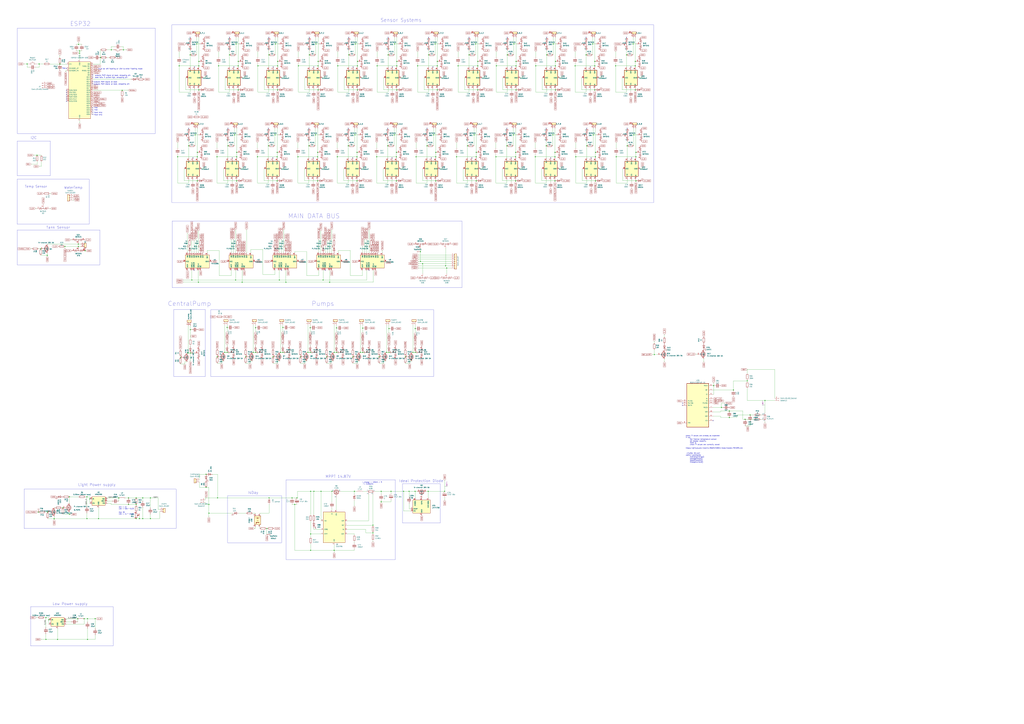
<source format=kicad_sch>
(kicad_sch (version 20230121) (generator eeschema)
  (paper "A0")
  (title_block (title "Plant Controller") (date "2020-12-21") (rev "0.4a") (company "C3MA"))
  (lib_symbols
    (symbol "74xx:74HC595"
      (property "Reference" "U" (at -7.62 13.97 0))
      (property "Value" "74HC595" (at -7.62 -16.51 0))
      (symbol "74HC595_1_0"
        (pin tri_state line (at 10.16 7.62 180) (length 2.54) (name "QB") (number "1"))
        (pin input line (at -10.16 2.54 0) (length 2.54) (name "~{SRCLR}") (number "10"))
        (pin input line (at -10.16 5.08 0) (length 2.54) (name "SRCLK") (number "11"))
        (pin input line (at -10.16 -2.54 0) (length 2.54) (name "RCLK") (number "12"))
        (pin input line (at -10.16 -5.08 0) (length 2.54) (name "~{OE}") (number "13"))
        (pin input line (at -10.16 10.16 0) (length 2.54) (name "SER") (number "14"))
        (pin tri_state line (at 10.16 10.16 180) (length 2.54) (name "QA") (number "15"))
        (pin power_in line (at 0 15.24 270) (length 2.54) (name "VCC") (number "16"))
        (pin tri_state line (at 10.16 5.08 180) (length 2.54) (name "QC") (number "2"))
        (pin tri_state line (at 10.16 2.54 180) (length 2.54) (name "QD") (number "3"))
        (pin tri_state line (at 10.16 0 180) (length 2.54) (name "QE") (number "4"))
        (pin tri_state line (at 10.16 -2.54 180) (length 2.54) (name "QF") (number "5"))
        (pin tri_state line (at 10.16 -5.08 180) (length 2.54) (name "QG") (number "6"))
        (pin tri_state line (at 10.16 -7.62 180) (length 2.54) (name "QH") (number "7"))
        (pin power_in line (at 0 -17.78 90) (length 2.54) (name "GND") (number "8"))
        (pin output line (at 10.16 -12.7 180) (length 2.54) (name "QH'") (number "9"))
      )
    )
    (symbol "BQ34Z100PWR-G1:BQ34Z100PWR-G1" (pin_names (offset 1.016))
      (property "Reference" "U" (at -12.7 26.4 0))
      (property "Value" "BQ34Z100PWR-G1" (at -12.7 -29.4 0))
      (symbol "BQ34Z100PWR-G1_0_0"
        (pin bidirectional line (at -17.78 5.08 0) (length 5.08) (name "P2") (number "1"))
        (pin bidirectional line (at -17.78 -7.62 0) (length 5.08) (name "SRN") (number "10"))
        (pin bidirectional line (at 17.78 0 180) (length 5.08) (name "P6/TS") (number "11"))
        (pin bidirectional line (at 17.78 2.54 180) (length 5.08) (name "P5/HDQ") (number "12"))
        (pin bidirectional line (at 17.78 5.08 180) (length 5.08) (name "P4/SCL") (number "13"))
        (pin bidirectional line (at -17.78 2.54 0) (length 5.08) (name "P3/SDA") (number "14"))
        (pin bidirectional line (at -17.78 -17.78 0) (length 5.08) (name "VEN") (number "2"))
        (pin bidirectional line (at -17.78 7.62 0) (length 5.08) (name "P1") (number "3"))
        (pin bidirectional line (at -17.78 17.78 0) (length 5.08) (name "BAT") (number "4"))
        (pin bidirectional line (at -17.78 12.7 0) (length 5.08) (name "CE") (number "5"))
        (pin input line (at -17.78 22.86 0) (length 5.08) (name "REGIN") (number "6"))
        (pin bidirectional line (at -17.78 -2.54 0) (length 5.08) (name "REG25") (number "7"))
        (pin power_in line (at 17.78 -20.32 180) (length 5.08) (name "VSS") (number "8"))
        (pin bidirectional line (at -17.78 -12.7 0) (length 5.08) (name "SRP") (number "9"))
      )
    )
    (symbol "CN3795:CN3795" (pin_names (offset 1.016))
      (property "Reference" "U" (at 5.08 18.542 0))
      (property "Value" "CN3795" (at 5.08 -20.32 0))
      (symbol "CN3795_0_0"
        (pin bidirectional line (at -2.54 20.32 270) (length 2.54) (name "VG") (number "1"))
        (pin bidirectional line (at 2.54 20.32 270) (length 2.54) (name "DRV") (number "10"))
        (pin bidirectional line (at 0 -20.32 90) (length 2.54) (name "GND") (number "2"))
        (pin bidirectional line (at -15.24 -2.54 0) (length 2.54) (name "~{CHRG}") (number "3"))
        (pin bidirectional line (at -15.24 -7.62 0) (length 2.54) (name "MPPT") (number "4"))
        (pin bidirectional line (at 15.24 -7.62 180) (length 2.54) (name "COM") (number "5"))
        (pin bidirectional line (at 15.24 -2.54 180) (length 2.54) (name "FB") (number "6"))
        (pin bidirectional line (at 15.24 2.54 180) (length 2.54) (name "BAT") (number "7"))
        (pin bidirectional line (at 15.24 7.62 180) (length 2.54) (name "CSP") (number "8"))
        (pin bidirectional line (at -15.24 7.62 0) (length 2.54) (name "VCC") (number "9"))
      )
    )
    (symbol "Connector:Conn_01x02_Pin" (pin_names (offset 1.016) hide)
      (property "Reference" "J" (at 0 2.54 0))
      (property "Value" "Conn_01x02_Pin" (at 0 -5.08 0))
      (symbol "Conn_01x02_Pin_1_1"
        (pin passive line (at 5.08 0 180) (length 3.81) (name "Pin_1") (number "1"))
        (pin passive line (at 5.08 -2.54 180) (length 3.81) (name "Pin_2") (number "2"))
      )
    )
    (symbol "Connector:Conn_01x02_Socket" (pin_names (offset 1.016) hide)
      (property "Reference" "J" (at 0 2.54 0))
      (property "Value" "Conn_01x02_Socket" (at 0 -5.08 0))
      (symbol "Conn_01x02_Socket_1_1"
        (pin passive line (at -5.08 0 0) (length 3.81) (name "Pin_1") (number "1"))
        (pin passive line (at -5.08 -2.54 0) (length 3.81) (name "Pin_2") (number "2"))
      )
    )
    (symbol "Connector:Conn_01x03_Male" (pin_names (offset 1.016) hide)
      (property "Reference" "J" (at 0 5.08 0))
      (property "Value" "Conn_01x03_Male" (at 0 -5.08 0))
      (symbol "Conn_01x03_Male_1_1"
        (pin passive line (at 5.08 2.54 180) (length 3.81) (name "Pin_1") (number "1"))
        (pin passive line (at 5.08 0 180) (length 3.81) (name "Pin_2") (number "2"))
        (pin passive line (at 5.08 -2.54 180) (length 3.81) (name "Pin_3") (number "3"))
      )
    )
    (symbol "Connector:TestPoint" (pin_numbers hide) (pin_names (offset 0.762) hide)
      (property "Reference" "TP" (at 0 6.858 0))
      (property "Value" "TestPoint" (at 0 5.08 0))
      (symbol "TestPoint_1_1"
        (pin passive line (at 0 0 90) (length 2.54) (name "1") (number "1"))
      )
    )
    (symbol "Connector_Generic:Conn_01x02" (pin_names (offset 1.016) hide)
      (property "Reference" "J" (at 0 2.54 0))
      (property "Value" "Conn_01x02" (at 0 -5.08 0))
      (symbol "Conn_01x02_1_1"
        (pin passive line (at -5.08 0 0) (length 3.81) (name "Pin_1") (number "1"))
        (pin passive line (at -5.08 -2.54 0) (length 3.81) (name "Pin_2") (number "2"))
      )
    )
    (symbol "Connector_Generic:Conn_01x03" (pin_names (offset 1.016) hide)
      (property "Reference" "J" (at 0 5.08 0))
      (property "Value" "Conn_01x03" (at 0 -5.08 0))
      (symbol "Conn_01x03_1_1"
        (pin passive line (at -5.08 2.54 0) (length 3.81) (name "Pin_1") (number "1"))
        (pin passive line (at -5.08 0 0) (length 3.81) (name "Pin_2") (number "2"))
        (pin passive line (at -5.08 -2.54 0) (length 3.81) (name "Pin_3") (number "3"))
      )
    )
    (symbol "Connector_Generic:Conn_01x07" (pin_names (offset 1.016) hide)
      (property "Reference" "J" (at 0 10.16 0))
      (property "Value" "Conn_01x07" (at 0 -10.16 0))
      (symbol "Conn_01x07_1_1"
        (pin passive line (at -5.08 7.62 0) (length 3.81) (name "Pin_1") (number "1"))
        (pin passive line (at -5.08 5.08 0) (length 3.81) (name "Pin_2") (number "2"))
        (pin passive line (at -5.08 2.54 0) (length 3.81) (name "Pin_3") (number "3"))
        (pin passive line (at -5.08 0 0) (length 3.81) (name "Pin_4") (number "4"))
        (pin passive line (at -5.08 -2.54 0) (length 3.81) (name "Pin_5") (number "5"))
        (pin passive line (at -5.08 -5.08 0) (length 3.81) (name "Pin_6") (number "6"))
        (pin passive line (at -5.08 -7.62 0) (length 3.81) (name "Pin_7") (number "7"))
      )
    )
    (symbol "Connector_Generic_MountingPin:Conn_01x02_MountingPin" (pin_names (offset 1.016) hide)
      (property "Reference" "J" (at 0 2.54 0))
      (property "Value" "Conn_01x02_MountingPin" (at 1.27 -5.08 0))
      (symbol "Conn_01x02_MountingPin_1_1"
        (text "Mounting" (at 0 -4.191 0) (effects (font (size 0.381 0.381))))
        (pin passive line (at -5.08 0 0) (length 3.81) (name "Pin_1") (number "1"))
        (pin passive line (at -5.08 -2.54 0) (length 3.81) (name "Pin_2") (number "2"))
        (pin passive line (at 0 -7.62 90) (length 3.048) (name "MountPin") (number "MP"))
      )
    )
    (symbol "D_1" (pin_numbers hide) (pin_names (offset 1.016) hide)
      (property "Reference" "D" (at 0 2.54 0))
      (property "Value" "D" (at 0 -2.54 0))
      (symbol "D_1_1_1"
        (pin passive line (at -3.81 0 0) (length 2.54) (name "K") (number "1"))
        (pin passive line (at 3.81 0 180) (length 2.54) (name "A") (number "2"))
      )
    )
    (symbol "Device:C" (pin_numbers hide) (pin_names (offset 0.254))
      (property "Reference" "C" (at 0.635 2.54 0))
      (property "Value" "C" (at 0.635 -2.54 0))
      (symbol "C_1_1"
        (pin passive line (at 0 3.81 270) (length 2.794) (name "~") (number "1"))
        (pin passive line (at 0 -3.81 90) (length 2.794) (name "~") (number "2"))
      )
    )
    (symbol "Device:C_Polarized" (pin_numbers hide) (pin_names (offset 0.254))
      (property "Reference" "C" (at 0.635 2.54 0))
      (property "Value" "C_Polarized" (at 0.635 -2.54 0))
      (symbol "C_Polarized_1_1"
        (pin passive line (at 0 3.81 270) (length 2.794) (name "~") (number "1"))
        (pin passive line (at 0 -3.81 90) (length 2.794) (name "~") (number "2"))
      )
    )
    (symbol "Device:D_Schottky" (pin_numbers hide) (pin_names (offset 1.016) hide)
      (property "Reference" "D" (at 0 2.54 0))
      (property "Value" "D_Schottky" (at 0 -2.54 0))
      (symbol "D_Schottky_1_1"
        (pin passive line (at -3.81 0 0) (length 2.54) (name "K") (number "1"))
        (pin passive line (at 3.81 0 180) (length 2.54) (name "A") (number "2"))
      )
    )
    (symbol "Device:D_Zener" (pin_numbers hide) (pin_names (offset 1.016) hide)
      (property "Reference" "D" (at 0 2.54 0))
      (property "Value" "D_Zener" (at 0 -2.54 0))
      (symbol "D_Zener_1_1"
        (pin passive line (at -3.81 0 0) (length 2.54) (name "K") (number "1"))
        (pin passive line (at 3.81 0 180) (length 2.54) (name "A") (number "2"))
      )
    )
    (symbol "Device:L" (pin_numbers hide) (pin_names (offset 1.016) hide)
      (property "Reference" "L" (at -1.27 0 90))
      (property "Value" "L" (at 1.905 0 90))
      (symbol "L_1_1"
        (pin passive line (at 0 3.81 270) (length 1.27) (name "1") (number "1"))
        (pin passive line (at 0 -3.81 90) (length 1.27) (name "2") (number "2"))
      )
    )
    (symbol "Device:LED" (pin_numbers hide) (pin_names (offset 1.016) hide)
      (property "Reference" "D" (at 0 2.54 0))
      (property "Value" "LED" (at 0 -2.54 0))
      (symbol "LED_1_1"
        (pin passive line (at -3.81 0 0) (length 2.54) (name "K") (number "1"))
        (pin passive line (at 3.81 0 180) (length 2.54) (name "A") (number "2"))
      )
    )
    (symbol "Device:R" (pin_numbers hide) (pin_names (offset 0))
      (property "Reference" "R" (at 2.032 0 90))
      (property "Value" "R" (at 0 0 90))
      (symbol "R_1_1"
        (pin passive line (at 0 3.81 270) (length 1.27) (name "~") (number "1"))
        (pin passive line (at 0 -3.81 90) (length 1.27) (name "~") (number "2"))
      )
    )
    (symbol "Device:R_Potentiometer" (pin_names (offset 1.016) hide)
      (property "Reference" "RV" (at -4.445 0 90))
      (property "Value" "R_Potentiometer" (at -2.54 0 90))
      (symbol "R_Potentiometer_1_1"
        (pin passive line (at 0 3.81 270) (length 1.27) (name "1") (number "1"))
        (pin passive line (at 3.81 0 180) (length 1.27) (name "2") (number "2"))
        (pin passive line (at 0 -3.81 90) (length 1.27) (name "3") (number "3"))
      )
    )
    (symbol "Device:R_Shunt" (pin_numbers hide) (pin_names (offset 0))
      (property "Reference" "R" (at -4.445 0 90))
      (property "Value" "R_Shunt" (at -2.54 0 90))
      (symbol "R_Shunt_1_1"
        (pin passive line (at 0 5.08 270) (length 2.54) (name "1") (number "1"))
        (pin passive line (at 3.81 2.54 180) (length 2.54) (name "2") (number "2"))
        (pin passive line (at 3.81 -2.54 180) (length 2.54) (name "3") (number "3"))
        (pin passive line (at 0 -5.08 90) (length 2.54) (name "4") (number "4"))
      )
    )
    (symbol "Diode:BAS40-04" (pin_names (offset 1.016))
      (property "Reference" "D" (at 0.635 -1.27 0))
      (property "Value" "BAS40-04" (at -6.35 5.715 0))
      (symbol "BAS40-04_1_1"
        (pin passive line (at -7.62 2.54 0) (length 3.81) (name "~") (number "1"))
        (pin passive line (at 7.62 2.54 180) (length 3.81) (name "~") (number "2"))
        (pin passive line (at 0 -2.54 90) (length 5.08) (name "~") (number "3"))
      )
    )
    (symbol "Diode:BAT54S" (pin_names (offset 0))
      (property "Reference" "D" (at 2.54 -5.08 0))
      (property "Value" "BAT54S" (at -6.35 3.175 0))
      (symbol "BAT54S_1_1"
        (pin passive line (at -7.62 0 0) (length 3.81) (name "A") (number "1"))
        (pin passive line (at 7.62 0 180) (length 3.81) (name "K") (number "2"))
        (pin passive line (at 0 -5.08 90) (length 5.08) (name "COM") (number "3"))
      )
    )
    (symbol "ESP32-DEVKITC-32D:SL2300" (pin_names (offset 1.016))
      (property "Reference" "Q" (at 0 0 0))
      (property "Value" "SL2300" (at 7.62 0 0))
      (symbol "SL2300_1_1"
        (pin input line (at -6.35 0 0) (length 2.54) (name "G") (number "1"))
        (pin passive line (at 1.27 -5.08 90) (length 2.54) (name "S") (number "2"))
        (pin passive line (at 1.27 5.08 270) (length 2.54) (name "D") (number "3"))
      )
    )
    (symbol "Isolator:PC817" (pin_names (offset 1.016))
      (property "Reference" "U" (at -5.08 5.08 0))
      (property "Value" "PC817" (at 0 5.08 0))
      (symbol "PC817_1_1"
        (pin passive line (at -7.62 2.54 0) (length 2.54) (name "~") (number "1"))
        (pin passive line (at -7.62 -2.54 0) (length 2.54) (name "~") (number "2"))
        (pin passive line (at 7.62 -2.54 180) (length 2.54) (name "~") (number "3"))
        (pin passive line (at 7.62 2.54 180) (length 2.54) (name "~") (number "4"))
      )
    )
    (symbol "Power_Management:LM74700"
      (property "Reference" "U" (at -9.525 -8.89 0))
      (property "Value" "LM74700" (at 7.62 -8.89 0))
      (symbol "LM74700_1_1"
        (pin passive line (at -12.7 -2.54 0) (length 2.54) (name "VCAP") (number "1"))
        (pin power_in line (at 0 -10.16 90) (length 2.54) (name "GND") (number "2"))
        (pin input line (at -12.7 -5.08 0) (length 2.54) (name "EN") (number "3"))
        (pin input line (at 7.62 10.16 270) (length 2.54) (name "CATHODE") (number "4"))
        (pin output line (at 0 10.16 270) (length 2.54) (name "GATE") (number "5"))
        (pin power_in line (at -7.62 10.16 270) (length 2.54) (name "ANODE") (number "6"))
      )
    )
    (symbol "RF_Module:ESP32-WROOM-32D"
      (property "Reference" "U" (at -12.7 34.29 0))
      (property "Value" "ESP32-WROOM-32D" (at 1.27 34.29 0))
      (symbol "ESP32-WROOM-32D_1_1"
        (pin power_in line (at 0 -35.56 90) (length 2.54) (name "GND") (number "1"))
        (pin bidirectional line (at 15.24 -12.7 180) (length 2.54) (name "IO25") (number "10"))
        (pin bidirectional line (at 15.24 -15.24 180) (length 2.54) (name "IO26") (number "11"))
        (pin bidirectional line (at 15.24 -17.78 180) (length 2.54) (name "IO27") (number "12"))
        (pin bidirectional line (at 15.24 10.16 180) (length 2.54) (name "IO14") (number "13"))
        (pin bidirectional line (at 15.24 15.24 180) (length 2.54) (name "IO12") (number "14"))
        (pin passive line (at 0 -35.56 90) (length 2.54) hide (name "GND") (number "15"))
        (pin bidirectional line (at 15.24 12.7 180) (length 2.54) (name "IO13") (number "16"))
        (pin bidirectional line (at -15.24 -5.08 0) (length 2.54) (name "SHD/SD2") (number "17"))
        (pin bidirectional line (at -15.24 -7.62 0) (length 2.54) (name "SWP/SD3") (number "18"))
        (pin bidirectional line (at -15.24 -12.7 0) (length 2.54) (name "SCS/CMD") (number "19"))
        (pin power_in line (at 0 35.56 270) (length 2.54) (name "VDD") (number "2"))
        (pin bidirectional line (at -15.24 -10.16 0) (length 2.54) (name "SCK/CLK") (number "20"))
        (pin bidirectional line (at -15.24 0 0) (length 2.54) (name "SDO/SD0") (number "21"))
        (pin bidirectional line (at -15.24 -2.54 0) (length 2.54) (name "SDI/SD1") (number "22"))
        (pin bidirectional line (at 15.24 7.62 180) (length 2.54) (name "IO15") (number "23"))
        (pin bidirectional line (at 15.24 25.4 180) (length 2.54) (name "IO2") (number "24"))
        (pin bidirectional line (at 15.24 30.48 180) (length 2.54) (name "IO0") (number "25"))
        (pin bidirectional line (at 15.24 20.32 180) (length 2.54) (name "IO4") (number "26"))
        (pin bidirectional line (at 15.24 5.08 180) (length 2.54) (name "IO16") (number "27"))
        (pin bidirectional line (at 15.24 2.54 180) (length 2.54) (name "IO17") (number "28"))
        (pin bidirectional line (at 15.24 17.78 180) (length 2.54) (name "IO5") (number "29"))
        (pin input line (at -15.24 30.48 0) (length 2.54) (name "EN") (number "3"))
        (pin bidirectional line (at 15.24 0 180) (length 2.54) (name "IO18") (number "30"))
        (pin bidirectional line (at 15.24 -2.54 180) (length 2.54) (name "IO19") (number "31"))
        (pin no_connect line (at -12.7 -27.94 0) (length 2.54) hide (name "NC") (number "32"))
        (pin bidirectional line (at 15.24 -5.08 180) (length 2.54) (name "IO21") (number "33"))
        (pin bidirectional line (at 15.24 22.86 180) (length 2.54) (name "RXD0/IO3") (number "34"))
        (pin bidirectional line (at 15.24 27.94 180) (length 2.54) (name "TXD0/IO1") (number "35"))
        (pin bidirectional line (at 15.24 -7.62 180) (length 2.54) (name "IO22") (number "36"))
        (pin bidirectional line (at 15.24 -10.16 180) (length 2.54) (name "IO23") (number "37"))
        (pin passive line (at 0 -35.56 90) (length 2.54) hide (name "GND") (number "38"))
        (pin passive line (at 0 -35.56 90) (length 2.54) hide (name "GND") (number "39"))
        (pin input line (at -15.24 25.4 0) (length 2.54) (name "SENSOR_VP") (number "4"))
        (pin input line (at -15.24 22.86 0) (length 2.54) (name "SENSOR_VN") (number "5"))
        (pin input line (at 15.24 -25.4 180) (length 2.54) (name "IO34") (number "6"))
        (pin input line (at 15.24 -27.94 180) (length 2.54) (name "IO35") (number "7"))
        (pin bidirectional line (at 15.24 -20.32 180) (length 2.54) (name "IO32") (number "8"))
        (pin bidirectional line (at 15.24 -22.86 180) (length 2.54) (name "IO33") (number "9"))
      )
    )
    (symbol "Regulator_Switching:AP63205WU"
      (property "Reference" "U" (at -7.62 6.35 0))
      (property "Value" "AP63205WU" (at 2.54 6.35 0))
      (symbol "AP63205WU_1_1"
        (pin input line (at 10.16 -2.54 180) (length 2.54) (name "FB") (number "1"))
        (pin input line (at -10.16 -2.54 0) (length 2.54) (name "EN") (number "2"))
        (pin power_in line (at -10.16 2.54 0) (length 2.54) (name "IN") (number "3"))
        (pin power_in line (at 0 -7.62 90) (length 2.54) (name "GND") (number "4"))
        (pin output line (at 10.16 2.54 180) (length 2.54) (name "SW") (number "5"))
        (pin passive line (at 10.16 0 180) (length 2.54) (name "BST") (number "6"))
      )
    )
    (symbol "Simulation_SPICE:PMOS" (pin_numbers hide) (pin_names (offset 0))
      (property "Reference" "Q" (at 5.08 1.27 0))
      (property "Value" "PMOS" (at 5.08 -1.27 0))
      (symbol "PMOS_1_1"
        (pin passive line (at 2.54 5.08 270) (length 2.54) (name "D") (number "1"))
        (pin input line (at -5.08 0 0) (length 2.54) (name "G") (number "2"))
        (pin passive line (at 2.54 -5.08 90) (length 2.54) (name "S") (number "3"))
      )
    )
    (symbol "Switch:SW_Push" (pin_numbers hide) (pin_names (offset 1.016) hide)
      (property "Reference" "SW" (at 1.27 2.54 0))
      (property "Value" "SW_Push" (at 0 -1.524 0))
      (symbol "SW_Push_0_1"
        (pin passive line (at -5.08 0 0) (length 2.54) (name "1") (number "1"))
        (pin passive line (at 5.08 0 180) (length 2.54) (name "2") (number "2"))
      )
    )
    (symbol "Timer:TLC555xP"
      (property "Reference" "U" (at -10.16 8.89 0))
      (property "Value" "TLC555xP" (at 2.54 8.89 0))
      (symbol "TLC555xP_0_0"
        (pin power_in line (at 0 -10.16 90) (length 2.54) (name "GND") (number "1"))
        (pin power_in line (at 0 10.16 270) (length 2.54) (name "VCC") (number "8"))
      )
      (symbol "TLC555xP_1_1"
        (pin input line (at -12.7 5.08 0) (length 3.81) (name "TR") (number "2"))
        (pin output line (at 12.7 5.08 180) (length 3.81) (name "Q") (number "3"))
        (pin input inverted (at -12.7 -5.08 0) (length 3.81) (name "R") (number "4"))
        (pin input line (at -12.7 0 0) (length 3.81) (name "CV") (number "5"))
        (pin input line (at 12.7 -5.08 180) (length 3.81) (name "THR") (number "6"))
        (pin input line (at 12.7 0 180) (length 3.81) (name "DIS") (number "7"))
      )
    )
    (symbol "Transistor_FET:BSS84" (pin_names hide)
      (property "Reference" "Q" (at 5.08 1.905 0))
      (property "Value" "BSS84" (at 5.08 0 0))
      (symbol "BSS84_1_1"
        (pin input line (at -5.08 0 0) (length 2.54) (name "G") (number "1"))
        (pin passive line (at 2.54 -5.08 90) (length 2.54) (name "S") (number "2"))
        (pin passive line (at 2.54 5.08 270) (length 2.54) (name "D") (number "3"))
      )
    )
  )
  (junction (at 242.57 586.105))
  (junction (at 460.756 104.394))
  (junction (at 415.036 76.454))
  (junction (at 110.49 718.82))
  (junction (at 738.378 182.118))
  (junction (at 387.985 639.445))
  (junction (at 100.965 577.215))
  (junction (at 228.346 51.054))
  (junction (at 276.606 76.454))
  (junction (at 274.066 51.054))
  (junction (at 261.112 409.448))
  (junction (at 321.818 177.038))
  (junction (at 322.326 76.454))
  (junction (at 390.652 409.448))
  (junction (at 239.268 566.293))
  (junction (at 143.256 57.912))
  (junction (at 239.268 551.053))
  (junction (at 552.196 51.054))
  (junction (at 437.896 76.454))
  (junction (at 321.818 210.058))
  (junction (at 100.965 602.615))
  (junction (at 230.378 327.914))
  (junction (at 598.678 210.058))
  (junction (at 667.766 76.454))
  (junction (at 442.595 582.93))
  (junction (at 490.728 306.324))
  (junction (at 454.025 570.865))
  (junction (at 621.538 182.118))
  (junction (at 226.568 156.718))
  (junction (at 507.746 76.454))
  (junction (at 552.958 182.118))
  (junction (at 488.188 292.354))
  (junction (at 415.036 104.394))
  (junction (at 642.366 51.054))
  (junction (at 368.808 210.058))
  (junction (at 346.456 76.454))
  (junction (at 218.44 410.21))
  (junction (at 360.172 380.746))
  (junction (at 505.206 51.054))
  (junction (at 482.092 409.448))
  (junction (at 599.186 71.374))
  (junction (at 328.422 380.492))
  (junction (at 474.98 570.865))
  (junction (at 690.626 71.374))
  (junction (at 242.57 596.265))
  (junction (at 264.668 169.418))
  (junction (at 165.735 578.485))
  (junction (at 348.742 414.528))
  (junction (at 104.267 579.628))
  (junction (at 421.132 409.448))
  (junction (at 457.708 156.718))
  (junction (at 274.828 177.038))
  (junction (at 598.678 177.038))
  (junction (at 483.108 182.118))
  (junction (at 62.865 602.615))
  (junction (at 450.596 63.754))
  (junction (at 73.025 589.915))
  (junction (at 141.859 104.902))
  (junction (at 263.652 409.448))
  (junction (at 42.926 180.34))
  (junction (at 344.805 578.485))
  (junction (at 497.586 63.754))
  (junction (at 92.456 59.182))
  (junction (at 851.662 453.136))
  (junction (at 449.072 409.448))
  (junction (at 554.736 104.394))
  (junction (at 229.108 210.058))
  (junction (at 158.115 602.615))
  (junction (at 888.238 465.328))
  (junction (at 634.238 169.418))
  (junction (at 516.255 570.865))
  (junction (at 294.132 409.448))
  (junction (at 530.098 182.118))
  (junction (at 299.466 76.454))
  (junction (at 229.108 177.038))
  (junction (at 404.368 169.418))
  (junction (at 285.242 414.528))
  (junction (at 622.046 76.454))
  (junction (at 319.786 51.054))
  (junction (at 149.225 578.485))
  (junction (at 668.528 182.118))
  (junction (at 360.172 409.448))
  (junction (at 437.388 182.118))
  (junction (at 421.132 381.254))
  (junction (at 468.63 570.865))
  (junction (at 411.48 570.865))
  (junction (at 312.42 578.485))
  (junction (at 404.876 63.754))
  (junction (at 331.978 327.914))
  (junction (at 870.966 482.092))
  (junction (at 47.244 289.052))
  (junction (at 161.925 602.615))
  (junction (at 433.07 610.235))
  (junction (at 272.288 156.718))
  (junction (at 738.378 210.058))
  (junction (at 252.222 414.528))
  (junction (at 369.316 104.394))
  (junction (at 507.746 71.374))
  (junction (at 737.616 71.374))
  (junction (at 497.205 570.865))
  (junction (at 460.248 177.038))
  (junction (at 53.34 742.95))
  (junction (at 360.68 639.445))
  (junction (at 596.138 156.718))
  (junction (at 575.818 182.118))
  (junction (at 727.456 63.754))
  (junction (at 458.216 51.054))
  (junction (at 273.558 325.374))
  (junction (at 442.595 570.865))
  (junction (at 507.746 104.394))
  (junction (at 481.965 570.865))
  (junction (at 390.652 381))
  (junction (at 691.388 182.118))
  (junction (at 137.795 578.485))
  (junction (at 375.158 325.374))
  (junction (at 388.112 409.448))
  (junction (at 252.603 578.485))
  (junction (at 90.932 283.718))
  (junction (at 542.798 169.418))
  (junction (at 552.958 177.038))
  (junction (at 266.446 63.754))
  (junction (at 312.166 63.754))
  (junction (at 385.445 570.865))
  (junction (at 366.776 51.054))
  (junction (at 598.678 182.118))
  (junction (at 116.586 66.802))
  (junction (at 206.248 182.118))
  (junction (at 644.398 177.038))
  (junction (at 495.808 169.418))
  (junction (at 738.378 177.038))
  (junction (at 66.802 742.95))
  (junction (at 222.758 325.374))
  (junction (at 409.702 414.528))
  (junction (at 517.398 308.864))
  (junction (at 369.316 71.374))
  (junction (at 80.645 577.215))
  (junction (at 644.398 210.058))
  (junction (at 97.79 718.82))
  (junction (at 392.176 76.454))
  (junction (at 298.958 182.118))
  (junction (at 550.418 156.718))
  (junction (at 680.466 63.754))
  (junction (at 230.886 76.454))
  (junction (at 364.49 570.865))
  (junction (at 460.248 210.058))
  (junction (at 735.838 156.718))
  (junction (at 75.438 286.258))
  (junction (at 316.992 414.528))
  (junction (at 531.876 76.454))
  (junction (at 411.988 156.718))
  (junction (at 230.886 104.394))
  (junction (at 56.642 720.09))
  (junction (at 737.616 104.394))
  (junction (at 220.726 63.754))
  (junction (at 415.036 71.374))
  (junction (at 158.115 586.105))
  (junction (at 114.427 602.615))
  (junction (at 345.948 182.118))
  (junction (at 688.086 51.054))
  (junction (at 544.576 63.754))
  (junction (at 690.626 104.394))
  (junction (at 599.186 104.394))
  (junction (at 588.518 169.418))
  (junction (at 451.612 381.762))
  (junction (at 737.616 76.454))
  (junction (at 479.552 409.448))
  (junction (at 276.606 104.394))
  (junction (at 129.286 57.912))
  (junction (at 274.828 210.058))
  (junction (at 358.648 169.418))
  (junction (at 276.606 71.374))
  (junction (at 505.968 210.058))
  (junction (at 296.672 409.448))
  (junction (at 174.625 602.615))
  (junction (at 44.704 594.995))
  (junction (at 319.278 156.718))
  (junction (at 433.07 619.125))
  (junction (at 372.745 570.865))
  (junction (at 360.68 570.865))
  (junction (at 460.756 71.374))
  (junction (at 98.806 291.338))
  (junction (at 450.088 169.418))
  (junction (at 342.265 586.105))
  (junction (at 158.115 578.485))
  (junction (at 505.968 182.118))
  (junction (at 149.225 586.105))
  (junction (at 828.548 448.056))
  (junction (at 470.662 414.528))
  (junction (at 251.968 182.118))
  (junction (at 691.388 210.058))
  (junction (at 296.672 380.746))
  (junction (at 208.026 76.454))
  (junction (at 274.828 182.118))
  (junction (at 484.886 76.454))
  (junction (at 644.398 182.118))
  (junction (at 322.326 71.374))
  (junction (at 382.778 327.914))
  (junction (at 391.668 182.118))
  (junction (at 728.218 169.418))
  (junction (at 596.646 51.054))
  (junction (at 253.746 76.454))
  (junction (at 691.388 177.038))
  (junction (at 322.326 104.394))
  (junction (at 359.156 63.754))
  (junction (at 321.818 182.118))
  (junction (at 80.645 597.535))
  (junction (at 451.612 409.448))
  (junction (at 460.248 182.118))
  (junction (at 505.968 177.038))
  (junction (at 90.932 286.258))
  (junction (at 45.466 74.295))
  (junction (at 324.358 325.374))
  (junction (at 366.268 156.718))
  (junction (at 263.652 380.492))
  (junction (at 634.746 63.754))
  (junction (at 101.6 742.95))
  (junction (at 360.68 620.395))
  (junction (at 220.98 383.032))
  (junction (at 230.886 71.374))
  (junction (at 846.836 477.52))
  (junction (at 53.34 717.55))
  (junction (at 554.736 71.374))
  (junction (at 715.518 182.118))
  (junction (at 440.182 414.528))
  (junction (at 735.076 51.054))
  (junction (at 165.735 602.615))
  (junction (at 554.736 76.454))
  (junction (at 31.496 74.295))
  (junction (at 867.664 442.468))
  (junction (at 599.186 76.454))
  (junction (at 54.864 296.672))
  (junction (at 482.092 381.762))
  (junction (at 311.658 169.418))
  (junction (at 846.836 485.14))
  (junction (at 412.496 51.054))
  (junction (at 379.222 414.528))
  (junction (at 101.6 718.82))
  (junction (at 339.09 578.485))
  (junction (at 414.528 210.058))
  (junction (at 460.756 76.454))
  (junction (at 90.17 718.82))
  (junction (at 552.958 210.058))
  (junction (at 589.026 63.754))
  (junction (at 503.428 156.718))
  (junction (at 644.906 76.454))
  (junction (at 229.108 182.118))
  (junction (at 209.55 415.29))
  (junction (at 369.316 76.454))
  (junction (at 281.178 327.914))
  (junction (at 174.625 578.485))
  (junction (at 55.245 594.995))
  (junction (at 328.422 409.448))
  (junction (at 488.188 303.784))
  (junction (at 690.626 76.454))
  (junction (at 644.906 71.374))
  (junction (at 688.848 156.718))
  (junction (at 837.692 473.456))
  (junction (at 865.124 487.172))
  (junction (at 220.98 410.21))
  (junction (at 759.714 411.988))
  (junction (at 714.756 76.454))
  (junction (at 69.596 74.422))
  (junction (at 92.456 61.722))
  (junction (at 418.592 409.448))
  (junction (at 518.668 311.404))
  (junction (at 368.808 182.118))
  (junction (at 91.186 51.562))
  (junction (at 325.882 409.448))
  (junction (at 309.88 614.045))
  (junction (at 414.528 182.118))
  (junction (at 576.326 76.454))
  (junction (at 414.528 177.038))
  (junction (at 368.808 177.038))
  (junction (at 644.906 104.394))
  (junction (at 641.858 156.718))
  (junction (at 681.228 169.418))
  (junction (at 218.948 169.418))
  (junction (at 357.632 409.448))
  (no_connect (at 681.228 149.098))
  (no_connect (at 359.156 43.434))
  (no_connect (at 107.696 132.842))
  (no_connect (at 593.598 183.388))
  (no_connect (at 77.216 107.442))
  (no_connect (at 409.448 183.388))
  (no_connect (at 634.238 149.098))
  (no_connect (at 225.298 313.944))
  (no_connect (at 547.878 183.388))
  (no_connect (at 404.368 149.098))
  (no_connect (at 107.696 127.762))
  (no_connect (at 792.48 470.916))
  (no_connect (at 500.888 183.388))
  (no_connect (at 107.696 97.282))
  (no_connect (at 107.696 87.122))
  (no_connect (at 326.898 313.944))
  (no_connect (at 77.216 112.522))
  (no_connect (at 495.808 149.098))
  (no_connect (at 77.216 117.602))
  (no_connect (at 363.728 183.388))
  (no_connect (at 269.748 183.388))
  (no_connect (at 107.696 89.662))
  (no_connect (at 224.028 183.388))
  (no_connect (at 639.826 77.724))
  (no_connect (at 634.746 43.434))
  (no_connect (at 264.668 149.098))
  (no_connect (at 639.318 183.388))
  (no_connect (at 77.216 104.902))
  (no_connect (at 685.546 77.724))
  (no_connect (at 107.696 94.742))
  (no_connect (at 77.216 79.502))
  (no_connect (at 107.696 130.302))
  (no_connect (at 728.218 149.098))
  (no_connect (at 680.466 43.434))
  (no_connect (at 358.648 149.098))
  (no_connect (at 312.166 43.434))
  (no_connect (at 266.446 43.434))
  (no_connect (at 107.696 125.222))
  (no_connect (at 727.456 43.434))
  (no_connect (at 549.656 77.724))
  (no_connect (at 428.498 313.944))
  (no_connect (at 409.956 77.724))
  (no_connect (at 450.596 43.434))
  (no_connect (at 686.308 183.388))
  (no_connect (at 450.088 149.098))
  (no_connect (at 455.168 183.388))
  (no_connect (at 364.236 77.724))
  (no_connect (at 377.698 313.944))
  (no_connect (at 311.658 149.098))
  (no_connect (at 497.586 43.434))
  (no_connect (at 77.216 115.062))
  (no_connect (at 792.48 468.376))
  (no_connect (at 589.026 43.434))
  (no_connect (at 276.098 313.944))
  (no_connect (at 732.536 77.724))
  (no_connect (at 77.216 109.982))
  (no_connect (at 502.666 77.724))
  (no_connect (at 594.106 77.724))
  (no_connect (at 317.246 77.724))
  (no_connect (at 404.876 43.434))
  (no_connect (at 225.806 77.724))
  (no_connect (at 220.726 43.434))
  (no_connect (at 271.526 77.724))
  (no_connect (at 588.518 149.098))
  (no_connect (at 455.676 77.724))
  (no_connect (at 544.576 43.434))
  (no_connect (at 828.04 488.696))
  (no_connect (at 733.298 183.388))
  (no_connect (at 542.798 149.098))
  (no_connect (at 218.948 149.098))
  (no_connect (at 316.738 183.388))
  (wire (pts (xy 43.053 187.833) (xy 43.053 190.754)))
  (wire (pts (xy 899.668 465.328) (xy 888.238 465.328)))
  (wire (pts (xy 76.962 720.09) (xy 76.962 718.82)))
  (wire (pts (xy 406.908 320.294) (xy 420.878 320.294)))
  (wire (pts (xy 220.726 103.124) (xy 220.726 106.934)))
  (wire (pts (xy 261.366 90.424) (xy 261.366 104.394)))
  (wire (pts (xy 311.658 164.338) (xy 311.658 169.418)))
  (wire (pts (xy 296.545 596.265) (xy 293.37 596.265)))
  (wire (pts (xy 855.726 485.14) (xy 846.836 485.14)))
  (wire (pts (xy 274.828 149.098) (xy 274.828 177.038)))
  (wire (pts (xy 43.053 180.213) (xy 42.926 180.213)))
  (wire (pts (xy 133.096 54.102) (xy 129.286 54.102)))
  (wire (pts (xy 183.515 591.82) (xy 183.515 578.485)))
  (wire (pts (xy 451.612 381.762) (xy 451.612 386.588)))
  (wire (pts (xy 385.318 266.954) (xy 385.318 293.624)))
  (wire (pts (xy 345.44 570.865) (xy 345.44 578.485)))
  (wire (pts (xy 588.518 169.418) (xy 588.518 183.388)))
  (wire (pts (xy 322.326 43.434) (xy 322.326 71.374)))
  (wire (pts (xy 228.346 51.054) (xy 232.156 51.054)))
  (wire (pts (xy 274.828 210.058) (xy 274.828 211.328)))
  (wire (pts (xy 54.864 283.718) (xy 90.932 283.718)))
  (wire (pts (xy 354.076 90.424) (xy 354.076 104.394)))
  (wire (pts (xy 629.158 210.058) (xy 644.398 210.058)))
  (wire (pts (xy 420.878 320.294) (xy 420.878 313.944)))
  (wire (pts (xy 322.072 419.608) (xy 322.072 422.148)))
  (wire (pts (xy 695.706 90.424) (xy 698.246 90.424)))
  (wire (pts (xy 263.652 377.698) (xy 263.652 380.492)))
  (wire (pts (xy 253.746 76.454) (xy 253.746 73.914)))
  (wire (pts (xy 92.456 59.182) (xy 94.996 59.182)))
  (wire (pts (xy 218.948 212.598) (xy 206.248 212.598)))
  (wire (pts (xy 231.648 551.053) (xy 239.268 551.053)))
  (wire (pts (xy 392.176 106.934) (xy 392.176 76.454)))
  (wire (pts (xy 359.156 106.934) (xy 346.456 106.934)))
  (wire (pts (xy 634.746 103.124) (xy 634.746 106.934)))
  (wire (pts (xy 485.648 308.864) (xy 517.398 308.864)))
  (wire (pts (xy 76.2 83.312) (xy 76.2 82.042)))
  (wire (pts (xy 478.282 419.608) (xy 475.742 419.608)))
  (wire (pts (xy 495.808 212.598) (xy 483.108 212.598)))
  (wire (pts (xy 372.745 605.155) (xy 372.745 570.865)))
  (wire (pts (xy 230.886 76.454) (xy 230.886 77.724)))
  (wire (pts (xy 185.42 602.615) (xy 185.42 594.36)))
  (wire (pts (xy 110.49 718.82) (xy 110.49 730.25)))
  (wire (pts (xy 467.868 194.818) (xy 467.868 196.088)))
  (wire (pts (xy 38.862 180.34) (xy 42.926 180.34)))
  (wire (pts (xy 399.796 104.394) (xy 415.036 104.394)))
  (wire (pts (xy 738.378 182.118) (xy 738.378 183.388)))
  (wire (pts (xy 390.652 409.448) (xy 388.112 409.448)))
  (wire (pts (xy 322.326 71.374) (xy 322.326 76.454)))
  (wire (pts (xy 422.148 194.818) (xy 422.148 196.088)))
  (wire (pts (xy 737.616 103.124) (xy 737.616 104.394)))
  (wire (pts (xy 390.525 578.485) (xy 390.525 592.455)))
  (wire (pts (xy 644.398 210.058) (xy 644.398 211.328)))
  (wire (pts (xy 470.662 413.258) (xy 470.662 414.528)))
  (wire (pts (xy 404.876 103.124) (xy 404.876 106.934)))
  (wire (pts (xy 450.088 164.338) (xy 450.088 169.418)))
  (wire (pts (xy 490.728 196.088) (xy 490.728 210.058)))
  (wire (pts (xy 437.896 76.454) (xy 437.896 73.914)))
  (wire (pts (xy 737.616 104.394) (xy 737.616 105.664)))
  (wire (pts (xy 735.838 156.718) (xy 739.648 156.718)))
  (wire (pts (xy 161.925 602.615) (xy 165.735 602.615)))
  (wire (pts (xy 217.678 270.764) (xy 217.678 293.624)))
  (wire (pts (xy 539.496 90.424) (xy 539.496 104.394)))
  (wire (pts (xy 220.98 419.608) (xy 220.98 410.21)))
  (wire (pts (xy 329.438 194.818) (xy 329.438 196.088)))
  (wire (pts (xy 836.676 478.536) (xy 828.04 478.536)))
  (wire (pts (xy 537.718 196.088) (xy 537.718 210.058)))
  (wire (pts (xy 604.266 90.424) (xy 606.806 90.424)))
  (wire (pts (xy 345.948 182.118) (xy 345.948 179.578)))
  (wire (pts (xy 837.692 473.456) (xy 839.343 473.456)))
  (wire (pts (xy 497.205 570.865) (xy 497.205 578.485)))
  (wire (pts (xy 62.865 602.615) (xy 100.965 602.615)))
  (wire (pts (xy 883.158 482.092) (xy 884.428 482.092)))
  (wire (pts (xy 276.606 43.434) (xy 276.606 71.374)))
  (wire (pts (xy 512.826 90.424) (xy 515.366 90.424)))
  (wire (pts (xy 174.625 597.535) (xy 174.625 602.615)))
  (wire (pts (xy 346.456 76.454) (xy 369.316 76.454)))
  (wire (pts (xy 114.427 602.615) (xy 114.427 589.788)))
  (wire (pts (xy 807.847 411.607) (xy 809.625 411.607)))
  (wire (pts (xy 517.398 308.864) (xy 523.748 308.864)))
  (wire (pts (xy 385.445 570.865) (xy 385.445 582.93)))
  (wire (pts (xy 867.664 465.328) (xy 888.238 465.328)))
  (wire (pts (xy 714.756 76.454) (xy 714.756 73.914)))
  (wire (pts (xy 298.958 165.608) (xy 298.958 171.958)))
  (wire (pts (xy 680.466 106.934) (xy 667.766 106.934)))
  (wire (pts (xy 259.588 210.058) (xy 274.828 210.058)))
  (wire (pts (xy 409.702 413.258) (xy 409.702 414.528)))
  (wire (pts (xy 328.422 380.492) (xy 328.422 385.318)))
  (wire (pts (xy 737.616 43.434) (xy 737.616 71.374)))
  (wire (pts (xy 271.526 103.124) (xy 271.526 105.664)))
  (wire (pts (xy 324.358 313.944) (xy 324.358 325.374)))
  (wire (pts (xy 254.508 291.084) (xy 254.508 320.294)))
  (wire (pts (xy 128.905 584.708) (xy 128.905 586.105)))
  (wire (pts (xy 392.938 293.624) (xy 392.938 291.084)))
  (wire (pts (xy 867.664 429.26) (xy 867.664 433.832)))
  (wire (pts (xy 415.036 104.394) (xy 415.036 105.664)))
  (wire (pts (xy 411.48 570.865) (xy 411.48 574.04)))
  (wire (pts (xy 485.648 306.324) (xy 490.728 306.324)))
  (wire (pts (xy 364.236 103.124) (xy 364.236 105.664)))
  (wire (pts (xy 279.908 196.088) (xy 282.448 196.088)))
  (wire (pts (xy 392.938 291.084) (xy 406.908 291.084)))
  (wire (pts (xy 675.386 90.424) (xy 675.386 104.394)))
  (wire (pts (xy 321.818 182.118) (xy 321.818 183.388)))
  (wire (pts (xy 309.245 614.045) (xy 309.88 614.045)))
  (wire (pts (xy 442.595 570.865) (xy 435.61 570.865)))
  (wire (pts (xy 484.886 76.454) (xy 507.746 76.454)))
  (wire (pts (xy 417.322 419.608) (xy 414.782 419.608)))
  (wire (pts (xy 542.798 169.418) (xy 542.798 183.388)))
  (wire (pts (xy 550.418 149.098) (xy 550.418 156.718)))
  (wire (pts (xy 92.456 59.182) (xy 92.456 61.722)))
  (wire (pts (xy 324.612 419.608) (xy 322.072 419.608)))
  (wire (pts (xy 58.166 74.295) (xy 58.293 74.295)))
  (wire (pts (xy 305.308 289.814) (xy 305.308 319.024)))
  (wire (pts (xy 358.648 212.598) (xy 345.948 212.598)))
  (wire (pts (xy 316.992 413.258) (xy 316.992 414.528)))
  (wire (pts (xy 691.388 149.098) (xy 691.388 177.038)))
  (wire (pts (xy 560.578 194.818) (xy 560.578 196.088)))
  (wire (pts (xy 360.68 570.865) (xy 364.49 570.865)))
  (wire (pts (xy 131.826 57.912) (xy 129.286 57.912)))
  (wire (pts (xy 530.098 212.598) (xy 530.098 182.118)))
  (wire (pts (xy 681.228 212.598) (xy 668.528 212.598)))
  (wire (pts (xy 411.48 581.66) (xy 411.48 588.01)))
  (wire (pts (xy 53.34 717.55) (xy 56.642 717.55)))
  (wire (pts (xy 100.965 596.265) (xy 100.965 602.615)))
  (wire (pts (xy 342.138 292.354) (xy 356.108 292.354)))
  (wire (pts (xy 552.196 51.054) (xy 556.006 51.054)))
  (wire (pts (xy 263.652 409.448) (xy 266.192 409.448)))
  (wire (pts (xy 97.79 718.82) (xy 101.6 718.82)))
  (wire (pts (xy 366.776 51.054) (xy 366.776 63.754)))
  (wire (pts (xy 239.268 566.293) (xy 242.57 566.293)))
  (wire (pts (xy 688.086 51.054) (xy 691.896 51.054)))
  (wire (pts (xy 723.138 210.058) (xy 738.378 210.058)))
  (wire (pts (xy 387.985 633.095) (xy 387.985 639.445)))
  (wire (pts (xy 261.366 104.394) (xy 276.606 104.394)))
  (wire (pts (xy 276.606 103.124) (xy 276.606 104.394)))
  (wire (pts (xy 596.138 156.718) (xy 596.138 169.418)))
  (wire (pts (xy 505.206 51.054) (xy 509.016 51.054)))
  (wire (pts (xy 382.778 327.914) (xy 433.578 327.914)))
  (wire (pts (xy 69.596 74.422) (xy 77.216 74.422)))
  (wire (pts (xy 110.49 718.82) (xy 111.76 718.82)))
  (wire (pts (xy 513.588 194.818) (xy 513.588 196.088)))
  (wire (pts (xy 328.422 409.448) (xy 325.882 409.448)))
  (wire (pts (xy 339.09 586.105) (xy 342.265 586.105)))
  (wire (pts (xy 583.438 196.088) (xy 583.438 210.058)))
  (wire (pts (xy 301.625 596.265) (xy 301.625 596.9)))
  (wire (pts (xy 437.388 212.598) (xy 437.388 182.118)))
  (wire (pts (xy 544.576 63.754) (xy 544.576 77.724)))
  (wire (pts (xy 356.108 320.294) (xy 370.078 320.294)))
  (wire (pts (xy 559.816 90.424) (xy 562.356 90.424)))
  (wire (pts (xy 185.42 591.82) (xy 183.515 591.82)))
  (wire (pts (xy 158.115 578.485) (xy 165.735 578.485)))
  (wire (pts (xy 484.886 76.454) (xy 484.886 73.914)))
  (wire (pts (xy 468.63 570.865) (xy 474.98 570.865)))
  (wire (pts (xy 404.876 106.934) (xy 392.176 106.934)))
  (wire (pts (xy 483.108 165.608) (xy 483.108 171.958)))
  (wire (pts (xy 372.745 570.865) (xy 385.445 570.865)))
  (wire (pts (xy 274.066 51.054) (xy 277.876 51.054)))
  (wire (pts (xy 62.865 602.615) (xy 62.865 603.885)))
  (wire (pts (xy 552.196 43.434) (xy 552.196 51.054)))
  (wire (pts (xy 268.478 278.384) (xy 268.478 293.624)))
  (wire (pts (xy 42.926 180.34) (xy 48.133 180.34)))
  (wire (pts (xy 390.652 401.066) (xy 390.652 401.828)))
  (wire (pts (xy 851.662 453.136) (xy 851.662 442.468)))
  (wire (pts (xy 870.966 494.792) (xy 865.124 494.792)))
  (wire (pts (xy 375.158 313.944) (xy 375.158 325.374)))
  (wire (pts (xy 231.648 557.403) (xy 231.648 551.053)))
  (wire (pts (xy 481.965 570.865) (xy 481.965 578.485)))
  (wire (pts (xy 502.666 103.124) (xy 502.666 105.664)))
  (wire (pts (xy 596.646 43.434) (xy 596.646 51.054)))
  (wire (pts (xy 312.166 63.754) (xy 312.166 77.724)))
  (wire (pts (xy 141.859 104.902) (xy 107.696 104.902)))
  (wire (pts (xy 488.188 303.784) (xy 523.748 303.784)))
  (wire (pts (xy 817.245 416.687) (xy 817.245 420.497)))
  (wire (pts (xy 296.672 377.698) (xy 296.672 380.746)))
  (wire (pts (xy 404.368 169.418) (xy 404.368 183.388)))
  (wire (pts (xy 404.876 63.754) (xy 404.876 77.724)))
  (wire (pts (xy 450.596 63.754) (xy 450.596 77.724)))
  (wire (pts (xy 759.714 396.494) (xy 759.714 398.653)))
  (wire (pts (xy 497.586 106.934) (xy 484.886 106.934)))
  (wire (pts (xy 124.206 66.802) (xy 126.746 66.802)))
  (wire (pts (xy 516.255 581.152) (xy 516.255 578.485)))
  (wire (pts (xy 562.356 89.154) (xy 562.356 90.424)))
  (wire (pts (xy 503.428 156.718) (xy 503.428 169.418)))
  (wire (pts (xy 639.318 208.788) (xy 639.318 211.328)))
  (wire (pts (xy 100.965 602.615) (xy 114.427 602.615)))
  (wire (pts (xy 272.288 149.098) (xy 272.288 156.718)))
  (wire (pts (xy 411.48 620.395) (xy 411.48 621.665)))
  (wire (pts (xy 327.406 90.424) (xy 329.946 90.424)))
  (wire (pts (xy 639.826 103.124) (xy 639.826 105.664)))
  (wire (pts (xy 76.962 718.82) (xy 90.17 718.82)))
  (wire (pts (xy 251.968 182.118) (xy 274.828 182.118)))
  (wire (pts (xy 594.106 103.124) (xy 594.106 105.664)))
  (wire (pts (xy 531.876 59.944) (xy 531.876 66.294)))
  (wire (pts (xy 92.456 61.722) (xy 91.186 61.722)))
  (wire (pts (xy 867.664 442.468) (xy 867.664 441.452)))
  (wire (pts (xy 234.188 196.088) (xy 236.728 196.088)))
  (wire (pts (xy 391.668 182.118) (xy 391.668 179.578)))
  (wire (pts (xy 475.742 422.148) (xy 470.662 422.148)))
  (wire (pts (xy 100.965 577.215) (xy 104.267 577.215)))
  (wire (pts (xy 598.678 208.788) (xy 598.678 210.058)))
  (wire (pts (xy 427.99 605.155) (xy 403.225 605.155)))
  (wire (pts (xy 714.756 59.944) (xy 714.756 66.294)))
  (wire (pts (xy 451.612 409.448) (xy 449.072 409.448)))
  (wire (pts (xy 34.036 78.105) (xy 31.496 78.105)))
  (wire (pts (xy 421.132 381.254) (xy 421.132 386.08)))
  (wire (pts (xy 129.286 54.102) (xy 129.286 57.912)))
  (wire (pts (xy 379.222 413.258) (xy 379.222 414.528)))
  (wire (pts (xy 322.326 104.394) (xy 322.326 105.664)))
  (wire (pts (xy 544.576 103.124) (xy 544.576 106.934)))
  (wire (pts (xy 53.34 717.55) (xy 53.34 728.98)))
  (wire (pts (xy 274.066 43.434) (xy 274.066 51.054)))
  (wire (pts (xy 451.612 409.448) (xy 454.152 409.448)))
  (wire (pts (xy 317.246 103.124) (xy 317.246 105.664)))
  (wire (pts (xy 552.958 208.788) (xy 552.958 210.058)))
  (wire (pts (xy 468.376 89.154) (xy 468.376 90.424)))
  (wire (pts (xy 360.68 620.395) (xy 372.745 620.395)))
  (wire (pts (xy 458.216 43.434) (xy 458.216 51.054)))
  (wire (pts (xy 220.98 410.21) (xy 225.806 410.21)))
  (wire (pts (xy 364.49 615.315) (xy 364.49 613.41)))
  (wire (pts (xy 76.962 725.17) (xy 97.79 725.17)))
  (wire (pts (xy 445.516 90.424) (xy 445.516 104.394)))
  (wire (pts (xy 442.595 582.93) (xy 442.595 584.2)))
  (wire (pts (xy 212.598 325.374) (xy 222.758 325.374)))
  (wire (pts (xy 411.48 570.865) (xy 414.02 570.865)))
  (wire (pts (xy 290.322 419.608) (xy 290.322 422.148)))
  (wire (pts (xy 433.07 610.235) (xy 433.07 610.87)))
  (wire (pts (xy 263.652 380.492) (xy 263.652 385.318)))
  (wire (pts (xy 828.548 448.056) (xy 829.31 448.056)))
  (wire (pts (xy 399.796 90.424) (xy 399.796 104.394)))
  (wire (pts (xy 414.782 419.608) (xy 414.782 422.148)))
  (wire (pts (xy 423.418 278.384) (xy 423.418 293.624)))
  (wire (pts (xy 226.568 156.718) (xy 230.378 156.718)))
  (wire (pts (xy 259.588 196.088) (xy 259.588 210.058)))
  (wire (pts (xy 644.906 71.374) (xy 644.906 76.454)))
  (wire (pts (xy 507.746 103.124) (xy 507.746 104.394)))
  (wire (pts (xy 345.44 570.865) (xy 360.68 570.865)))
  (wire (pts (xy 331.978 327.914) (xy 382.778 327.914)))
  (wire (pts (xy 360.172 380.746) (xy 360.172 385.572)))
  (wire (pts (xy 246.888 551.053) (xy 252.603 551.053)))
  (wire (pts (xy 667.766 59.944) (xy 667.766 66.294)))
  (wire (pts (xy 649.986 90.424) (xy 652.526 90.424)))
  (wire (pts (xy 505.968 210.058) (xy 505.968 211.328)))
  (wire (pts (xy 387.985 639.445) (xy 387.985 641.985)))
  (wire (pts (xy 598.678 182.118) (xy 598.678 183.388)))
  (wire (pts (xy 507.746 43.434) (xy 507.746 71.374)))
  (wire (pts (xy 54.864 296.672) (xy 54.864 297.942)))
  (wire (pts (xy 252.603 578.485) (xy 312.42 578.485)))
  (wire (pts (xy 296.672 380.746) (xy 296.672 385.572)))
  (wire (pts (xy 403.225 610.235) (xy 433.07 610.235)))
  (wire (pts (xy 272.288 156.718) (xy 272.288 169.418)))
  (wire (pts (xy 474.98 584.835) (xy 474.98 591.185)))
  (wire (pts (xy 242.57 596.265) (xy 242.57 600.71)))
  (wire (pts (xy 281.178 327.914) (xy 331.978 327.914)))
  (wire (pts (xy 212.598 327.914) (xy 230.378 327.914)))
  (wire (pts (xy 57.658 242.189) (xy 58.928 242.189)))
  (wire (pts (xy 403.225 620.395) (xy 411.48 620.395)))
  (wire (pts (xy 253.746 59.944) (xy 253.746 66.294)))
  (wire (pts (xy 851.662 442.468) (xy 867.664 442.468)))
  (wire (pts (xy 319.786 51.054) (xy 319.786 63.754)))
  (wire (pts (xy 425.958 278.384) (xy 425.958 293.624)))
  (wire (pts (xy 406.908 291.084) (xy 406.908 320.294)))
  (wire (pts (xy 91.186 51.562) (xy 94.996 51.562)))
  (wire (pts (xy 215.646 104.394) (xy 230.886 104.394)))
  (wire (pts (xy 542.798 164.338) (xy 542.798 169.418)))
  (wire (pts (xy 364.49 570.865) (xy 372.745 570.865)))
  (wire (pts (xy 286.258 266.954) (xy 286.258 293.624)))
  (wire (pts (xy 599.186 104.394) (xy 599.186 105.664)))
  (wire (pts (xy 321.818 210.058) (xy 321.818 211.328)))
  (wire (pts (xy 552.958 177.038) (xy 552.958 182.118)))
  (wire (pts (xy 261.112 409.448) (xy 259.842 409.448)))
  (wire (pts (xy 445.008 210.058) (xy 460.248 210.058)))
  (wire (pts (xy 145.415 578.485) (xy 149.225 578.485)))
  (wire (pts (xy 862.584 477.52) (xy 846.836 477.52)))
  (wire (pts (xy 321.818 149.098) (xy 321.818 177.038)))
  (wire (pts (xy 73.025 597.535) (xy 80.645 597.535)))
  (wire (pts (xy 220.98 383.032) (xy 222.504 383.032)))
  (wire (pts (xy 414.528 149.098) (xy 414.528 177.038)))
  (wire (pts (xy 281.178 313.944) (xy 281.178 327.914)))
  (wire (pts (xy 360.68 605.79) (xy 360.68 620.395)))
  (wire (pts (xy 309.88 614.045) (xy 309.88 621.03)))
  (wire (pts (xy 42.418 242.189) (xy 41.148 242.189)))
  (wire (pts (xy 299.466 106.934) (xy 299.466 76.454)))
  (wire (pts (xy 312.166 58.674) (xy 312.166 63.754)))
  (wire (pts (xy 274.828 208.788) (xy 274.828 210.058)))
  (wire (pts (xy 427.99 574.675) (xy 427.99 605.155)))
  (wire (pts (xy 414.782 422.148) (xy 409.702 422.148)))
  (wire (pts (xy 447.802 419.608) (xy 445.262 419.608)))
  (wire (pts (xy 101.6 718.82) (xy 101.6 722.63)))
  (wire (pts (xy 483.108 182.118) (xy 505.968 182.118)))
  (wire (pts (xy 451.612 377.698) (xy 451.612 381.762)))
  (wire (pts (xy 128.905 586.105) (xy 149.225 586.105)))
  (wire (pts (xy 443.738 291.084) (xy 443.738 293.624)))
  (wire (pts (xy 325.882 409.448) (xy 324.612 409.448)))
  (wire (pts (xy 225.806 103.124) (xy 225.806 105.664)))
  (wire (pts (xy 76.2 82.042) (xy 77.216 82.042)))
  (wire (pts (xy 263.652 401.828) (xy 263.652 400.558)))
  (wire (pts (xy 263.652 409.448) (xy 261.112 409.448)))
  (wire (pts (xy 460.248 149.098) (xy 460.248 177.038)))
  (wire (pts (xy 230.886 103.124) (xy 230.886 104.394)))
  (wire (pts (xy 124.587 578.485) (xy 137.795 578.485)))
  (wire (pts (xy 542.798 212.598) (xy 530.098 212.598)))
  (wire (pts (xy 554.736 76.454) (xy 554.736 77.724)))
  (wire (pts (xy 500.888 208.788) (xy 500.888 211.328)))
  (wire (pts (xy 41.91 717.55) (xy 43.942 717.55)))
  (wire (pts (xy 80.645 597.535) (xy 80.645 594.995)))
  (wire (pts (xy 208.026 76.454) (xy 230.886 76.454)))
  (wire (pts (xy 867.664 429.26) (xy 899.668 429.26)))
  (wire (pts (xy 552.958 182.118) (xy 552.958 183.388)))
  (wire (pts (xy 688.086 43.434) (xy 688.086 51.054)))
  (wire (pts (xy 230.378 268.224) (xy 230.378 293.624)))
  (wire (pts (xy 143.256 57.912) (xy 141.986 57.912)))
  (wire (pts (xy 360.172 400.812) (xy 360.172 401.828)))
  (wire (pts (xy 229.108 177.038) (xy 229.108 182.118)))
  (wire (pts (xy 225.298 279.654) (xy 225.298 293.624)))
  (wire (pts (xy 322.326 76.454) (xy 322.326 77.724)))
  (wire (pts (xy 174.625 578.485) (xy 183.515 578.485)))
  (wire (pts (xy 691.388 208.788) (xy 691.388 210.058)))
  (wire (pts (xy 274.828 182.118) (xy 274.828 183.388)))
  (wire (pts (xy 421.132 377.698) (xy 421.132 381.254)))
  (wire (pts (xy 80.645 577.215) (xy 80.645 584.835)))
  (wire (pts (xy 485.648 303.784) (xy 488.188 303.784)))
  (wire (pts (xy 218.44 410.21) (xy 217.17 410.21)))
  (wire (pts (xy 69.596 66.802) (xy 69.596 64.262)))
  (wire (pts (xy 598.678 210.058) (xy 598.678 211.328)))
  (wire (pts (xy 505.206 51.054) (xy 505.206 63.754)))
  (wire (pts (xy 48.133 193.294) (xy 48.133 187.96)))
  (wire (pts (xy 855.726 482.092) (xy 855.726 485.14)))
  (wire (pts (xy 218.948 169.418) (xy 218.948 183.388)))
  (wire (pts (xy 230.886 43.434) (xy 230.886 71.374)))
  (wire (pts (xy 124.587 582.168) (xy 124.714 582.168)))
  (wire (pts (xy 238.125 583.565) (xy 238.125 586.105)))
  (wire (pts (xy 261.112 377.698) (xy 261.112 409.448)))
  (wire (pts (xy 403.225 615.315) (xy 424.815 615.315)))
  (wire (pts (xy 104.267 579.628) (xy 104.267 584.708)))
  (wire (pts (xy 596.138 156.718) (xy 599.948 156.718)))
  (wire (pts (xy 99.822 291.338) (xy 98.806 291.338)))
  (wire (pts (xy 266.446 58.674) (xy 266.446 63.754)))
  (wire (pts (xy 80.645 597.535) (xy 81.915 597.535)))
  (wire (pts (xy 696.468 196.088) (xy 699.008 196.088)))
  (wire (pts (xy 870.966 489.712) (xy 870.966 494.792)))
  (wire (pts (xy 296.545 614.045) (xy 296.545 612.14)))
  (wire (pts (xy 252.603 551.053) (xy 252.603 578.485)))
  (wire (pts (xy 583.946 90.424) (xy 583.946 104.394)))
  (wire (pts (xy 644.906 43.434) (xy 644.906 71.374)))
  (wire (pts (xy 606.806 89.154) (xy 606.806 90.424)))
  (wire (pts (xy 90.932 283.718) (xy 93.726 283.718)))
  (wire (pts (xy 757.301 411.988) (xy 759.714 411.988)))
  (wire (pts (xy 437.896 106.934) (xy 437.896 76.454)))
  (wire (pts (xy 240.538 291.084) (xy 240.538 293.624)))
  (wire (pts (xy 369.316 71.374) (xy 369.316 76.454)))
  (wire (pts (xy 31.496 74.295) (xy 31.496 78.105)))
  (wire (pts (xy 675.386 104.394) (xy 690.626 104.394)))
  (wire (pts (xy 460.248 208.788) (xy 460.248 210.058)))
  (wire (pts (xy 621.538 165.608) (xy 621.538 171.958)))
  (wire (pts (xy 634.746 58.674) (xy 634.746 63.754)))
  (wire (pts (xy 485.648 296.164) (xy 523.748 296.164)))
  (wire (pts (xy 598.678 177.038) (xy 598.678 182.118)))
  (wire (pts (xy 47.752 742.95) (xy 53.34 742.95)))
  (wire (pts (xy 442.595 574.04) (xy 442.595 570.865)))
  (wire (pts (xy 129.286 57.912) (xy 124.206 57.912)))
  (wire (pts (xy 445.008 196.088) (xy 445.008 210.058)))
  (wire (pts (xy 723.138 196.088) (xy 723.138 210.058)))
  (wire (pts (xy 867.664 451.104) (xy 867.664 465.328)))
  (wire (pts (xy 228.346 51.054) (xy 228.346 63.754)))
  (wire (pts (xy 319.278 149.098) (xy 319.278 156.718)))
  (wire (pts (xy 359.156 103.124) (xy 359.156 106.934)))
  (wire (pts (xy 576.326 76.454) (xy 599.186 76.454)))
  (wire (pts (xy 644.398 182.118) (xy 644.398 183.388)))
  (wire (pts (xy 326.898 196.088) (xy 329.438 196.088)))
  (wire (pts (xy 737.616 76.454) (xy 737.616 77.724)))
  (wire (pts (xy 228.346 43.434) (xy 228.346 51.054)))
  (wire (pts (xy 409.448 208.788) (xy 409.448 211.328)))
  (wire (pts (xy 415.036 43.434) (xy 415.036 71.374)))
  (wire (pts (xy 485.648 298.704) (xy 523.748 298.704)))
  (wire (pts (xy 229.108 210.058) (xy 229.108 211.328)))
  (wire (pts (xy 82.042 278.638) (xy 83.312 278.638)))
  (wire (pts (xy 370.078 278.384) (xy 370.078 293.624)))
  (wire (pts (xy 299.466 76.454) (xy 299.466 73.914)))
  (wire (pts (xy 492.506 104.394) (xy 507.746 104.394)))
  (wire (pts (xy 357.632 409.448) (xy 356.362 409.448)))
  (wire (pts (xy 305.308 319.024) (xy 319.278 319.024)))
  (wire (pts (xy 836.676 485.14) (xy 846.836 485.14)))
  (wire (pts (xy 306.578 210.058) (xy 321.818 210.058)))
  (wire (pts (xy 537.718 210.058) (xy 552.958 210.058)))
  (wire (pts (xy 691.388 182.118) (xy 691.388 183.388)))
  (wire (pts (xy 251.968 182.118) (xy 251.968 179.578)))
  (wire (pts (xy 698.246 89.154) (xy 698.246 90.424)))
  (wire (pts (xy 218.44 410.21) (xy 220.98 410.21)))
  (wire (pts (xy 681.228 164.338) (xy 681.228 169.418)))
  (wire (pts (xy 681.228 208.788) (xy 681.228 212.598)))
  (wire (pts (xy 412.496 51.054) (xy 416.306 51.054)))
  (wire (pts (xy 124.714 582.295) (xy 130.175 582.295)))
  (wire (pts (xy 101.6 730.25) (xy 101.6 742.95)))
  (wire (pts (xy 116.586 66.802) (xy 116.586 74.422)))
  (wire (pts (xy 411.988 156.718) (xy 411.988 169.418)))
  (wire (pts (xy 358.648 164.338) (xy 358.648 169.418)))
  (wire (pts (xy 273.558 266.954) (xy 273.558 293.624)))
  (wire (pts (xy 505.968 208.788) (xy 505.968 210.058)))
  (wire (pts (xy 450.596 103.124) (xy 450.596 106.934)))
  (wire (pts (xy 90.932 286.258) (xy 93.726 286.258)))
  (wire (pts (xy 124.587 584.708) (xy 128.905 584.708)))
  (wire (pts (xy 475.742 419.608) (xy 475.742 422.148)))
  (wire (pts (xy 230.886 104.394) (xy 230.886 105.664)))
  (wire (pts (xy 621.538 212.598) (xy 621.538 182.118)))
  (wire (pts (xy 158.115 586.105) (xy 158.115 587.375)))
  (wire (pts (xy 771.525 417.068) (xy 771.525 420.37)))
  (wire (pts (xy 437.388 182.118) (xy 437.388 179.578)))
  (wire (pts (xy 828.04 453.136) (xy 851.662 453.136)))
  (wire (pts (xy 652.018 194.818) (xy 652.018 196.088)))
  (wire (pts (xy 455.168 208.788) (xy 455.168 211.328)))
  (wire (pts (xy 474.98 570.865) (xy 474.98 577.215)))
  (wire (pts (xy 236.728 194.818) (xy 236.728 196.088)))
  (wire (pts (xy 681.228 169.418) (xy 681.228 183.388)))
  (wire (pts (xy 589.026 103.124) (xy 589.026 106.934)))
  (wire (pts (xy 107.696 74.422) (xy 116.586 74.422)))
  (wire (pts (xy 411.48 639.445) (xy 387.985 639.445)))
  (wire (pts (xy 460.248 210.058) (xy 460.248 211.328)))
  (wire (pts (xy 324.358 278.384) (xy 324.358 293.624)))
  (wire (pts (xy 27.686 74.295) (xy 31.496 74.295)))
  (wire (pts (xy 685.546 103.124) (xy 685.546 105.664)))
  (wire (pts (xy 589.026 63.754) (xy 589.026 77.724)))
  (wire (pts (xy 266.446 103.124) (xy 266.446 106.934)))
  (wire (pts (xy 47.244 296.672) (xy 54.864 296.672)))
  (wire (pts (xy 621.538 182.118) (xy 644.398 182.118)))
  (wire (pts (xy 390.652 377.698) (xy 390.652 381)))
  (wire (pts (xy 240.538 291.084) (xy 254.508 291.084)))
  (wire (pts (xy 460.756 71.374) (xy 460.756 76.454)))
  (wire (pts (xy 715.518 182.118) (xy 738.378 182.118)))
  (wire (pts (xy 411.48 629.285) (xy 411.48 630.555)))
  (wire (pts (xy 360.68 631.825) (xy 360.68 639.445)))
  (wire (pts (xy 599.186 103.124) (xy 599.186 104.394)))
  (wire (pts (xy 733.298 208.788) (xy 733.298 211.328)))
  (wire (pts (xy 58.293 74.295) (xy 58.293 74.422)))
  (wire (pts (xy 644.906 104.394) (xy 644.906 105.664)))
  (wire (pts (xy 251.968 212.598) (xy 251.968 182.118)))
  (wire (pts (xy 213.868 210.058) (xy 229.108 210.058)))
  (wire (pts (xy 629.666 104.394) (xy 644.906 104.394)))
  (wire (pts (xy 252.222 413.258) (xy 252.222 414.528)))
  (wire (pts (xy 299.466 59.944) (xy 299.466 66.294)))
  (wire (pts (xy 668.528 212.598) (xy 668.528 182.118)))
  (wire (pts (xy 691.388 177.038) (xy 691.388 182.118)))
  (wire (pts (xy 231.648 559.943) (xy 231.648 566.293)))
  (wire (pts (xy 344.805 578.485) (xy 345.44 578.485)))
  (wire (pts (xy 474.98 570.865) (xy 481.965 570.865)))
  (wire (pts (xy 503.428 149.098) (xy 503.428 156.718)))
  (wire (pts (xy 238.125 578.485) (xy 252.603 578.485)))
  (wire (pts (xy 476.885 593.725) (xy 468.63 593.725)))
  (wire (pts (xy 732.536 103.124) (xy 732.536 105.664)))
  (wire (pts (xy 518.668 311.404) (xy 523.748 311.404)))
  (wire (pts (xy 458.216 51.054) (xy 458.216 63.754)))
  (wire (pts (xy 479.552 409.448) (xy 478.282 409.448)))
  (wire (pts (xy 56.642 720.09) (xy 56.642 725.17)))
  (wire (pts (xy 331.978 313.944) (xy 331.978 327.914)))
  (wire (pts (xy 550.418 156.718) (xy 554.228 156.718)))
  (wire (pts (xy 544.576 106.934) (xy 531.876 106.934)))
  (wire (pts (xy 642.366 51.054) (xy 646.176 51.054)))
  (wire (pts (xy 91.186 49.022) (xy 91.186 51.562)))
  (wire (pts (xy 375.158 325.374) (xy 425.958 325.374)))
  (wire (pts (xy 309.88 614.045) (xy 310.515 614.045)))
  (wire (pts (xy 319.278 319.024) (xy 319.278 313.944)))
  (wire (pts (xy 641.858 149.098) (xy 641.858 156.718)))
  (wire (pts (xy 583.946 104.394) (xy 599.186 104.394)))
  (wire (pts (xy 368.808 210.058) (xy 368.808 211.328)))
  (wire (pts (xy 328.422 409.448) (xy 330.962 409.448)))
  (wire (pts (xy 208.026 106.934) (xy 208.026 76.454)))
  (wire (pts (xy 404.368 164.338) (xy 404.368 169.418)))
  (wire (pts (xy 345.948 165.608) (xy 345.948 171.958)))
  (wire (pts (xy 360.172 377.698) (xy 360.172 380.746)))
  (wire (pts (xy 603.758 196.088) (xy 606.298 196.088)))
  (wire (pts (xy 346.456 59.944) (xy 346.456 66.294)))
  (wire (pts (xy 88.646 51.562) (xy 91.186 51.562)))
  (wire (pts (xy 319.278 156.718) (xy 323.088 156.718)))
  (wire (pts (xy 363.728 208.788) (xy 363.728 211.328)))
  (wire (pts (xy 291.338 289.814) (xy 305.308 289.814)))
  (wire (pts (xy 404.368 208.788) (xy 404.368 212.598)))
  (wire (pts (xy 576.326 106.934) (xy 576.326 76.454)))
  (wire (pts (xy 45.466 74.295) (xy 45.466 78.105)))
  (wire (pts (xy 865.124 487.172) (xy 875.538 487.172)))
  (wire (pts (xy 450.088 212.598) (xy 437.388 212.598)))
  (wire (pts (xy 368.808 149.098) (xy 368.808 177.038)))
  (wire (pts (xy 728.218 169.418) (xy 728.218 183.388)))
  (wire (pts (xy 479.552 377.698) (xy 479.552 409.448)))
  (wire (pts (xy 588.518 212.598) (xy 575.818 212.598)))
  (wire (pts (xy 691.388 210.058) (xy 691.388 211.328)))
  (wire (pts (xy 644.398 177.038) (xy 644.398 182.118)))
  (wire (pts (xy 589.026 58.674) (xy 589.026 63.754)))
  (wire (pts (xy 688.848 149.098) (xy 688.848 156.718)))
  (wire (pts (xy 165.735 589.915) (xy 165.735 602.615)))
  (wire (pts (xy 420.116 90.424) (xy 422.656 90.424)))
  (wire (pts (xy 57.912 224.79) (xy 59.182 224.79)))
  (wire (pts (xy 342.265 586.105) (xy 344.805 586.105)))
  (wire (pts (xy 226.568 149.098) (xy 226.568 156.718)))
  (wire (pts (xy 488.188 292.354) (xy 488.188 303.784)))
  (wire (pts (xy 390.652 381) (xy 390.652 385.826)))
  (wire (pts (xy 668.528 165.608) (xy 668.528 171.958)))
  (wire (pts (xy 517.398 288.544) (xy 517.398 308.864)))
  (wire (pts (xy 412.496 43.434) (xy 412.496 51.054)))
  (wire (pts (xy 494.665 570.865) (xy 497.205 570.865)))
  (wire (pts (xy 576.326 59.944) (xy 576.326 66.294)))
  (wire (pts (xy 251.968 165.608) (xy 251.968 171.958)))
  (wire (pts (xy 742.696 90.424) (xy 745.236 90.424)))
  (wire (pts (xy 495.808 208.788) (xy 495.808 212.598)))
  (wire (pts (xy 227.838 277.114) (xy 227.838 293.624)))
  (wire (pts (xy 690.626 71.374) (xy 690.626 76.454)))
  (wire (pts (xy 140.716 54.102) (xy 143.256 54.102)))
  (wire (pts (xy 460.756 104.394) (xy 460.756 105.664)))
  (wire (pts (xy 699.008 194.818) (xy 699.008 196.088)))
  (wire (pts (xy 31.496 74.295) (xy 32.766 74.295)))
  (wire (pts (xy 36.195 190.754) (xy 43.053 190.754)))
  (wire (pts (xy 518.668 311.404) (xy 518.668 317.754)))
  (wire (pts (xy 319.786 51.054) (xy 323.596 51.054)))
  (wire (pts (xy 376.428 194.818) (xy 376.428 196.088)))
  (wire (pts (xy 450.088 169.418) (xy 450.088 183.388)))
  (wire (pts (xy 634.746 106.934) (xy 622.046 106.934)))
  (wire (pts (xy 634.238 164.338) (xy 634.238 169.418)))
  (wire (pts (xy 214.63 420.37) (xy 214.63 422.91)))
  (wire (pts (xy 422.656 89.154) (xy 422.656 90.424)))
  (wire (pts (xy 414.528 208.788) (xy 414.528 210.058)))
  (wire (pts (xy 52.705 594.995) (xy 55.245 594.995)))
  (wire (pts (xy 395.605 570.865) (xy 411.48 570.865)))
  (wire (pts (xy 531.876 106.934) (xy 531.876 76.454)))
  (wire (pts (xy 544.576 58.674) (xy 544.576 63.754)))
  (wire (pts (xy 346.456 76.454) (xy 346.456 73.914)))
  (wire (pts (xy 88.646 59.182) (xy 92.456 59.182)))
  (wire (pts (xy 366.268 156.718) (xy 370.078 156.718)))
  (wire (pts (xy 307.086 104.394) (xy 322.326 104.394)))
  (wire (pts (xy 622.046 76.454) (xy 644.906 76.454)))
  (wire (pts (xy 531.876 76.454) (xy 531.876 73.914)))
  (wire (pts (xy 369.316 103.124) (xy 369.316 104.394)))
  (wire (pts (xy 644.906 76.454) (xy 644.906 77.724)))
  (wire (pts (xy 366.268 156.718) (xy 366.268 169.418)))
  (wire (pts (xy 353.822 422.148) (xy 348.742 422.148)))
  (wire (pts (xy 828.04 483.616) (xy 836.676 483.616)))
  (wire (pts (xy 311.658 212.598) (xy 298.958 212.598)))
  (wire (pts (xy 360.172 409.448) (xy 362.712 409.448)))
  (wire (pts (xy 727.456 58.674) (xy 727.456 63.754)))
  (wire (pts (xy 100.965 577.215) (xy 100.965 588.645)))
  (wire (pts (xy 388.112 377.698) (xy 388.112 409.448)))
  (wire (pts (xy 415.036 76.454) (xy 415.036 77.724)))
  (wire (pts (xy 299.466 76.454) (xy 322.326 76.454)))
  (wire (pts (xy 460.248 177.038) (xy 460.248 182.118)))
  (wire (pts (xy 667.766 106.934) (xy 667.766 76.454)))
  (wire (pts (xy 238.506 89.154) (xy 238.506 90.424)))
  (wire (pts (xy 359.156 63.754) (xy 359.156 77.724)))
  (wire (pts (xy 828.04 448.056) (xy 828.548 448.056)))
  (wire (pts (xy 215.646 90.424) (xy 215.646 104.394)))
  (wire (pts (xy 377.698 286.004) (xy 377.698 293.624)))
  (wire (pts (xy 44.704 594.995) (xy 45.085 594.995)))
  (wire (pts (xy 353.568 210.058) (xy 368.808 210.058)))
  (wire (pts (xy 837.692 468.503) (xy 837.692 473.456)))
  (wire (pts (xy 411.48 638.175) (xy 411.48 639.445)))
  (wire (pts (xy 218.948 164.338) (xy 218.948 169.418)))
  (wire (pts (xy 148.971 104.902) (xy 141.859 104.902)))
  (wire (pts (xy 329.438 266.954) (xy 329.438 293.624)))
  (wire (pts (xy 507.746 76.454) (xy 507.746 77.724)))
  (wire (pts (xy 391.668 165.608) (xy 391.668 171.958)))
  (wire (pts (xy 629.666 90.424) (xy 629.666 104.394)))
  (wire (pts (xy 366.776 51.054) (xy 370.586 51.054)))
  (wire (pts (xy 642.366 51.054) (xy 642.366 63.754)))
  (wire (pts (xy 649.478 196.088) (xy 652.018 196.088)))
  (wire (pts (xy 208.026 59.944) (xy 208.026 66.294)))
  (wire (pts (xy 575.818 182.118) (xy 598.678 182.118)))
  (wire (pts (xy 735.076 51.054) (xy 735.076 63.754)))
  (wire (pts (xy 384.302 419.608) (xy 384.302 422.148)))
  (wire (pts (xy 421.132 401.32) (xy 421.132 401.828)))
  (wire (pts (xy 54.864 296.672) (xy 54.864 294.132)))
  (wire (pts (xy 285.75 596.265) (xy 277.495 596.265)))
  (wire (pts (xy 295.275 614.045) (xy 296.545 614.045)))
  (wire (pts (xy 759.714 411.988) (xy 763.905 411.988)))
  (wire (pts (xy 354.076 104.394) (xy 369.316 104.394)))
  (wire (pts (xy 229.108 149.098) (xy 229.108 177.038)))
  (wire (pts (xy 253.746 106.934) (xy 253.746 76.454)))
  (wire (pts (xy 312.166 106.934) (xy 299.466 106.934)))
  (wire (pts (xy 382.778 313.944) (xy 382.778 327.914)))
  (wire (pts (xy 419.608 196.088) (xy 422.148 196.088)))
  (wire (pts (xy 165.735 578.485) (xy 174.625 578.485)))
  (wire (pts (xy 312.42 596.265) (xy 301.625 596.265)))
  (wire (pts (xy 124.587 579.628) (xy 124.587 578.485)))
  (wire (pts (xy 242.57 596.265) (xy 269.875 596.265)))
  (wire (pts (xy 360.68 570.865) (xy 360.68 598.17)))
  (wire (pts (xy 727.456 63.754) (xy 727.456 77.724)))
  (wire (pts (xy 342.265 586.105) (xy 342.265 639.445)))
  (wire (pts (xy 728.218 212.598) (xy 715.518 212.598)))
  (wire (pts (xy 373.888 196.088) (xy 376.428 196.088)))
  (wire (pts (xy 294.132 409.448) (xy 292.862 409.448)))
  (wire (pts (xy 230.886 71.374) (xy 230.886 76.454)))
  (wire (pts (xy 714.756 106.934) (xy 714.756 76.454)))
  (wire (pts (xy 589.026 106.934) (xy 576.326 106.934)))
  (wire (pts (xy 411.988 156.718) (xy 415.798 156.718)))
  (wire (pts (xy 218.44 378.46) (xy 218.44 410.21)))
  (wire (pts (xy 321.818 208.788) (xy 321.818 210.058)))
  (wire (pts (xy 634.238 212.598) (xy 621.538 212.598)))
  (wire (pts (xy 56.642 720.09) (xy 56.642 717.55)))
  (wire (pts (xy 722.376 90.424) (xy 722.376 104.394)))
  (wire (pts (xy 98.933 577.215) (xy 100.965 577.215)))
  (wire (pts (xy 680.466 58.674) (xy 680.466 63.754)))
  (wire (pts (xy 552.958 149.098) (xy 552.958 177.038)))
  (wire (pts (xy 325.882 377.698) (xy 325.882 409.448)))
  (wire (pts (xy 482.092 409.448) (xy 484.632 409.448)))
  (wire (pts (xy 424.815 619.125) (xy 433.07 619.125)))
  (wire (pts (xy 686.308 208.788) (xy 686.308 211.328)))
  (wire (pts (xy 549.656 103.124) (xy 549.656 105.664)))
  (wire (pts (xy 481.965 570.865) (xy 484.505 570.865)))
  (wire (pts (xy 174.625 602.615) (xy 185.42 602.615)))
  (wire (pts (xy 558.038 196.088) (xy 560.578 196.088)))
  (wire (pts (xy 391.668 212.598) (xy 391.668 182.118)))
  (wire (pts (xy 374.396 90.424) (xy 376.936 90.424)))
  (wire (pts (xy 414.528 210.058) (xy 414.528 211.328)))
  (wire (pts (xy 437.388 165.608) (xy 437.388 171.958)))
  (wire (pts (xy 690.626 104.394) (xy 690.626 105.664)))
  (wire (pts (xy 676.148 210.058) (xy 691.388 210.058)))
  (wire (pts (xy 51.562 717.55) (xy 53.34 717.55)))
  (wire (pts (xy 841.375 468.503) (xy 837.692 468.503)))
  (wire (pts (xy 368.808 182.118) (xy 368.808 183.388)))
  (wire (pts (xy 599.186 43.434) (xy 599.186 71.374)))
  (wire (pts (xy 353.568 196.088) (xy 353.568 210.058)))
  (wire (pts (xy 641.858 156.718) (xy 645.668 156.718)))
  (wire (pts (xy 273.558 313.944) (xy 273.558 325.374)))
  (wire (pts (xy 552.196 51.054) (xy 552.196 63.754)))
  (wire (pts (xy 366.776 43.434) (xy 366.776 51.054)))
  (wire (pts (xy 483.108 182.118) (xy 483.108 179.578)))
  (wire (pts (xy 424.815 615.315) (xy 424.815 619.125)))
  (wire (pts (xy 158.115 602.615) (xy 161.925 602.615)))
  (wire (pts (xy 690.626 43.434) (xy 690.626 71.374)))
  (wire (pts (xy 329.946 89.154) (xy 329.946 90.424)))
  (wire (pts (xy 688.848 156.718) (xy 688.848 169.418)))
  (wire (pts (xy 358.648 169.418) (xy 358.648 183.388)))
  (wire (pts (xy 883.158 487.172) (xy 884.428 487.172)))
  (wire (pts (xy 445.262 422.148) (xy 440.182 422.148)))
  (wire (pts (xy 599.186 76.454) (xy 599.186 77.724)))
  (wire (pts (xy 409.956 103.124) (xy 409.956 105.664)))
  (wire (pts (xy 575.818 182.118) (xy 575.818 179.578)))
  (wire (pts (xy 311.658 169.418) (xy 311.658 183.388)))
  (wire (pts (xy 596.646 51.054) (xy 600.456 51.054)))
  (wire (pts (xy 285.242 413.258) (xy 285.242 414.528)))
  (wire (pts (xy 372.618 268.224) (xy 372.618 293.624)))
  (wire (pts (xy 715.518 212.598) (xy 715.518 182.118)))
  (wire (pts (xy 348.742 413.258) (xy 348.742 414.528)))
  (wire (pts (xy 346.456 106.934) (xy 346.456 76.454)))
  (wire (pts (xy 324.358 325.374) (xy 375.158 325.374)))
  (wire (pts (xy 226.568 156.718) (xy 226.568 169.418)))
  (wire (pts (xy 428.498 266.954) (xy 428.498 293.624)))
  (wire (pts (xy 738.378 210.058) (xy 738.378 211.328)))
  (wire (pts (xy 644.398 208.788) (xy 644.398 210.058)))
  (wire (pts (xy 450.596 106.934) (xy 437.896 106.934)))
  (wire (pts (xy 411.988 149.098) (xy 411.988 156.718)))
  (wire (pts (xy 836.676 477.52) (xy 836.676 478.536)))
  (wire (pts (xy 294.132 377.698) (xy 294.132 409.448)))
  (wire (pts (xy 598.678 149.098) (xy 598.678 177.038)))
  (wire (pts (xy 58.293 74.422) (xy 69.596 74.422)))
  (wire (pts (xy 45.466 74.295) (xy 50.546 74.295)))
  (wire (pts (xy 296.672 409.448) (xy 299.212 409.448)))
  (wire (pts (xy 385.445 590.55) (xy 385.445 592.455)))
  (wire (pts (xy 312.42 586.105) (xy 312.42 596.265)))
  (wire (pts (xy 342.138 292.354) (xy 342.138 293.624)))
  (wire (pts (xy 220.98 383.032) (xy 220.98 378.46)))
  (wire (pts (xy 836.676 483.616) (xy 836.676 485.14)))
  (wire (pts (xy 442.595 581.66) (xy 442.595 582.93)))
  (wire (pts (xy 80.645 577.215) (xy 91.313 577.215)))
  (wire (pts (xy 312.42 578.485) (xy 339.09 578.485)))
  (wire (pts (xy 421.132 409.448) (xy 423.672 409.448)))
  (wire (pts (xy 497.586 58.674) (xy 497.586 63.754)))
  (wire (pts (xy 599.186 71.374) (xy 599.186 76.454)))
  (wire (pts (xy 316.738 208.788) (xy 316.738 211.328)))
  (wire (pts (xy 870.966 482.092) (xy 875.538 482.092)))
  (wire (pts (xy 634.238 169.418) (xy 634.238 183.388)))
  (wire (pts (xy 738.378 177.038) (xy 738.378 182.118)))
  (wire (pts (xy 358.648 208.788) (xy 358.648 212.598)))
  (wire (pts (xy 497.586 63.754) (xy 497.586 77.724)))
  (wire (pts (xy 490.728 306.324) (xy 490.728 317.754)))
  (wire (pts (xy 888.238 491.363) (xy 888.238 489.712)))
  (wire (pts (xy 45.339 193.294) (xy 48.133 193.294)))
  (wire (pts (xy 575.818 165.608) (xy 575.818 171.958)))
  (wire (pts (xy 862.584 487.172) (xy 865.124 487.172)))
  (wire (pts (xy 322.326 103.124) (xy 322.326 104.394)))
  (wire (pts (xy 301.625 612.14) (xy 301.625 614.045)))
  (wire (pts (xy 505.206 43.434) (xy 505.206 51.054)))
  (wire (pts (xy 460.756 76.454) (xy 460.756 77.724)))
  (wire (pts (xy 458.216 51.054) (xy 462.026 51.054)))
  (wire (pts (xy 264.668 164.338) (xy 264.668 169.418)))
  (wire (pts (xy 454.025 581.025) (xy 454.025 582.93)))
  (wire (pts (xy 298.958 182.118) (xy 321.818 182.118)))
  (wire (pts (xy 460.756 43.434) (xy 460.756 71.374)))
  (wire (pts (xy 64.135 589.915) (xy 62.865 589.915)))
  (wire (pts (xy 174.625 578.485) (xy 174.625 589.915)))
  (wire (pts (xy 345.948 182.118) (xy 368.808 182.118)))
  (wire (pts (xy 41.656 78.105) (xy 45.466 78.105)))
  (wire (pts (xy 629.158 196.088) (xy 629.158 210.058)))
  (wire (pts (xy 457.708 156.718) (xy 461.518 156.718)))
  (wire (pts (xy 322.072 422.148) (xy 316.992 422.148)))
  (wire (pts (xy 622.046 59.944) (xy 622.046 66.294)))
  (wire (pts (xy 213.868 196.088) (xy 213.868 210.058)))
  (wire (pts (xy 495.808 169.418) (xy 495.808 183.388)))
  (wire (pts (xy 530.098 165.608) (xy 530.098 171.958)))
  (wire (pts (xy 771.525 388.62) (xy 771.525 391.668)))
  (wire (pts (xy 42.926 74.295) (xy 45.466 74.295)))
  (wire (pts (xy 622.046 76.454) (xy 622.046 73.914)))
  (wire (pts (xy 668.528 182.118) (xy 691.388 182.118)))
  (wire (pts (xy 899.668 429.26) (xy 899.668 462.788)))
  (wire (pts (xy 688.086 51.054) (xy 688.086 63.754)))
  (wire (pts (xy 425.958 325.374) (xy 425.958 313.944)))
  (wire (pts (xy 339.09 578.485) (xy 344.805 578.485)))
  (wire (pts (xy 281.686 90.424) (xy 284.226 90.424)))
  (wire (pts (xy 550.418 156.718) (xy 550.418 169.418)))
  (wire (pts (xy 676.148 196.088) (xy 676.148 210.058)))
  (wire (pts (xy 264.668 208.788) (xy 264.668 212.598)))
  (wire (pts (xy 161.925 598.805) (xy 161.925 602.615)))
  (wire (pts (xy 257.302 419.608) (xy 257.302 422.148)))
  (wire (pts (xy 690.626 103.124) (xy 690.626 104.394)))
  (wire (pts (xy 715.518 165.608) (xy 715.518 171.958)))
  (wire (pts (xy 149.225 578.485) (xy 158.115 578.485)))
  (wire (pts (xy 66.802 742.95) (xy 66.802 730.25)))
  (wire (pts (xy 44.704 289.052) (xy 47.244 289.052)))
  (wire (pts (xy 596.138 149.098) (xy 596.138 156.718)))
  (wire (pts (xy 437.388 182.118) (xy 460.248 182.118)))
  (wire (pts (xy 644.906 103.124) (xy 644.906 104.394)))
  (wire (pts (xy 399.288 196.088) (xy 399.288 210.058)))
  (wire (pts (xy 484.886 106.934) (xy 484.886 76.454)))
  (wire (pts (xy 259.842 419.608) (xy 257.302 419.608)))
  (wire (pts (xy 345.948 212.598) (xy 345.948 182.118)))
  (wire (pts (xy 306.578 196.088) (xy 306.578 210.058)))
  (wire (pts (xy 634.746 63.754) (xy 634.746 77.724)))
  (wire (pts (xy 488.188 288.544) (xy 488.188 292.354)))
  (wire (pts (xy 468.63 593.725) (xy 468.63 570.865)))
  (wire (pts (xy 433.07 619.125) (xy 433.07 620.395)))
  (wire (pts (xy 359.156 58.674) (xy 359.156 63.754)))
  (wire (pts (xy 460.248 182.118) (xy 460.248 183.388)))
  (wire (pts (xy 433.578 327.914) (xy 433.578 313.944)))
  (wire (pts (xy 621.538 182.118) (xy 621.538 179.578)))
  (wire (pts (xy 490.728 306.324) (xy 523.748 306.324)))
  (wire (pts (xy 588.518 208.788) (xy 588.518 212.598)))
  (wire (pts (xy 735.076 51.054) (xy 738.886 51.054)))
  (wire (pts (xy 104.267 579.628) (xy 104.267 577.215)))
  (wire (pts (xy 268.478 320.294) (xy 268.478 313.944)))
  (wire (pts (xy 531.876 76.454) (xy 554.736 76.454)))
  (wire (pts (xy 220.98 402.59) (xy 220.98 401.32)))
  (wire (pts (xy 575.818 212.598) (xy 575.818 182.118)))
  (wire (pts (xy 828.548 444.754) (xy 828.548 448.056)))
  (wire (pts (xy 735.838 156.718) (xy 735.838 169.418)))
  (wire (pts (xy 224.028 208.788) (xy 224.028 211.328)))
  (wire (pts (xy 737.616 71.374) (xy 737.616 76.454)))
  (wire (pts (xy 71.755 589.915) (xy 73.025 589.915)))
  (wire (pts (xy 230.378 313.944) (xy 230.378 327.914)))
  (wire (pts (xy 450.596 58.674) (xy 450.596 63.754)))
  (wire (pts (xy 606.298 194.818) (xy 606.298 196.088)))
  (wire (pts (xy 42.926 180.213) (xy 42.926 180.34)))
  (wire (pts (xy 735.838 149.098) (xy 735.838 156.718)))
  (wire (pts (xy 220.98 383.032) (xy 220.98 393.7)))
  (wire (pts (xy 110.49 737.87) (xy 110.49 742.95)))
  (wire (pts (xy 690.626 76.454) (xy 690.626 77.724)))
  (wire (pts (xy 124.714 582.168) (xy 124.714 582.295)))
  (wire (pts (xy 465.836 90.424) (xy 468.376 90.424)))
  (wire (pts (xy 380.238 279.654) (xy 380.238 293.624)))
  (wire (pts (xy 715.518 182.118) (xy 715.518 179.578)))
  (wire (pts (xy 271.018 278.384) (xy 271.018 293.624)))
  (wire (pts (xy 421.132 409.448) (xy 418.592 409.448)))
  (wire (pts (xy 206.248 182.118) (xy 229.108 182.118)))
  (wire (pts (xy 511.048 196.088) (xy 513.588 196.088)))
  (wire (pts (xy 450.088 208.788) (xy 450.088 212.598)))
  (wire (pts (xy 235.966 90.424) (xy 238.506 90.424)))
  (wire (pts (xy 539.496 104.394) (xy 554.736 104.394)))
  (wire (pts (xy 165.735 578.485) (xy 165.735 582.295)))
  (wire (pts (xy 92.456 143.002) (xy 92.456 140.462)))
  (wire (pts (xy 728.218 164.338) (xy 728.218 169.418)))
  (wire (pts (xy 485.648 311.404) (xy 518.668 311.404)))
  (wire (pts (xy 414.528 177.038) (xy 414.528 182.118)))
  (wire (pts (xy 364.49 570.865) (xy 364.49 598.17)))
  (wire (pts (xy 292.862 419.608) (xy 290.322 419.608)))
  (wire (pts (xy 90.17 718.82) (xy 90.17 722.63)))
  (wire (pts (xy 143.256 54.102) (xy 143.256 57.912)))
  (wire (pts (xy 298.958 182.118) (xy 298.958 179.578)))
  (wire (pts (xy 497.586 103.124) (xy 497.586 106.934)))
  (wire (pts (xy 507.746 71.374) (xy 507.746 76.454)))
  (wire (pts (xy 222.758 279.654) (xy 222.758 293.624)))
  (wire (pts (xy 442.595 582.93) (xy 454.025 582.93)))
  (wire (pts (xy 368.808 177.038) (xy 368.808 182.118)))
  (wire (pts (xy 437.896 76.454) (xy 460.756 76.454)))
  (wire (pts (xy 238.125 586.105) (xy 242.57 586.105)))
  (wire (pts (xy 274.066 51.054) (xy 274.066 63.754)))
  (wire (pts (xy 867.664 442.468) (xy 867.664 443.484)))
  (wire (pts (xy 147.066 57.912) (xy 143.256 57.912)))
  (wire (pts (xy 217.17 420.37) (xy 214.63 420.37)))
  (wire (pts (xy 862.584 477.52) (xy 862.584 487.172)))
  (wire (pts (xy 583.438 210.058) (xy 598.678 210.058)))
  (wire (pts (xy 321.818 177.038) (xy 321.818 182.118)))
  (wire (pts (xy 449.072 409.448) (xy 447.802 409.448)))
  (wire (pts (xy 282.448 194.818) (xy 282.448 196.088)))
  (wire (pts (xy 76.962 722.63) (xy 82.55 722.63)))
  (wire (pts (xy 554.736 103.124) (xy 554.736 104.394)))
  (wire (pts (xy 415.036 103.124) (xy 415.036 104.394)))
  (wire (pts (xy 291.338 293.624) (xy 291.338 289.814)))
  (wire (pts (xy 319.786 43.434) (xy 319.786 51.054)))
  (wire (pts (xy 457.708 149.098) (xy 457.708 156.718)))
  (wire (pts (xy 353.822 419.608) (xy 353.822 422.148)))
  (wire (pts (xy 328.422 401.828) (xy 328.422 400.558)))
  (wire (pts (xy 515.366 89.154) (xy 515.366 90.424)))
  (wire (pts (xy 552.958 210.058) (xy 552.958 211.328)))
  (wire (pts (xy 298.958 212.598) (xy 298.958 182.118)))
  (wire (pts (xy 596.646 51.054) (xy 596.646 63.754)))
  (wire (pts (xy 547.878 208.788) (xy 547.878 211.328)))
  (wire (pts (xy 442.595 570.865) (xy 454.025 570.865)))
  (wire (pts (xy 53.34 742.95) (xy 66.802 742.95)))
  (wire (pts (xy 414.528 182.118) (xy 414.528 183.388)))
  (wire (pts (xy 888.238 465.328) (xy 888.238 479.552)))
  (wire (pts (xy 152.146 92.202) (xy 107.696 92.202)))
  (wire (pts (xy 445.262 419.608) (xy 445.262 422.148)))
  (wire (pts (xy 231.648 566.293) (xy 239.268 566.293)))
  (wire (pts (xy 66.802 742.95) (xy 101.6 742.95)))
  (wire (pts (xy 114.427 602.615) (xy 158.115 602.615)))
  (wire (pts (xy 54.864 283.718) (xy 54.864 283.972)))
  (wire (pts (xy 370.078 320.294) (xy 370.078 313.944)))
  (wire (pts (xy 242.57 566.293) (xy 242.57 586.105)))
  (wire (pts (xy 667.766 76.454) (xy 690.626 76.454)))
  (wire (pts (xy 92.456 61.722) (xy 92.456 69.342)))
  (wire (pts (xy 357.632 377.698) (xy 357.632 409.448)))
  (wire (pts (xy 554.736 71.374) (xy 554.736 76.454)))
  (wire (pts (xy 652.526 89.154) (xy 652.526 90.424)))
  (wire (pts (xy 516.255 558.165) (xy 516.255 570.865)))
  (wire (pts (xy 257.302 422.148) (xy 252.222 422.148)))
  (wire (pts (xy 75.438 286.258) (xy 75.438 288.544)))
  (wire (pts (xy 492.506 90.424) (xy 492.506 104.394)))
  (wire (pts (xy 728.218 208.788) (xy 728.218 212.598)))
  (wire (pts (xy 688.848 156.718) (xy 692.658 156.718)))
  (wire (pts (xy 738.378 149.098) (xy 738.378 177.038)))
  (wire (pts (xy 448.818 305.054) (xy 447.548 305.054)))
  (wire (pts (xy 433.07 618.49) (xy 433.07 619.125)))
  (wire (pts (xy 390.652 409.448) (xy 393.192 409.448)))
  (wire (pts (xy 465.328 196.088) (xy 467.868 196.088)))
  (wire (pts (xy 276.606 104.394) (xy 276.606 105.664)))
  (wire (pts (xy 276.606 76.454) (xy 276.606 77.724)))
  (wire (pts (xy 412.496 51.054) (xy 412.496 63.754)))
  (wire (pts (xy 680.466 103.124) (xy 680.466 106.934)))
  (wire (pts (xy 484.886 59.944) (xy 484.886 66.294)))
  (wire (pts (xy 307.086 90.424) (xy 307.086 104.394)))
  (wire (pts (xy 722.376 104.394) (xy 737.616 104.394)))
  (wire (pts (xy 392.176 59.944) (xy 392.176 66.294)))
  (wire (pts (xy 457.708 156.718) (xy 457.708 169.418)))
  (wire (pts (xy 294.132 409.448) (xy 296.672 409.448)))
  (wire (pts (xy 530.098 182.118) (xy 552.958 182.118)))
  (wire (pts (xy 828.04 458.216) (xy 828.548 458.216)))
  (wire (pts (xy 622.046 106.934) (xy 622.046 76.454)))
  (wire (pts (xy 759.714 406.273) (xy 759.714 411.988)))
  (wire (pts (xy 530.098 182.118) (xy 530.098 179.578)))
  (wire (pts (xy 149.225 586.105) (xy 158.115 586.105)))
  (wire (pts (xy 342.265 639.445) (xy 360.68 639.445)))
  (wire (pts (xy 269.748 208.788) (xy 269.748 211.328)))
  (wire (pts (xy 482.092 409.448) (xy 479.552 409.448)))
  (wire (pts (xy 391.668 182.118) (xy 414.528 182.118)))
  (wire (pts (xy 727.456 103.124) (xy 727.456 106.934)))
  (wire (pts (xy 384.302 422.148) (xy 379.222 422.148)))
  (wire (pts (xy 743.458 196.088) (xy 745.998 196.088)))
  (wire (pts (xy 421.64 570.865) (xy 425.45 570.865)))
  (wire (pts (xy 206.248 165.608) (xy 206.248 171.958)))
  (wire (pts (xy 206.248 212.598) (xy 206.248 182.118)))
  (wire (pts (xy 490.728 210.058) (xy 505.968 210.058)))
  (wire (pts (xy 505.968 149.098) (xy 505.968 177.038)))
  (wire (pts (xy 497.205 570.865) (xy 516.255 570.865)))
  (wire (pts (xy 229.108 182.118) (xy 229.108 183.388)))
  (wire (pts (xy 554.736 43.434) (xy 554.736 71.374)))
  (wire (pts (xy 415.036 71.374) (xy 415.036 76.454)))
  (wire (pts (xy 208.026 76.454) (xy 208.026 73.914)))
  (wire (pts (xy 369.316 76.454) (xy 369.316 77.724)))
  (wire (pts (xy 483.108 212.598) (xy 483.108 182.118)))
  (wire (pts (xy 745.998 194.818) (xy 745.998 196.088)))
  (wire (pts (xy 222.758 325.374) (xy 273.558 325.374)))
  (wire (pts (xy 101.6 742.95) (xy 110.49 742.95)))
  (wire (pts (xy 296.672 400.812) (xy 296.672 401.828)))
  (wire (pts (xy 593.598 208.788) (xy 593.598 211.328)))
  (wire (pts (xy 588.518 164.338) (xy 588.518 169.418)))
  (wire (pts (xy 437.896 59.944) (xy 437.896 66.294)))
  (wire (pts (xy 505.968 177.038) (xy 505.968 182.118)))
  (wire (pts (xy 264.668 169.418) (xy 264.668 183.388)))
  (wire (pts (xy 266.446 63.754) (xy 266.446 77.724)))
  (wire (pts (xy 37.084 289.052) (xy 35.814 289.052)))
  (wire (pts (xy 735.076 43.434) (xy 735.076 51.054)))
  (wire (pts (xy 101.6 718.82) (xy 110.49 718.82)))
  (wire (pts (xy 274.828 177.038) (xy 274.828 182.118)))
  (wire (pts (xy 642.366 43.434) (xy 642.366 51.054)))
  (wire (pts (xy 276.606 71.374) (xy 276.606 76.454)))
  (wire (pts (xy 326.898 278.384) (xy 326.898 293.624)))
  (wire (pts (xy 230.378 327.914) (xy 281.178 327.914)))
  (wire (pts (xy 828.04 473.456) (xy 837.692 473.456)))
  (wire (pts (xy 392.176 76.454) (xy 415.036 76.454)))
  (wire (pts (xy 680.466 63.754) (xy 680.466 77.724)))
  (wire (pts (xy 386.842 419.608) (xy 384.302 419.608)))
  (wire (pts (xy 576.326 76.454) (xy 576.326 73.914)))
  (wire (pts (xy 328.422 377.698) (xy 328.422 380.492)))
  (wire (pts (xy 870.966 482.092) (xy 855.726 482.092)))
  (wire (pts (xy 485.648 301.244) (xy 523.748 301.244)))
  (wire (pts (xy 745.236 89.154) (xy 745.236 90.424)))
  (wire (pts (xy 372.745 615.315) (xy 364.49 615.315)))
  (wire (pts (xy 727.456 106.934) (xy 714.756 106.934)))
  (wire (pts (xy 218.948 208.788) (xy 218.948 212.598)))
  (wire (pts (xy 319.278 156.718) (xy 319.278 169.418)))
  (wire (pts (xy 209.55 414.02) (xy 209.55 415.29)))
  (wire (pts (xy 404.876 58.674) (xy 404.876 63.754)))
  (wire (pts (xy 445.516 104.394) (xy 460.756 104.394)))
  (wire (pts (xy 668.528 182.118) (xy 668.528 179.578)))
  (wire (pts (xy 714.756 76.454) (xy 737.616 76.454)))
  (wire (pts (xy 206.248 182.118) (xy 206.248 179.578)))
  (wire (pts (xy 311.658 208.788) (xy 311.658 212.598)))
  (wire (pts (xy 399.288 210.058) (xy 414.528 210.058)))
  (wire (pts (xy 290.322 422.148) (xy 285.242 422.148)))
  (wire (pts (xy 43.815 594.995) (xy 44.704 594.995)))
  (wire (pts (xy 369.316 104.394) (xy 369.316 105.664)))
  (wire (pts (xy 433.07 610.235) (xy 433.07 574.675)))
  (wire (pts (xy 460.756 103.124) (xy 460.756 104.394)))
  (wire (pts (xy 222.758 313.944) (xy 222.758 325.374)))
  (wire (pts (xy 449.072 377.698) (xy 449.072 409.448)))
  (wire (pts (xy 433.07 628.015) (xy 433.07 629.285)))
  (wire (pts (xy 828.548 458.216) (xy 828.548 448.056)))
  (wire (pts (xy 273.558 325.374) (xy 324.358 325.374)))
  (wire (pts (xy 667.766 76.454) (xy 667.766 73.914)))
  (wire (pts (xy 369.316 43.434) (xy 369.316 71.374)))
  (wire (pts (xy 229.108 208.788) (xy 229.108 210.058)))
  (wire (pts (xy 165.735 602.615) (xy 174.625 602.615)))
  (wire (pts (xy 360.172 409.448) (xy 357.632 409.448)))
  (wire (pts (xy 644.398 149.098) (xy 644.398 177.038)))
  (wire (pts (xy 505.968 182.118) (xy 505.968 183.388)))
  (wire (pts (xy 264.668 212.598) (xy 251.968 212.598)))
  (wire (pts (xy 220.726 58.674) (xy 220.726 63.754)))
  (wire (pts (xy 418.592 377.698) (xy 418.592 409.448)))
  (wire (pts (xy 97.79 718.82) (xy 97.79 725.17)))
  (wire (pts (xy 503.428 156.718) (xy 507.238 156.718)))
  (wire (pts (xy 284.226 89.154) (xy 284.226 90.424)))
  (wire (pts (xy 454.025 570.865) (xy 454.025 573.405)))
  (wire (pts (xy 356.108 292.354) (xy 356.108 320.294)))
  (wire (pts (xy 360.68 620.395) (xy 360.68 624.205)))
  (wire (pts (xy 116.586 57.912) (xy 116.586 66.802)))
  (wire (pts (xy 420.878 286.004) (xy 420.878 293.624)))
  (wire (pts (xy 238.125 581.025) (xy 238.125 578.485)))
  (wire (pts (xy 242.57 596.265) (xy 242.57 586.105)))
  (wire (pts (xy 312.166 103.124) (xy 312.166 106.934)))
  (wire (pts (xy 388.112 409.448) (xy 386.842 409.448)))
  (wire (pts (xy 440.182 413.258) (xy 440.182 414.528)))
  (wire (pts (xy 846.836 477.52) (xy 836.676 477.52)))
  (wire (pts (xy 356.362 419.608) (xy 353.822 419.608)))
  (wire (pts (xy 554.736 104.394) (xy 554.736 105.664)))
  (wire (pts (xy 418.592 409.448) (xy 417.322 409.448)))
  (wire (pts (xy 368.808 208.788) (xy 368.808 210.058)))
  (wire (pts (xy 476.885 591.185) (xy 474.98 591.185)))
  (wire (pts (xy 376.936 89.154) (xy 376.936 90.424)))
  (wire (pts (xy 55.245 602.615) (xy 62.865 602.615)))
  (wire (pts (xy 360.68 639.445) (xy 387.985 639.445)))
  (wire (pts (xy 220.726 106.934) (xy 208.026 106.934)))
  (wire (pts (xy 455.676 103.124) (xy 455.676 105.664)))
  (wire (pts (xy 448.818 303.784) (xy 448.818 305.054)))
  (wire (pts (xy 62.865 602.615) (xy 62.865 600.075)))
  (wire (pts (xy 253.746 76.454) (xy 276.606 76.454)))
  (wire (pts (xy 454.025 570.865) (xy 468.63 570.865)))
  (wire (pts (xy 220.726 63.754) (xy 220.726 77.724)))
  (wire (pts (xy 404.368 212.598) (xy 391.668 212.598)))
  (wire (pts (xy 495.808 164.338) (xy 495.808 169.418)))
  (wire (pts (xy 641.858 156.718) (xy 641.858 169.418)))
  (wire (pts (xy 507.746 104.394) (xy 507.746 105.664)))
  (wire (pts (xy 482.092 377.698) (xy 482.092 381.762)))
  (wire (pts (xy 634.238 208.788) (xy 634.238 212.598)))
  (wire (pts (xy 382.778 279.654) (xy 382.778 293.624)))
  (wire (pts (xy 98.806 291.338) (xy 98.552 291.338)))
  (wire (pts (xy 137.795 578.485) (xy 137.795 582.295)))
  (wire (pts (xy 542.798 208.788) (xy 542.798 212.598)))
  (wire (pts (xy 366.268 149.098) (xy 366.268 156.718)))
  (wire (pts (xy 75.438 286.258) (xy 90.932 286.258)))
  (wire (pts (xy 296.545 596.265) (xy 296.545 596.9)))
  (wire (pts (xy 53.34 736.6) (xy 53.34 742.95)))
  (wire (pts (xy 266.446 106.934) (xy 253.746 106.934)))
  (wire (pts (xy 738.378 208.788) (xy 738.378 210.058)))
  (wire (pts (xy 214.63 422.91) (xy 209.55 422.91)))
  (wire (pts (xy 254.508 320.294) (xy 268.478 320.294)))
  (wire (pts (xy 392.176 76.454) (xy 392.176 73.914)))
  (wire (pts (xy 85.852 232.41) (xy 84.582 232.41)))
  (wire (pts (xy 482.092 381.762) (xy 482.092 386.588)))
  (wire (pts (xy 272.288 156.718) (xy 276.098 156.718)))
  (rectangle (start 332.105 557.53) (end 459.105 650.24))
  (rectangle (start 20.066 32.766) (end 180.34 155.194))
  (rectangle (start 244.602 359.918) (end 503.682 437.388))
  (rectangle (start 19.812 208.28) (end 103.632 260.35))
  (rectangle (start 19.939 267.335) (end 116.078 307.721))
  (rectangle (start 264.16 575.945) (end 327.025 630.555))
  (rectangle (start 20.066 163.83) (end 58.42 204.216))
  (rectangle (start 27.94 568.325) (end 204.47 614.045))
  (rectangle (start 199.644 28.702) (end 758.952 235.458))
  (rectangle (start 467.36 561.975) (end 511.175 607.695))
  (rectangle (start 35.56 704.85) (end 131.318 750.57))
  (rectangle (start 199.898 256.794) (end 536.448 334.264))
  (rectangle (start 201.676 359.664) (end 238.506 437.388))
  (text "Pumps" (at 388.112 356.108 0) (effects (font (size 5.2578 5.2578)) (justify right bottom)))
  (text "IsDay" (at 287.909 574.294 0) (effects (font (size 3 3)) (justify left bottom)))
  (text "outputs PWM signal at boot" (at 108.966 96.012 0) (effects (font (size 1.27 1.27)) (justify left bottom)))
  (text "ESP32" (at 81.28 30.734 0) (effects (font (size 5 5)) (justify left bottom)))
  (text "free\n" (at 109.601 125.984 0) (effects (font (size 1.27 1.27)) (justify left bottom)))
  (text "WaterTemp" (at 74.422 219.71 0) (effects (font (size 2.667 2.667)) (justify left bottom)))
  (text "MPPT 14.87V" (at 377.825 555.625 0) (effects (font (size 3 3)) (justify left bottom)))
  (text "boot fails if pulled high, strapping pin" (at 110.236 90.932 0) (effects (font (size 1.27 1.27)) (justify left bottom)))
  (text "Low Power supply" (at 60.96 703.58 0) (effects (font (size 3 3)) (justify left bottom)))
  (text "CentralPump" (at 194.818 356.108 0) (effects (font (size 5.2578 5.2578)) (justify left bottom)))
  (text "must be left floating or LOW to enter flashing mode" (at 114.046 80.772 0) (effects (font (size 1.27 1.27)) (justify left bottom)))
  (text "Input only" (at 108.966 134.112 0) (effects (font (size 1.27 1.27)) (justify left bottom)))
  (text "MAIN DATA BUS" (at 334.518 254.254 0) (effects (font (size 5.2 5.2)) (justify left bottom)))
  (text "Light Power supply" (at 90.805 565.15 0) (effects (font (size 3 3)) (justify left bottom)))
  (text "min = 1V\n10k = 50k * 0.25\n\nmax 9V\n10k = 1k * 10.25" (at 137.795 598.17 0) (effects (font (size 1.27 1.27)) (justify left bottom)))
  (text "check if values are already as expected\nif not \n	Set internal temperature sensor\n	set design capacity\n	reset ()\n	check if values are correctly saved\n\nhttps://github.com/xkam1x/BQ34Z100G1/blob/master/README.md\n	\n\n LiFePO4 RELAX?\nusefull commands\n	AvailableEnergy()\n	AveragePower()\n	StateOfHealth()\n	ChargeCurrent()" (at 796.163 537.845 0) (effects (font (size 1.27 1.27)) (justify left bottom)))
  (text "Input only" (at 108.966 131.572 0) (effects (font (size 1.27 1.27)) (justify left bottom)))
  (text "Temp Sensor" (at 28.702 218.44 0) (effects (font (size 2.667 2.667)) (justify left bottom)))
  (text "outputs PWM signal at boot, strapping pin" (at 110.236 88.392 0) (effects (font (size 1.27 1.27)) (justify left bottom)))
  (text "Sensor Systems" (at 441.706 25.908 0) (effects (font (size 4 4)) (justify left bottom)))
  (text "Tank Sensor" (at 53.594 266.192 0) (effects (font (size 3 3)) (justify left bottom)))
  (text "Ideal Protection Diode" (at 463.55 560.705 0) (effects (font (size 3 3)) (justify left bottom)))
  (text "I_charge = 120mV / R\n-> 0.06ohm" (at 421.005 563.245 0) (effects (font (size 1.27 1.27)) (justify left bottom)))
  (text "outputs PWM signal at boot, strapping pin" (at 108.966 98.552 0) (effects (font (size 1.27 1.27)) (justify left bottom)))
  (text "I2C\n" (at 35.306 162.052 0) (effects (font (size 3 3)) (justify left bottom)))
  (text "free\n" (at 76.2 80.137 0) (effects (font (size 1.27 1.27)) (justify right bottom)))
  (text "free\n" (at 109.601 128.524 0) (effects (font (size 1.27 1.27)) (justify left bottom)))
  (label "3_3V_cool" (at 78.74 718.82 0))
  (label "Light_cool" (at 125.222 578.485 0))
  (label "Light_In" (at 100.965 587.121 90))
  (label "3_3IN" (at 53.34 725.932 90))
  (label "Light+" (at 177.546 578.485 0))
  (global_label "GND" (shape input) (at 221.488 144.018 180) (property "Intersheetrefs" "${INTERSHEET_REFS}" (effects hide)))
  (global_label "GND" (shape input) (at 605.028 149.098 0) (property "Intersheetrefs" "${INTERSHEET_REFS}" (effects hide)))
  (global_label "GND" (shape input) (at 232.918 278.384 90) (property "Intersheetrefs" "${INTERSHEET_REFS}" (effects hide)))
  (global_label "GND" (shape input) (at 414.782 422.148 270) (property "Intersheetrefs" "${INTERSHEET_REFS}" (effects hide)))
  (global_label "SENSOR6_B" (shape input) (at 460.248 211.328 270) (property "Intersheetrefs" "${INTERSHEET_REFS}" (effects hide)))
  (global_label "VBAT" (shape input) (at 304.292 417.068 270) (property "Intersheetrefs" "${INTERSHEET_REFS}" (effects hide)))
  (global_label "TANK_SENSOR" (shape input) (at 75.438 288.544 270) (property "Intersheetrefs" "${INTERSHEET_REFS}" (effects hide)))
  (global_label "GND" (shape input) (at 47.752 742.95 180) (property "Intersheetrefs" "${INTERSHEET_REFS}" (effects hide)))
  (global_label "Latch" (shape input) (at 107.696 112.522 0) (property "Intersheetrefs" "${INTERSHEET_REFS}" (effects hide)))
  (global_label "SIGNAL" (shape input) (at 445.008 156.718 180) (property "Intersheetrefs" "${INTERSHEET_REFS}" (effects hide)))
  (global_label "GND" (shape input) (at 455.168 218.948 270) (property "Intersheetrefs" "${INTERSHEET_REFS}" (effects hide)))
  (global_label "GND" (shape input) (at 685.546 113.284 270) (property "Intersheetrefs" "${INTERSHEET_REFS}" (effects hide)))
  (global_label "GND" (shape input) (at 483.108 165.608 90) (property "Intersheetrefs" "${INTERSHEET_REFS}" (effects hide)))
  (global_label "Temp" (shape input) (at 50.038 237.109 90) (property "Intersheetrefs" "${INTERSHEET_REFS}" (effects hide)))
  (global_label "GND" (shape input) (at 511.048 169.418 0) (property "Intersheetrefs" "${INTERSHEET_REFS}" (effects hide)))
  (global_label "GND" (shape input) (at 698.246 89.154 90) (property "Intersheetrefs" "${INTERSHEET_REFS}" (effects hide)))
  (global_label "GND" (shape input) (at 91.186 49.022 90) (property "Intersheetrefs" "${INTERSHEET_REFS}" (effects hide)))
  (global_label "GND" (shape input) (at 683.006 38.354 180) (property "Intersheetrefs" "${INTERSHEET_REFS}" (effects hide)))
  (global_label "VBAT" (shape input) (at 271.272 417.068 270) (property "Intersheetrefs" "${INTERSHEET_REFS}" (effects hide)))
  (global_label "SIGNAL" (shape input) (at 629.158 156.718 180) (property "Intersheetrefs" "${INTERSHEET_REFS}" (effects hide)))
  (global_label "GND" (shape input) (at 267.208 144.018 180) (property "Intersheetrefs" "${INTERSHEET_REFS}" (effects hide)))
  (global_label "GND" (shape input) (at 604.266 63.754 0) (property "Intersheetrefs" "${INTERSHEET_REFS}" (effects hide)))
  (global_label "GND" (shape input) (at 668.528 165.608 90) (property "Intersheetrefs" "${INTERSHEET_REFS}" (effects hide)))
  (global_label "3_3V" (shape input) (at 212.598 303.784 180) (property "Intersheetrefs" "${INTERSHEET_REFS}" (effects hide)))
  (global_label "GND" (shape input) (at 281.178 149.098 0) (property "Intersheetrefs" "${INTERSHEET_REFS}" (effects hide)))
  (global_label "GND" (shape input) (at 299.466 59.944 90) (property "Intersheetrefs" "${INTERSHEET_REFS}" (effects hide)))
  (global_label "3_3V" (shape input) (at 603.758 184.658 0) (property "Intersheetrefs" "${INTERSHEET_REFS}" (effects hide)))
  (global_label "GND" (shape input) (at 367.792 401.828 90) (property "Intersheetrefs" "${INTERSHEET_REFS}" (effects hide)))
  (global_label "TANK_SENSOR" (shape input) (at 76.2 83.312 270) (property "Intersheetrefs" "${INTERSHEET_REFS}" (effects hide)))
  (global_label "GND" (shape input) (at 603.758 169.418 0) (property "Intersheetrefs" "${INTERSHEET_REFS}" (effects hide)))
  (global_label "GND" (shape input) (at 296.418 303.784 0) (property "Intersheetrefs" "${INTERSHEET_REFS}" (effects hide)))
  (global_label "SENSOR6_B" (shape input) (at 382.778 279.654 90) (property "Intersheetrefs" "${INTERSHEET_REFS}" (effects hide)))
  (global_label "3_3V" (shape input) (at 279.908 184.658 0) (property "Intersheetrefs" "${INTERSHEET_REFS}" (effects hide)))
  (global_label "SENSOR6_A" (shape input) (at 414.528 211.328 270) (property "Intersheetrefs" "${INTERSHEET_REFS}" (effects hide)))
  (global_label "GND" (shape input) (at 621.538 165.608 90) (property "Intersheetrefs" "${INTERSHEET_REFS}" (effects hide)))
  (global_label "SerialOut" (shape input) (at 443.738 291.084 90) (property "Intersheetrefs" "${INTERSHEET_REFS}" (effects hide)))
  (global_label "SENSOR5_A" (shape input) (at 274.828 211.328 270) (property "Intersheetrefs" "${INTERSHEET_REFS}" (effects hide)))
  (global_label "1K_GND" (shape input) (at 467.868 210.058 0) (property "Intersheetrefs" "${INTERSHEET_REFS}" (effects hide)))
  (global_label "3_3V" (shape input) (at 328.676 58.674 0) (property "Intersheetrefs" "${INTERSHEET_REFS}" (effects hide)))
  (global_label "GND" (shape input) (at 699.008 194.818 90) (property "Intersheetrefs" "${INTERSHEET_REFS}" (effects hide)))
  (global_label "VBAT" (shape input) (at 489.712 417.068 270) (property "Intersheetrefs" "${INTERSHEET_REFS}" (effects hide)))
  (global_label "3_3V" (shape input) (at 696.976 58.674 0) (property "Intersheetrefs" "${INTERSHEET_REFS}" (effects hide)))
  (global_label "SENSOR1_A" (shape input) (at 225.298 279.654 90) (property "Intersheetrefs" "${INTERSHEET_REFS}" (effects hide)))
  (global_label "GND" (shape input) (at 558.038 169.418 0) (property "Intersheetrefs" "${INTERSHEET_REFS}" (effects hide)))
  (global_label "SIGNAL" (shape input) (at 537.718 156.718 180) (property "Intersheetrefs" "${INTERSHEET_REFS}" (effects hide)))
  (global_label "VBAT" (shape input) (at 390.652 385.826 270) (property "Intersheetrefs" "${INTERSHEET_REFS}" (effects hide)))
  (global_label "SENSOR4_B" (shape input) (at 737.616 105.664 270) (property "Intersheetrefs" "${INTERSHEET_REFS}" (effects hide)))
  (global_label "LED_ENABLE" (shape input) (at 43.815 594.995 180) (property "Intersheetrefs" "${INTERSHEET_REFS}" (effects hide)))
  (global_label "SENSOR3_PUMP_END" (shape input) (at 278.638 293.624 90) (property "Intersheetrefs" "${INTERSHEET_REFS}" (effects hide)))
  (global_label "1K_GND" (shape input) (at 560.578 210.058 0) (property "Intersheetrefs" "${INTERSHEET_REFS}" (effects hide)))
  (global_label "3_3V" (shape input) (at 485.648 301.244 180) (property "Intersheetrefs" "${INTERSHEET_REFS}" (effects hide)))
  (global_label "GND" (shape input) (at 411.48 588.01 270) (property "Intersheetrefs" "${INTERSHEET_REFS}" (effects hide)))
  (global_label "GND" (shape input) (at 851.662 460.756 270) (property "Intersheetrefs" "${INTERSHEET_REFS}" (effects hide)))
  (global_label "VBAT" (shape input) (at 367.792 417.068 270) (property "Intersheetrefs" "${INTERSHEET_REFS}" (effects hide)))
  (global_label "3_3V" (shape input) (at 327.406 78.994 0) (property "Intersheetrefs" "${INTERSHEET_REFS}" (effects hide)))
  (global_label "1K_GND" (shape input) (at 238.506 104.394 0) (property "Intersheetrefs" "${INTERSHEET_REFS}" (effects hide)))
  (global_label "GND" (shape input) (at 437.388 165.608 90) (property "Intersheetrefs" "${INTERSHEET_REFS}" (effects hide)))
  (global_label "GND" (shape input) (at 639.826 113.284 270) (property "Intersheetrefs" "${INTERSHEET_REFS}" (effects hide)))
  (global_label "SIGNAL" (shape input) (at 213.868 156.718 180) (property "Intersheetrefs" "${INTERSHEET_REFS}" (effects hide)))
  (global_label "GND" (shape input) (at 686.308 218.948 270) (property "Intersheetrefs" "${INTERSHEET_REFS}" (effects hide)))
  (global_label "GND" (shape input) (at 591.058 144.018 180) (property "Intersheetrefs" "${INTERSHEET_REFS}" (effects hide)))
  (global_label "1K_GND" (shape input) (at 606.806 104.394 0) (property "Intersheetrefs" "${INTERSHEET_REFS}" (effects hide)))
  (global_label "3_3V" (shape input) (at 695.706 78.994 0) (property "Intersheetrefs" "${INTERSHEET_REFS}" (effects hide)))
  (global_label "3_3V" (shape input) (at 558.038 184.658 0) (property "Intersheetrefs" "${INTERSHEET_REFS}" (effects hide)))
  (global_label "GND" (shape input) (at 319.278 278.384 90) (property "Intersheetrefs" "${INTERSHEET_REFS}" (effects hide)))
  (global_label "GND" (shape input) (at 445.262 422.148 270) (property "Intersheetrefs" "${INTERSHEET_REFS}" (effects hide)))
  (global_label "GND" (shape input) (at 387.985 641.985 270) (property "Intersheetrefs" "${INTERSHEET_REFS}" (effects hide)))
  (global_label "3_3V" (shape input) (at 465.836 78.994 0) (property "Intersheetrefs" "${INTERSHEET_REFS}" (effects hide)))
  (global_label "GND" (shape input) (at 515.366 89.154 90) (property "Intersheetrefs" "${INTERSHEET_REFS}" (effects hide)))
  (global_label "3_3V" (shape input) (at 420.116 78.994 0) (property "Intersheetrefs" "${INTERSHEET_REFS}" (effects hide)))
  (global_label "SCL" (shape input) (at 36.195 190.754 180) (property "Intersheetrefs" "${INTERSHEET_REFS}" (effects hide)))
  (global_label "PUMP5" (shape input) (at 329.438 266.954 90) (property "Intersheetrefs" "${INTERSHEET_REFS}" (effects hide)))
  (global_label "SCL" (shape input) (at 107.696 99.822 0) (property "Intersheetrefs" "${INTERSHEET_REFS}" (effects hide)))
  (global_label "1K_GND" (shape input) (at 515.366 104.394 0) (property "Intersheetrefs" "${INTERSHEET_REFS}" (effects hide)))
  (global_label "GND" (shape input) (at 817.245 420.497 270) (property "Intersheetrefs" "${INTERSHEET_REFS}" (effects hide)))
  (global_label "GND" (shape input) (at 392.176 59.944 90) (property "Intersheetrefs" "${INTERSHEET_REFS}" (effects hide)))
  (global_label "GND" (shape input) (at 398.018 303.784 0) (property "Intersheetrefs" "${INTERSHEET_REFS}" (effects hide)))
  (global_label "3_3V" (shape input) (at 281.686 78.994 0) (property "Intersheetrefs" "${INTERSHEET_REFS}" (effects hide)))
  (global_label "GND" (shape input) (at 606.298 194.818 90) (property "Intersheetrefs" "${INTERSHEET_REFS}" (effects hide)))
  (global_label "ESP_RX" (shape input) (at 107.696 82.042 0) (property "Intersheetrefs" "${INTERSHEET_REFS}" (effects hide)))
  (global_label "GND" (shape input) (at 230.886 402.59 90) (property "Intersheetrefs" "${INTERSHEET_REFS}" (effects hide)))
  (global_label "GND" (shape input) (at 245.618 303.784 0) (property "Intersheetrefs" "${INTERSHEET_REFS}" (effects hide)))
  (global_label "GND" (shape input) (at 54.864 297.942 270) (property "Intersheetrefs" "${INTERSHEET_REFS}" (effects hide)))
  (global_label "GND" (shape input) (at 281.686 63.754 0) (property "Intersheetrefs" "${INTERSHEET_REFS}" (effects hide)))
  (global_label "ESP_TX" (shape input) (at 107.696 76.962 0) (property "Intersheetrefs" "${INTERSHEET_REFS}" (effects hide)))
  (global_label "GND" (shape input) (at 284.226 89.154 90) (property "Intersheetrefs" "${INTERSHEET_REFS}" (effects hide)))
  (global_label "GND" (shape input) (at 65.405 577.215 180) (property "Intersheetrefs" "${INTERSHEET_REFS}" (effects hide)))
  (global_label "1K_GND" (shape input) (at 652.018 210.058 0) (property "Intersheetrefs" "${INTERSHEET_REFS}" (effects hide)))
  (global_label "GND" (shape input) (at 295.275 614.045 180) (property "Intersheetrefs" "${INTERSHEET_REFS}" (effects hide)))
  (global_label "GND" (shape input) (at 502.666 113.284 270) (property "Intersheetrefs" "${INTERSHEET_REFS}" (effects hide)))
  (global_label "GND" (shape input) (at 361.696 38.354 180) (property "Intersheetrefs" "${INTERSHEET_REFS}" (effects hide)))
  (global_label "GND" (shape input) (at 237.236 43.434 0) (property "Intersheetrefs" "${INTERSHEET_REFS}" (effects hide)))
  (global_label "Temp" (shape input) (at 107.696 84.582 0) (property "Intersheetrefs" "${INTERSHEET_REFS}" (effects hide)))
  (global_label "SENSOR2_B" (shape input) (at 271.018 278.384 90) (property "Intersheetrefs" "${INTERSHEET_REFS}" (effects hide)))
  (global_label "3_3V" (shape input) (at 50.292 224.79 180) (property "Intersheetrefs" "${INTERSHEET_REFS}" (effects hide)))
  (global_label "GND" (shape input) (at 730.758 144.018 180) (property "Intersheetrefs" "${INTERSHEET_REFS}" (effects hide)))
  (global_label "GND" (shape input) (at 530.098 165.608 90) (property "Intersheetrefs" "${INTERSHEET_REFS}" (effects hide)))
  (global_label "SIGNAL" (shape input) (at 215.646 51.054 180) (property "Intersheetrefs" "${INTERSHEET_REFS}" (effects hide)))
  (global_label "GND" (shape input) (at 652.018 194.818 90) (property "Intersheetrefs" "${INTERSHEET_REFS}" (effects hide)))
  (global_label "5K_VBAT" (shape input) (at 328.422 400.558 90) (property "Intersheetrefs" "${INTERSHEET_REFS}" (effects hide)))
  (global_label "VBAT" (shape input) (at 516.255 558.165 90) (property "Intersheetrefs" "${INTERSHEET_REFS}" (effects hide)))
  (global_label "GND" (shape input) (at 489.712 381.762 0) (property "Intersheetrefs" "${INTERSHEET_REFS}" (effects hide)))
  (global_label "GND" (shape input) (at 398.272 401.828 90) (property "Intersheetrefs" "${INTERSHEET_REFS}" (effects hide)))
  (global_label "VBAT" (shape input) (at 421.132 386.08 270) (property "Intersheetrefs" "${INTERSHEET_REFS}" (effects hide)))
  (global_label "SCL" (shape input) (at 792.48 465.836 180) (property "Intersheetrefs" "${INTERSHEET_REFS}" (effects hide)))
  (global_label "GND" (shape input) (at 560.578 194.818 90) (property "Intersheetrefs" "${INTERSHEET_REFS}" (effects hide)))
  (global_label "GND" (shape input) (at 562.356 89.154 90) (property "Intersheetrefs" "${INTERSHEET_REFS}" (effects hide)))
  (global_label "3_3V" (shape input) (at 559.308 164.338 0) (property "Intersheetrefs" "${INTERSHEET_REFS}" (effects hide)))
  (global_label "GND" (shape input) (at 428.752 381.254 0) (property "Intersheetrefs" "${INTERSHEET_REFS}" (effects hide)))
  (global_label "3_3V" (shape input) (at 235.458 164.338 0) (property "Intersheetrefs" "${INTERSHEET_REFS}" (effects hide)))
  (global_label "3_3V" (shape input) (at 67.818 286.258 180) (property "Intersheetrefs" "${INTERSHEET_REFS}" (effects hide)))
  (global_label "GND" (shape input) (at 385.318 313.944 270) (property "Intersheetrefs" "${INTERSHEET_REFS}" (effects hide)))
  (global_label "GND" (shape input) (at 622.046 59.944 90) (property "Intersheetrefs" "${INTERSHEET_REFS}" (effects hide)))
  (global_label "GND" (shape input) (at 696.976 43.434 0) (property "Intersheetrefs" "${INTERSHEET_REFS}" (effects hide)))
  (global_label "GND" (shape input) (at 422.656 89.154 90) (property "Intersheetrefs" "${INTERSHEET_REFS}" (effects hide)))
  (global_label "GND" (shape input) (at 547.116 38.354 180) (property "Intersheetrefs" "${INTERSHEET_REFS}" (effects hide)))
  (global_label "3_3V" (shape input) (at 235.966 78.994 0) (property "Intersheetrefs" "${INTERSHEET_REFS}" (effects hide)))
  (global_label "VBAT" (shape input) (at 482.092 386.588 270) (property "Intersheetrefs" "${INTERSHEET_REFS}" (effects hide)))
  (global_label "GND" (shape input) (at 514.096 43.434 0) (property "Intersheetrefs" "${INTERSHEET_REFS}" (effects hide)))
  (global_label "VBAT" (shape input) (at 263.652 385.318 270) (property "Intersheetrefs" "${INTERSHEET_REFS}" (effects hide)))
  (global_label "3_3V" (shape input) (at 263.398 303.784 180) (property "Intersheetrefs" "${INTERSHEET_REFS}" (effects hide)))
  (global_label "SENSOR4_B" (shape input) (at 326.898 278.384 90) (property "Intersheetrefs" "${INTERSHEET_REFS}" (effects hide)))
  (global_label "SENSOR2_A" (shape input) (at 268.478 278.384 90) (property "Intersheetrefs" "${INTERSHEET_REFS}" (effects hide)))
  (global_label "SENSOR1_A" (shape input) (at 276.606 105.664 270) (property "Intersheetrefs" "${INTERSHEET_REFS}" (effects hide)))
  (global_label "GND" (shape input) (at 697.738 149.098 0) (property "Intersheetrefs" "${INTERSHEET_REFS}" (effects hide)))
  (global_label "GND" (shape input) (at 489.585 598.805 270) (property "Intersheetrefs" "${INTERSHEET_REFS}" (effects hide)))
  (global_label "GND" (shape input) (at 236.728 194.818 90) (property "Intersheetrefs" "${INTERSHEET_REFS}" (effects hide)))
  (global_label "GND" (shape input) (at 322.072 422.148 270) (property "Intersheetrefs" "${INTERSHEET_REFS}" (effects hide)))
  (global_label "GND" (shape input) (at 559.816 63.754 0) (property "Intersheetrefs" "${INTERSHEET_REFS}" (effects hide)))
  (global_label "GND" (shape input) (at 436.118 313.944 270) (property "Intersheetrefs" "${INTERSHEET_REFS}" (effects hide)))
  (global_label "GND" (shape input) (at 888.238 491.363 270) (property "Intersheetrefs" "${INTERSHEET_REFS}" (effects hide)))
  (global_label "SIGNAL" (shape input) (at 485.648 303.784 180) (property "Intersheetrefs" "${INTERSHEET_REFS}" (effects hide)))
  (global_label "GND" (shape input) (at 53.848 96.774 0) (property "Intersheetrefs" "${INTERSHEET_REFS}" (effects hide)))
  (global_label "GND" (shape input) (at 282.956 43.434 0) (property "Intersheetrefs" "${INTERSHEET_REFS}" (effects hide)))
  (global_label "3_3V" (shape input) (at 314.198 303.784 180) (property "Intersheetrefs" "${INTERSHEET_REFS}" (effects hide)))
  (global_label "GND" (shape input) (at 304.292 380.746 0) (property "Intersheetrefs" "${INTERSHEET_REFS}" (effects hide)))
  (global_label "GND" (shape input) (at 745.236 89.154 90) (property "Intersheetrefs" "${INTERSHEET_REFS}" (effects hide)))
  (global_label "PUMP1" (shape input) (at 217.678 270.764 90) (property "Intersheetrefs" "${INTERSHEET_REFS}" (effects hide)))
  (global_label "GND" (shape input) (at 376.428 194.818 90) (property "Intersheetrefs" "${INTERSHEET_REFS}" (effects hide)))
  (global_label "PUMP1" (shape input) (at 252.222 405.638 90) (property "Intersheetrefs" "${INTERSHEET_REFS}" (effects hide)))
  (global_label "GND" (shape input) (at 375.666 43.434 0) (property "Intersheetrefs" "${INTERSHEET_REFS}" (effects hide)))
  (global_label "VBAT" (shape input) (at 398.272 417.068 270) (property "Intersheetrefs" "${INTERSHEET_REFS}" (effects hide)))
  (global_label "1K_GND" (shape input) (at 699.008 210.058 0) (property "Intersheetrefs" "${INTERSHEET_REFS}" (effects hide)))
  (global_label "3_3V" (shape input) (at 828.548 444.754 90) (property "Intersheetrefs" "${INTERSHEET_REFS}" (effects hide)))
  (global_label "1K_GND" (shape input) (at 282.448 210.058 0) (property "Intersheetrefs" "${INTERSHEET_REFS}" (effects hide)))
  (global_label "GND" (shape input) (at 283.718 313.944 270) (property "Intersheetrefs" "${INTERSHEET_REFS}" (effects hide)))
  (global_label "SENSOR8_PUMP_END" (shape input) (at 433.578 293.624 90) (property "Intersheetrefs" "${INTERSHEET_REFS}" (effects hide)))
  (global_label "1K_GND" (shape input) (at 422.148 210.058 0) (property "Intersheetrefs" "${INTERSHEET_REFS}" (effects hide)))
  (global_label "GND" (shape input) (at 868.172 494.792 270) (property "Intersheetrefs" "${INTERSHEET_REFS}" (effects hide)))
  (global_label "GND" (shape input) (at 489.712 401.828 90) (property "Intersheetrefs" "${INTERSHEET_REFS}" (effects hide)))
  (global_label "VBAT" (shape input) (at 336.042 417.068 270) (property "Intersheetrefs" "${INTERSHEET_REFS}" (effects hide)))
  (global_label "GND" (shape input) (at 147.066 57.912 0) (property "Intersheetrefs" "${INTERSHEET_REFS}" (effects hide)))
  (global_label "PUMP4" (shape input) (at 286.258 266.954 90) (property "Intersheetrefs" "${INTERSHEET_REFS}" (effects hide)))
  (global_label "SIGNAL" (shape input) (at 353.568 156.718 180) (property "Intersheetrefs" "${INTERSHEET_REFS}" (effects hide)))
  (global_label "SIGNAL" (shape input) (at 261.366 51.054 180) (property "Intersheetrefs" "${INTERSHEET_REFS}" (effects hide)))
  (global_label "3_3V" (shape input) (at 83.312 291.338 180) (property "Intersheetrefs" "${INTERSHEET_REFS}" (effects hide)))
  (global_label "GND" (shape input) (at 467.868 194.818 90) (property "Intersheetrefs" "${INTERSHEET_REFS}" (effects hide)))
  (global_label "GND" (shape input) (at 483.108 322.834 180) (property "Intersheetrefs" "${INTERSHEET_REFS}" (effects hide)))
  (global_label "1K_GND" (shape input) (at 329.438 210.058 0) (property "Intersheetrefs" "${INTERSHEET_REFS}" (effects hide)))
  (global_label "GND" (shape input) (at 375.158 149.098 0) (property "Intersheetrefs" "${INTERSHEET_REFS}" (effects hide)))
  (global_label "GND" (shape input) (at 433.07 629.285 270) (property "Intersheetrefs" "${INTERSHEET_REFS}" (effects hide)))
  (global_label "Latch" (shape input) (at 212.598 327.914 180) (property "Intersheetrefs" "${INTERSHEET_REFS}" (effects hide)))
  (global_label "GND" (shape input) (at 58.928 242.189 0) (property "Intersheetrefs" "${INTERSHEET_REFS}" (effects hide)))
  (global_label "SIGNAL" (shape input) (at 148.971 104.902 0) (property "Intersheetrefs" "${INTERSHEET_REFS}" (effects hide)))
  (global_label "SENSOR6_A" (shape input) (at 380.238 279.654 90) (property "Intersheetrefs" "${INTERSHEET_REFS}" (effects hide)))
  (global_label "GND" (shape input) (at 329.438 194.818 90) (property "Intersheetrefs" "${INTERSHEET_REFS}" (effects hide)))
  (global_label "3_3V" (shape input) (at 466.598 164.338 0) (property "Intersheetrefs" "${INTERSHEET_REFS}" (effects hide)))
  (global_label "SENSOR7_B" (shape input) (at 425.958 278.384 90) (property "Intersheetrefs" "${INTERSHEET_REFS}" (effects hide)))
  (global_label "SIGNAL" (shape input) (at 306.578 156.718 180) (property "Intersheetrefs" "${INTERSHEET_REFS}" (effects hide)))
  (global_label "GND" (shape input) (at 729.996 38.354 180) (property "Intersheetrefs" "${INTERSHEET_REFS}" (effects hide)))
  (global_label "GND" (shape input) (at 743.966 43.434 0) (property "Intersheetrefs" "${INTERSHEET_REFS}" (effects hide)))
  (global_label "VBAT" (shape input) (at 230.886 417.83 270) (property "Intersheetrefs" "${INTERSHEET_REFS}" (effects hide)))
  (global_label "GND" (shape input) (at 500.888 218.948 270) (property "Intersheetrefs" "${INTERSHEET_REFS}" (effects hide)))
  (global_label "1K_GND" (shape input) (at 745.236 104.394 0) (property "Intersheetrefs" "${INTERSHEET_REFS}" (effects hide)))
  (global_label "3_3V" (shape input) (at 467.106 58.674 0) (property "Intersheetrefs" "${INTERSHEET_REFS}" (effects hide)))
  (global_label "3_3V" (shape input) (at 498.348 322.834 0) (property "Intersheetrefs" "${INTERSHEET_REFS}" (effects hide)))
  (global_label "3_3V" (shape input) (at 375.666 58.674 0) (property "Intersheetrefs" "${INTERSHEET_REFS}" (effects hide)))
  (global_label "PUMP_ENABLE" (shape input) (at 107.696 115.062 0) (property "Intersheetrefs" "${INTERSHEET_REFS}" (effects hide)))
  (global_label "GND" (shape input) (at 224.282 135.89 180) (property "Intersheetrefs" "${INTERSHEET_REFS}" (effects hide)))
  (global_label "GND" (shape input) (at 649.986 63.754 0) (property "Intersheetrefs" "${INTERSHEET_REFS}" (effects hide)))
  (global_label "GND" (shape input) (at 485.648 296.164 180) (property "Intersheetrefs" "${INTERSHEET_REFS}" (effects hide)))
  (global_label "3_3V" (shape input) (at 604.266 78.994 0) (property "Intersheetrefs" "${INTERSHEET_REFS}" (effects hide)))
  (global_label "SDA" (shape input) (at 45.339 193.294 180) (property "Intersheetrefs" "${INTERSHEET_REFS}" (effects hide)))
  (global_label "ESP_RX" (shape input) (at 53.848 101.854 0) (property "Intersheetrefs" "${INTERSHEET_REFS}" (effects hide)))
  (global_label "GND" (shape input) (at 409.956 113.284 270) (property "Intersheetrefs" "${INTERSHEET_REFS}" (effects hide)))
  (global_label "GND" (shape input) (at 696.468 169.418 0) (property "Intersheetrefs" "${INTERSHEET_REFS}" (effects hide)))
  (global_label "GND" (shape input) (at 107.696 79.502 0) (property "Intersheetrefs" "${INTERSHEET_REFS}" (effects hide)))
  (global_label "5K_VBAT" (shape input) (at 360.172 400.812 90) (property "Intersheetrefs" "${INTERSHEET_REFS}" (effects hide)))
  (global_label "SIGNAL" (shape input) (at 675.386 51.054 180) (property "Intersheetrefs" "${INTERSHEET_REFS}" (effects hide)))
  (global_label "SENSOR2_PUMP_END" (shape input) (at 235.458 293.624 90) (property "Intersheetrefs" "${INTERSHEET_REFS}" (effects hide)))
  (global_label "1K_GND" (shape input) (at 376.936 104.394 0) (property "Intersheetrefs" "${INTERSHEET_REFS}" (effects hide)))
  (global_label "3_3V" (shape input) (at 744.728 164.338 0) (property "Intersheetrefs" "${INTERSHEET_REFS}" (effects hide)))
  (global_label "SENSOR4_A" (shape input) (at 690.626 105.664 270) (property "Intersheetrefs" "${INTERSHEET_REFS}" (effects hide)))
  (global_label "GND" (shape input) (at 406.908 144.018 180) (property "Intersheetrefs" "${INTERSHEET_REFS}" (effects hide)))
  (global_label "PUMP2" (shape input) (at 230.378 268.224 90) (property "Intersheetrefs" "${INTERSHEET_REFS}" (effects hide)))
  (global_label "SIGNAL" (shape input) (at 259.588 156.718 180) (property "Intersheetrefs" "${INTERSHEET_REFS}" (effects hide)))
  (global_label "LED_ENABLE" (shape input) (at 107.696 120.142 0) (property "Intersheetrefs" "${INTERSHEET_REFS}" (effects hide)))
  (global_label "GND" (shape input) (at 744.728 149.098 0) (property "Intersheetrefs" "${INTERSHEET_REFS}" (effects hide)))
  (global_label "GND" (shape input) (at 62.865 603.885 270) (property "Intersheetrefs" "${INTERSHEET_REFS}" (effects hide)))
  (global_label "VBAT" (shape input) (at 360.172 385.572 270) (property "Intersheetrefs" "${INTERSHEET_REFS}" (effects hide)))
  (global_label "GND" (shape input) (at 230.124 383.032 0) (property "Intersheetrefs" "${INTERSHEET_REFS}" (effects hide)))
  (global_label "3_3V" (shape input) (at 480.568 283.464 180) (property "Intersheetrefs" "${INTERSHEET_REFS}" (effects hide)))
  (global_label "GND" (shape input) (at 336.042 380.492 0) (property "Intersheetrefs" "${INTERSHEET_REFS}" (effects hide)))
  (global_label "PUMP4" (shape input) (at 348.742 405.638 90) (property "Intersheetrefs" "${INTERSHEET_REFS}" (effects hide)))
  (global_label "VBAT" (shape input) (at 485.648 298.704 180) (property "Intersheetrefs" "${INTERSHEET_REFS}" (effects hide)))
  (global_label "3_3V" (shape input) (at 281.178 164.338 0) (property "Intersheetrefs" "${INTERSHEET_REFS}" (effects hide)))
  (global_label "SIGNAL" (shape input) (at 583.438 156.718 180) (property "Intersheetrefs" "${INTERSHEET_REFS}" (effects hide)))
  (global_label "GND" (shape input) (at 279.908 169.418 0) (property "Intersheetrefs" "${INTERSHEET_REFS}" (effects hide)))
  (global_label "GND" (shape input) (at 69.596 82.042 270) (property "Intersheetrefs" "${INTERSHEET_REFS}" (effects hide)))
  (global_label "SIGNAL" (shape input) (at 307.086 51.054 180) (property "Intersheetrefs" "${INTERSHEET_REFS}" (effects hide)))
  (global_label "5K_VBAT" (shape input) (at 421.132 401.32 90) (property "Intersheetrefs" "${INTERSHEET_REFS}" (effects hide)))
  (global_label "3_3V" (shape input) (at 98.552 278.638 0) (property "Intersheetrefs" "${INTERSHEET_REFS}" (effects hide)))
  (global_label "GND" (shape input) (at 224.028 218.948 270) (property "Intersheetrefs" "${INTERSHEET_REFS}" (effects hide)))
  (global_label "GND" (shape input) (at 92.456 143.002 270) (property "Intersheetrefs" "${INTERSHEET_REFS}" (effects hide)))
  (global_label "SENSOR3_B" (shape input) (at 599.186 105.664 270) (property "Intersheetrefs" "${INTERSHEET_REFS}" (effects hide)))
  (global_label "3_3V" (shape input) (at 420.878 164.338 0) (property "Intersheetrefs" "${INTERSHEET_REFS}" (effects hide)))
  (global_label "SENSOR7_PUMP_END" (shape input) (at 505.968 211.328 270) (property "Intersheetrefs" "${INTERSHEET_REFS}" (effects hide)))
  (global_label "GND" (shape input) (at 683.768 144.018 180) (property "Intersheetrefs" "${INTERSHEET_REFS}" (effects hide)))
  (global_label "GND" (shape input) (at 220.218 278.384 90) (property "Intersheetrefs" "${INTERSHEET_REFS}" (effects hide)))
  (global_label "SIGNAL" (shape input) (at 399.288 156.718 180) (property "Intersheetrefs" "${INTERSHEET_REFS}" (effects hide)))
  (global_label "GND" (shape input) (at 387.858 278.384 90) (property "Intersheetrefs" "${INTERSHEET_REFS}" (effects hide)))
  (global_label "BAT_LED" (shape input) (at 807.847 411.607 180) (property "Intersheetrefs" "${INTERSHEET_REFS}" (effects hide)))
  (global_label "3_3V" (shape input) (at 84.582 227.33 0) (property "Intersheetrefs" "${INTERSHEET_REFS}" (effects hide)))
  (global_label "SENSOR2_A" (shape input) (at 415.036 105.664 270) (property "Intersheetrefs" "${INTERSHEET_REFS}" (effects hide)))
  (global_label "1K_GND" (shape input) (at 376.428 210.058 0) (property "Intersheetrefs" "${INTERSHEET_REFS}" (effects hide)))
  (global_label "3_3V" (shape input) (at 237.236 58.674 0) (property "Intersheetrefs" "${INTERSHEET_REFS}" (effects hide)))
  (global_label "PUMP6" (shape input) (at 372.618 268.224 90) (property "Intersheetrefs" "${INTERSHEET_REFS}" (effects hide)))
  (global_label "3_3V" (shape input) (at 511.048 184.658 0) (property "Intersheetrefs" "${INTERSHEET_REFS}" (effects hide)))
  (global_label "GND" (shape input) (at 234.188 169.418 0) (property "Intersheetrefs" "${INTERSHEET_REFS}" (effects hide)))
  (global_label "GND" (shape input) (at 347.218 303.784 0) (property "Intersheetrefs" "${INTERSHEET_REFS}" (effects hide)))
  (global_label "GND" (shape input) (at 242.57 600.71 270) (property "Intersheetrefs" "${INTERSHEET_REFS}" (effects hide)))
  (global_label "1K_GND" (shape input) (at 284.226 104.394 0) (property "Intersheetrefs" "${INTERSHEET_REFS}" (effects hide)))
  (global_label "1K_GND" (shape input) (at 236.728 210.058 0) (property "Intersheetrefs" "${INTERSHEET_REFS}" (effects hide)))
  (global_label "GND" (shape input) (at 575.818 165.608 90) (property "Intersheetrefs" "${INTERSHEET_REFS}" (effects hide)))
  (global_label "3_3V" (shape input) (at 743.458 184.658 0) (property "Intersheetrefs" "${INTERSHEET_REFS}" (effects hide)))
  (global_label "3_3V" (shape input) (at 697.738 164.338 0) (property "Intersheetrefs" "${INTERSHEET_REFS}" (effects hide)))
  (global_label "REG25" (shape input) (at 841.375 468.503 0) (property "Intersheetrefs" "${INTERSHEET_REFS}" (effects hide)))
  (global_label "IsDay" (shape input) (at 309.88 621.03 270) (property "Intersheetrefs" "${INTERSHEET_REFS}" (effects hide)))
  (global_label "SDA" (shape input) (at 107.696 102.362 0) (property "Intersheetrefs" "${INTERSHEET_REFS}" (effects hide)))
  (global_label "GND" (shape input) (at 484.886 59.944 90) (property "Intersheetrefs" "${INTERSHEET_REFS}" (effects hide)))
  (global_label "GND" (shape input) (at 336.042 401.828 90) (property "Intersheetrefs" "${INTERSHEET_REFS}" (effects hide)))
  (global_label "GND" (shape input) (at 421.386 43.434 0) (property "Intersheetrefs" "${INTERSHEET_REFS}" (effects hide)))
  (global_label "3_3V" (shape input) (at 326.898 184.658 0) (property "Intersheetrefs" "${INTERSHEET_REFS}" (effects hide)))
  (global_label "SENSOR5_A" (shape input) (at 337.058 293.624 90) (property "Intersheetrefs" "${INTERSHEET_REFS}" (effects hide)))
  (global_label "GND" (shape input) (at 465.328 169.418 0) (property "Intersheetrefs" "${INTERSHEET_REFS}" (effects hide)))
  (global_label "VBAT" (shape input) (at 428.752 417.068 270) (property "Intersheetrefs" "${INTERSHEET_REFS}" (effects hide)))
  (global_label "SENSOR1_PUMP_END" (shape input) (at 222.758 279.654 90) (property "Intersheetrefs" "${INTERSHEET_REFS}" (effects hide)))
  (global_label "GND" (shape input) (at 561.086 43.434 0) (property "Intersheetrefs" "${INTERSHEET_REFS}" (effects hide)))
  (global_label "SIGNAL" (shape input) (at 539.496 51.054 180) (property "Intersheetrefs" "${INTERSHEET_REFS}" (effects hide)))
  (global_label "VBAT" (shape input) (at 220.98 390.652 0) (property "Intersheetrefs" "${INTERSHEET_REFS}" (effects hide)))
  (global_label "GND" (shape input) (at 639.318 218.948 270) (property "Intersheetrefs" "${INTERSHEET_REFS}" (effects hide)))
  (global_label "GND" (shape input) (at 547.878 218.948 270) (property "Intersheetrefs" "${INTERSHEET_REFS}" (effects hide)))
  (global_label "GND" (shape input) (at 251.968 165.608 90) (property "Intersheetrefs" "${INTERSHEET_REFS}" (effects hide)))
  (global_label "GND" (shape input) (at 167.386 92.202 0) (property "Intersheetrefs" "${INTERSHEET_REFS}" (effects hide)))
  (global_label "3_3V" (shape input) (at 696.468 184.658 0) (property "Intersheetrefs" "${INTERSHEET_REFS}" (effects hide)))
  (global_label "5K_VBAT" (shape input) (at 482.092 401.828 90) (property "Intersheetrefs" "${INTERSHEET_REFS}" (effects hide)))
  (global_label "GND" (shape input) (at 331.978 278.384 90) (property "Intersheetrefs" "${INTERSHEET_REFS}" (effects hide)))
  (global_label "PUMP3" (shape input) (at 273.558 266.954 90) (property "Intersheetrefs" "${INTERSHEET_REFS}" (effects hide)))
  (global_label "PUMP6" (shape input) (at 409.702 405.638 90) (property "Intersheetrefs" "${INTERSHEET_REFS}" (effects hide)))
  (global_label "GND" (shape input) (at 409.448 218.948 270) (property "Intersheetrefs" "${INTERSHEET_REFS}" (effects hide)))
  (global_label "SENSOR3_A" (shape input) (at 281.178 293.624 90) (property "Intersheetrefs" "${INTERSHEET_REFS}" (effects hide)))
  (global_label "5K_VBAT" (shape input) (at 263.652 400.558 90) (property "Intersheetrefs" "${INTERSHEET_REFS}" (effects hide)))
  (global_label "Temp" (shape input) (at 84.582 229.87 0) (property "Intersheetrefs" "${INTERSHEET_REFS}" (effects hide)))
  (global_label "GND" (shape input) (at 346.456 59.944 90) (property "Intersheetrefs" "${INTERSHEET_REFS}" (effects hide)))
  (global_label "3_3V" (shape input) (at 234.188 184.658 0) (property "Intersheetrefs" "${INTERSHEET_REFS}" (effects hide)))
  (global_label "GND" (shape input) (at 475.742 422.148 270) (property "Intersheetrefs" "${INTERSHEET_REFS}" (effects hide)))
  (global_label "GND" (shape input) (at 594.106 113.284 270) (property "Intersheetrefs" "${INTERSHEET_REFS}" (effects hide)))
  (global_label "GND" (shape input) (at 361.188 144.018 180) (property "Intersheetrefs" "${INTERSHEET_REFS}" (effects hide)))
  (global_label "GND" (shape input) (at 141.859 112.522 270) (property "Intersheetrefs" "${INTERSHEET_REFS}" (effects hide)))
  (global_label "GND" (shape input) (at 82.042 278.638 180) (property "Intersheetrefs" "${INTERSHEET_REFS}" (effects hide)))
  (global_label "GND" (shape input) (at 467.106 43.434 0) (property "Intersheetrefs" "${INTERSHEET_REFS}" (effects hide)))
  (global_label "GND" (shape input) (at 559.308 149.098 0) (property "Intersheetrefs" "${INTERSHEET_REFS}" (effects hide)))
  (global_label "SENSOR7_A" (shape input) (at 423.418 278.384 90) (property "Intersheetrefs" "${INTERSHEET_REFS}" (effects hide)))
  (global_label "SIGNAL" (shape input) (at 492.506 51.054 180) (property "Intersheetrefs" "${INTERSHEET_REFS}" (effects hide)))
  (global_label "GND" (shape input) (at 99.822 291.338 0) (property "Intersheetrefs" "${INTERSHEET_REFS}" (effects hide)))
  (global_label "SENSOR5_B" (shape input) (at 370.078 278.384 90) (property "Intersheetrefs" "${INTERSHEET_REFS}" (effects hide)))
  (global_label "3_3V" (shape input) (at 512.318 164.338 0) (property "Intersheetrefs" "${INTERSHEET_REFS}" (effects hide)))
  (global_label "GND" (shape input) (at 715.518 165.608 90) (property "Intersheetrefs" "${INTERSHEET_REFS}" (effects hide)))
  (global_label "3_3V" (shape input) (at 649.478 184.658 0) (property "Intersheetrefs" "${INTERSHEET_REFS}" (effects hide)))
  (global_label "3_3V" (shape input) (at 743.966 58.674 0) (property "Intersheetrefs" "${INTERSHEET_REFS}" (effects hide)))
  (global_label "SerialOut" (shape input) (at 485.648 306.324 180) (property "Intersheetrefs" "${INTERSHEET_REFS}" (effects hide)))
  (global_label "SENSOR4_A" (shape input) (at 324.358 278.384 90) (property "Intersheetrefs" "${INTERSHEET_REFS}" (effects hide)))
  (global_label "GND" (shape input) (at 232.918 313.944 270) (property "Intersheetrefs" "${INTERSHEET_REFS}" (effects hide)))
  (global_label "GND" (shape input) (at 771.525 420.37 270) (property "Intersheetrefs" "${INTERSHEET_REFS}" (effects hide)))
  (global_label "GND" (shape input) (at 235.458 149.098 0) (property "Intersheetrefs" "${INTERSHEET_REFS}" (effects hide)))
  (global_label "GND" (shape input) (at 374.396 63.754 0) (property "Intersheetrefs" "${INTERSHEET_REFS}" (effects hide)))
  (global_label "3_3V" (shape input) (at 514.096 58.674 0) (property "Intersheetrefs" "${INTERSHEET_REFS}" (effects hide)))
  (global_label "GND" (shape input) (at 364.236 113.284 270) (property "Intersheetrefs" "${INTERSHEET_REFS}" (effects hide)))
  (global_label "GND" (shape input) (at 459.232 381.762 0) (property "Intersheetrefs" "${INTERSHEET_REFS}" (effects hide)))
  (global_label "GND" (shape input) (at 516.255 581.152 270) (property "Intersheetrefs" "${INTERSHEET_REFS}" (effects hide)))
  (global_label "SIGNAL" (shape input) (at 676.148 156.718 180) (property "Intersheetrefs" "${INTERSHEET_REFS}" (effects hide)))
  (global_label "GND" (shape input) (at 329.946 89.154 90) (property "Intersheetrefs" "${INTERSHEET_REFS}" (effects hide)))
  (global_label "1K_GND" (shape input) (at 329.946 104.394 0) (property "Intersheetrefs" "${INTERSHEET_REFS}" (effects hide)))
  (global_label "SENSOR1_B" (shape input) (at 322.326 105.664 270) (property "Intersheetrefs" "${INTERSHEET_REFS}" (effects hide)))
  (global_label "GND" (shape input) (at 419.608 169.418 0) (property "Intersheetrefs" "${INTERSHEET_REFS}" (effects hide)))
  (global_label "3_3V" (shape input) (at 771.525 388.62 90) (property "Intersheetrefs" "${INTERSHEET_REFS}" (effects hide)))
  (global_label "GND" (shape input) (at 326.898 169.418 0) (property "Intersheetrefs" "${INTERSHEET_REFS}" (effects hide)))
  (global_label "1K_GND" (shape input) (at 468.376 104.394 0) (property "Intersheetrefs" "${INTERSHEET_REFS}" (effects hide)))
  (global_label "SENSOR6_PUMP_END" (shape input) (at 377.698 286.004 90) (property "Intersheetrefs" "${INTERSHEET_REFS}" (effects hide)))
  (global_label "GND" (shape input) (at 108.966 66.802 180) (property "Intersheetrefs" "${INTERSHEET_REFS}" (effects hide)))
  (global_label "GND" (shape input) (at 276.098 278.384 90) (property "Intersheetrefs" "${INTERSHEET_REFS}" (effects hide)))
  (global_label "SIGNAL" (shape input) (at 583.946 51.054 180) (property "Intersheetrefs" "${INTERSHEET_REFS}" (effects hide)))
  (global_label "GND" (shape input) (at 733.298 218.948 270) (property "Intersheetrefs" "${INTERSHEET_REFS}" (effects hide)))
  (global_label "3_3V" (shape input) (at 282.956 58.674 0) (property "Intersheetrefs" "${INTERSHEET_REFS}" (effects hide)))
  (global_label "GND" (shape input) (at 512.318 149.098 0) (property "Intersheetrefs" "${INTERSHEET_REFS}" (effects hide)))
  (global_label "SIGNAL" (shape input) (at 399.796 51.054 180) (property "Intersheetrefs" "${INTERSHEET_REFS}" (effects hide)))
  (global_label "SerialIn" (shape input) (at 107.696 107.442 0) (property "Intersheetrefs" "${INTERSHEET_REFS}" (effects hide)))
  (global_label "BAT_LED" (shape input) (at 828.04 463.296 0) (property "Intersheetrefs" "${INTERSHEET_REFS}" (effects hide)))
  (global_label "GND" (shape input) (at 651.256 43.434 0) (property "Intersheetrefs" "${INTERSHEET_REFS}" (effects hide)))
  (global_label "GND" (shape input) (at 420.116 63.754 0) (property "Intersheetrefs" "${INTERSHEET_REFS}" (effects hide)))
  (global_label "GND" (shape input) (at 511.048 322.834 180) (property "Intersheetrefs" "${INTERSHEET_REFS}" (effects hide)))
  (global_label "GND" (shape input) (at 695.706 63.754 0) (property "Intersheetrefs" "${INTERSHEET_REFS}" (effects hide)))
  (global_label "SIGNAL" (shape input) (at 445.516 51.054 180) (property "Intersheetrefs" "${INTERSHEET_REFS}" (effects hide)))
  (global_label "SENSOR1_B" (shape input) (at 227.838 277.114 90) (property "Intersheetrefs" "${INTERSHEET_REFS}" (effects hide)))
  (global_label "GND" (shape input) (at 447.548 305.054 0) (property "Intersheetrefs" "${INTERSHEET_REFS}" (effects hide)))
  (global_label "3_3V" (shape input) (at 605.028 164.338 0) (property "Intersheetrefs" "${INTERSHEET_REFS}" (effects hide)))
  (global_label "3_3V" (shape input) (at 509.778 283.464 180) (property "Intersheetrefs" "${INTERSHEET_REFS}" (effects hide)))
  (global_label "5K_VBAT" (shape input) (at 296.672 400.812 90) (property "Intersheetrefs" "${INTERSHEET_REFS}" (effects hide)))
  (global_label "GND" (shape input) (at 652.526 89.154 90) (property "Intersheetrefs" "${INTERSHEET_REFS}" (effects hide)))
  (global_label "SENSOR4_PUMP_END" (shape input) (at 644.906 105.664 270) (property "Intersheetrefs" "${INTERSHEET_REFS}" (effects hide)))
  (global_label "GND" (shape input) (at 345.948 165.608 90) (property "Intersheetrefs" "${INTERSHEET_REFS}" (effects hide)))
  (global_label "3_3V" (shape input) (at 373.888 184.658 0) (property "Intersheetrefs" "${INTERSHEET_REFS}" (effects hide)))
  (global_label "GND" (shape input) (at 269.748 218.948 270) (property "Intersheetrefs" "${INTERSHEET_REFS}" (effects hide)))
  (global_label "BAT_ALERT" (shape input) (at 828.04 465.836 0) (property "Intersheetrefs" "${INTERSHEET_REFS}" (effects hide)))
  (global_label "GND" (shape input) (at 742.696 63.754 0) (property "Intersheetrefs" "${INTERSHEET_REFS}" (effects hide)))
  (global_label "GND" (shape input) (at 271.272 401.828 90) (property "Intersheetrefs" "${INTERSHEET_REFS}" (effects hide)))
  (global_label "5K_VBAT" (shape input) (at 451.612 401.828 90) (property "Intersheetrefs" "${INTERSHEET_REFS}" (effects hide)))
  (global_label "GND" (shape input) (at 282.448 194.818 90) (property "Intersheetrefs" "${INTERSHEET_REFS}" (effects hide)))
  (global_label "GND" (shape input) (at 468.376 89.154 90) (property "Intersheetrefs" "${INTERSHEET_REFS}" (effects hide)))
  (global_label "1K_GND" (shape input) (at 745.998 210.058 0) (property "Intersheetrefs" "${INTERSHEET_REFS}" (effects hide)))
  (global_label "SIGNAL" (shape input) (at 722.376 51.054 180) (property "Intersheetrefs" "${INTERSHEET_REFS}" (effects hide)))
  (global_label "VBAT" (shape input) (at 41.91 717.55 180) (property "Intersheetrefs" "${INTERSHEET_REFS}" (effects hide)))
  (global_label "PUMP2" (shape input) (at 285.242 405.638 90) (property "Intersheetrefs" "${INTERSHEET_REFS}" (effects hide)))
  (global_label "GND" (shape input) (at 437.896 59.944 90) (property "Intersheetrefs" "${INTERSHEET_REFS}" (effects hide)))
  (global_label "SIGNAL" (shape input) (at 490.728 156.718 180) (property "Intersheetrefs" "${INTERSHEET_REFS}" (effects hide)))
  (global_label "3_3V" (shape input) (at 465.328 184.658 0) (property "Intersheetrefs" "${INTERSHEET_REFS}" (effects hide)))
  (global_label "1K_GND" (shape input) (at 422.656 104.394 0) (property "Intersheetrefs" "${INTERSHEET_REFS}" (effects hide)))
  (global_label "SENSOR6_PUMP_END" (shape input) (at 368.808 211.328 270) (property "Intersheetrefs" "${INTERSHEET_REFS}" (effects hide)))
  (global_label "GND" (shape input) (at 363.728 218.948 270) (property "Intersheetrefs" "${INTERSHEET_REFS}" (effects hide)))
  (global_label "SENSOR7_A" (shape input) (at 552.958 211.328 270) (property "Intersheetrefs" "${INTERSHEET_REFS}" (effects hide)))
  (global_label "GND" (shape input) (at 453.136 38.354 180) (property "Intersheetrefs" "${INTERSHEET_REFS}" (effects hide)))
  (global_label "Temp" (shape input) (at 59.182 224.79 0) (property "Intersheetrefs" "${INTERSHEET_REFS}" (effects hide)))
  (global_label "VBAT" (shape input) (at 328.422 385.318 270) (property "Intersheetrefs" "${INTERSHEET_REFS}" (effects hide)))
  (global_label "GND" (shape input) (at 223.266 38.354 180) (property "Intersheetrefs" "${INTERSHEET_REFS}" (effects hide)))
  (global_label "Latch" (shape input) (at 485.648 311.404 180) (property "Intersheetrefs" "${INTERSHEET_REFS}" (effects hide)))
  (global_label "SENSOR7_PUMP_END" (shape input) (at 420.878 286.004 90) (property "Intersheetrefs" "${INTERSHEET_REFS}" (effects hide)))
  (global_label "SENSOR8_PUMP_END" (shape input) (at 644.398 211.328 270) (property "Intersheetrefs" "${INTERSHEET_REFS}" (effects hide)))
  (global_label "GND" (shape input) (at 459.232 401.828 90) (property "Intersheetrefs" "${INTERSHEET_REFS}" (effects hide)))
  (global_label "1K_GND" (shape input) (at 652.526 104.394 0) (property "Intersheetrefs" "${INTERSHEET_REFS}" (effects hide)))
  (global_label "VBAT" (shape input) (at 867.664 429.26 180) (property "Intersheetrefs" "${INTERSHEET_REFS}" (effects hide)))
  (global_label "SENSOR3_PUMP_END" (shape input) (at 507.746 105.664 270) (property "Intersheetrefs" "${INTERSHEET_REFS}" (effects hide)))
  (global_label "1K_GND" (shape input) (at 562.356 104.394 0) (property "Intersheetrefs" "${INTERSHEET_REFS}" (effects hide)))
  (global_label "3_3V" (shape input) (at 111.76 718.82 0) (property "Intersheetrefs" "${INTERSHEET_REFS}" (effects hide)))
  (global_label "ENABLE_TANK" (shape input) (at 107.696 122.682 0) (property "Intersheetrefs" "${INTERSHEET_REFS}" (effects hide)))
  (global_label "5K_VBAT" (shape input) (at 390.652 401.066 90) (property "Intersheetrefs" "${INTERSHEET_REFS}" (effects hide)))
  (global_label "GND" (shape input) (at 525.018 283.464 0) (property "Intersheetrefs" "${INTERSHEET_REFS}" (effects hide)))
  (global_label "GND" (shape input) (at 846.963 473.456 0) (property "Intersheetrefs" "${INTERSHEET_REFS}" (effects hide)))
  (global_label "GND" (shape input) (at 398.272 381 0) (property "Intersheetrefs" "${INTERSHEET_REFS}" (effects hide)))
  (global_label "GND" (shape input) (at 732.536 113.284 270) (property "Intersheetrefs" "${INTERSHEET_REFS}" (effects hide)))
  (global_label "GND" (shape input) (at 549.656 113.284 270) (property "Intersheetrefs" "${INTERSHEET_REFS}" (effects hide)))
  (global_label "GND" (shape input) (at 714.756 59.944 90) (property "Intersheetrefs" "${INTERSHEET_REFS}" (effects hide)))
  (global_label "VBAT" (shape input) (at 251.206 368.046 180) (property "Intersheetrefs" "${INTERSHEET_REFS}" (effects hide)))
  (global_label "3_3V" (shape input) (at 41.148 242.189 180) (property "Intersheetrefs" "${INTERSHEET_REFS}" (effects hide)))
  (global_label "3_3V" (shape input) (at 650.748 164.338 0) (property "Intersheetrefs" "${INTERSHEET_REFS}" (effects hide)))
  (global_label "GND" (shape input) (at 290.322 422.148 270) (property "Intersheetrefs" "${INTERSHEET_REFS}" (effects hide)))
  (global_label "GND" (shape input) (at 667.766 59.944 90) (property "Intersheetrefs" "${INTERSHEET_REFS}" (effects hide)))
  (global_label "PUMP3" (shape input) (at 316.992 405.638 90) (property "Intersheetrefs" "${INTERSHEET_REFS}" (effects hide)))
  (global_label "VBAT" (shape input) (at 296.672 385.572 270) (property "Intersheetrefs" "${INTERSHEET_REFS}" (effects hide)))
  (global_label "GND" (shape input) (at 606.806 89.154 90) (property "Intersheetrefs" "${INTERSHEET_REFS}" (effects hide)))
  (global_label "GND" (shape input) (at 391.668 165.608 90) (property "Intersheetrefs" "${INTERSHEET_REFS}" (effects hide)))
  (global_label "SENSOR7_B" (shape input) (at 598.678 211.328 270) (property "Intersheetrefs" "${INTERSHEET_REFS}" (effects hide)))
  (global_label "GND" (shape input) (at 298.958 165.608 90) (property "Intersheetrefs" "${INTERSHEET_REFS}" (effects hide)))
  (global_label "1K_GND" (shape input) (at 231.902 135.89 0) (property "Intersheetrefs" "${INTERSHEET_REFS}" (effects hide)))
  (global_label "SENSOR8_B" (shape input) (at 738.378 211.328 270) (property "Intersheetrefs" "${INTERSHEET_REFS}" (effects hide)))
  (global_label "SENSOR2_PUMP_END" (shape input) (at 369.316 105.664 270) (property "Intersheetrefs" "${INTERSHEET_REFS}" (effects hide)))
  (global_label "SIGNAL" (shape input) (at 354.076 51.054 180) (property "Intersheetrefs" "${INTERSHEET_REFS}" (effects hide)))
  (global_label "GND" (shape input) (at 314.198 144.018 180) (property "Intersheetrefs" "${INTERSHEET_REFS}" (effects hide)))
  (global_label "3_3V" (shape input) (at 375.158 164.338 0) (property "Intersheetrefs" "${INTERSHEET_REFS}" (effects hide)))
  (global_label "PUMP5" (shape input) (at 379.222 405.638 90) (property "Intersheetrefs" "${INTERSHEET_REFS}" (effects hide)))
  (global_label "GND" (shape input) (at 304.292 401.828 90) (property "Intersheetrefs" "${INTERSHEET_REFS}" (effects hide)))
  (global_label "SENSOR5_PUMP_END" (shape input) (at 229.108 211.328 270) (property "Intersheetrefs" "${INTERSHEET_REFS}" (effects hide)))
  (global_label "GND" (shape input) (at 495.808 283.464 0) (property "Intersheetrefs" "${INTERSHEET_REFS}" (effects hide)))
  (global_label "GND" (shape input) (at 452.628 144.018 180) (property "Intersheetrefs" "${INTERSHEET_REFS}" (effects hide)))
  (global_label "SENSOR4_PUMP_END" (shape input) (at 321.818 293.624 90) (property "Intersheetrefs" "${INTERSHEET_REFS}" (effects hide)))
  (global_label "3_3V" (shape input) (at 318.135 614.045 0) (property "Intersheetrefs" "${INTERSHEET_REFS}" (effects hide)))
  (global_label "GND" (shape input) (at 268.986 38.354 180) (property "Intersheetrefs" "${INTERSHEET_REFS}" (effects hide)))
  (global_label "3_3V" (shape input) (at 328.168 164.338 0) (property "Intersheetrefs" "${INTERSHEET_REFS}" (effects hide)))
  (global_label "3_3V" (shape input) (at 421.386 58.674 0) (property "Intersheetrefs" "${INTERSHEET_REFS}" (effects hide)))
  (global_label "GND" (shape input) (at 271.272 380.492 0) (property "Intersheetrefs" "${INTERSHEET_REFS}" (effects hide)))
  (global_label "3_3V" (shape input) (at 512.826 78.994 0) (property "Intersheetrefs" "${INTERSHEET_REFS}" (effects hide)))
  (global_label "Clock" (shape input) (at 107.696 109.982 0) (property "Intersheetrefs" "${INTERSHEET_REFS}" (effects hide)))
  (global_label "GND" (shape input) (at 593.598 218.948 270) (property "Intersheetrefs" "${INTERSHEET_REFS}" (effects hide)))
  (global_label "3_3V" (shape input) (at 649.986 78.994 0) (property "Intersheetrefs" "${INTERSHEET_REFS}" (effects hide)))
  (global_label "GND" (shape input) (at 745.998 194.818 90) (property "Intersheetrefs" "${INTERSHEET_REFS}" (effects hide)))
  (global_label "GND" (shape input) (at 591.566 38.354 180) (property "Intersheetrefs" "${INTERSHEET_REFS}" (effects hide)))
  (global_label "PUMP7" (shape input) (at 440.182 405.638 90) (property "Intersheetrefs" "${INTERSHEET_REFS}" (effects hide)))
  (global_label "GND" (shape input) (at 317.246 113.284 270) (property "Intersheetrefs" "${INTERSHEET_REFS}" (effects hide)))
  (global_label "GND" (shape input) (at 253.746 59.944 90) (property "Intersheetrefs" "${INTERSHEET_REFS}" (effects hide)))
  (global_label "3_3V" (shape input) (at 526.288 322.834 0) (property "Intersheetrefs" "${INTERSHEET_REFS}" (effects hide)))
  (global_label "3_3V" (shape input) (at 38.862 180.34 180) (property "Intersheetrefs" "${INTERSHEET_REFS}" (effects hide)))
  (global_label "GND" (shape input) (at 513.588 194.818 90) (property "Intersheetrefs" "${INTERSHEET_REFS}" (effects hide)))
  (global_label "GND" (shape input) (at 420.878 149.098 0) (property "Intersheetrefs" "${INTERSHEET_REFS}" (effects hide)))
  (global_label "VBAT" (shape input) (at 81.915 597.535 0) (property "Intersheetrefs" "${INTERSHEET_REFS}" (effects hide)))
  (global_label "GND" (shape input) (at 327.406 63.754 0) (property "Intersheetrefs" "${INTERSHEET_REFS}" (effects hide)))
  (global_label "SENSOR3_A" (shape input) (at 554.736 105.664 270) (property "Intersheetrefs" "${INTERSHEET_REFS}" (effects hide)))
  (global_label "GND" (shape input) (at 367.792 380.746 0) (property "Intersheetrefs" "${INTERSHEET_REFS}" (effects hide)))
  (global_label "GND" (shape input) (at 465.836 63.754 0) (property "Intersheetrefs" "${INTERSHEET_REFS}" (effects hide)))
  (global_label "SENSOR1_PUMP_END" (shape input) (at 230.886 105.664 270) (property "Intersheetrefs" "${INTERSHEET_REFS}" (effects hide)))
  (global_label "3_3V" (shape input) (at 817.245 391.287 90) (property "Intersheetrefs" "${INTERSHEET_REFS}" (effects hide)))
  (global_label "SIGNAL" (shape input) (at 723.138 156.718 180) (property "Intersheetrefs" "${INTERSHEET_REFS}" (effects hide)))
  (global_label "GND" (shape input) (at 637.286 38.354 180) (property "Intersheetrefs" "${INTERSHEET_REFS}" (effects hide)))
  (global_label "GND" (shape input) (at 316.738 218.948 270) (property "Intersheetrefs" "${INTERSHEET_REFS}" (effects hide)))
  (global_label "VBAT" (shape input) (at 459.232 417.068 270) (property "Intersheetrefs" "${INTERSHEET_REFS}" (effects hide)))
  (global_label "GND" (shape input) (at 384.302 422.148 270) (property "Intersheetrefs" "${INTERSHEET_REFS}" (effects hide)))
  (global_label "GND" (shape input) (at 605.536 43.434 0) (property "Intersheetrefs" "${INTERSHEET_REFS}" (effects hide)))
  (global_label "PUMP7" (shape input) (at 385.318 266.954 90) (property "Intersheetrefs" "${INTERSHEET_REFS}" (effects hide)))
  (global_label "VBAT" (shape input) (at 451.612 386.588 270) (property "Intersheetrefs" "${INTERSHEET_REFS}" (effects hide)))
  (global_label "3_3V" (shape input) (at 364.998 303.784 180) (property "Intersheetrefs" "${INTERSHEET_REFS}" (effects hide)))
  (global_label "3_3V" (shape input) (at 415.798 303.784 180) (property "Intersheetrefs" "${INTERSHEET_REFS}" (effects hide)))
  (global_label "GND" (shape input) (at 271.526 113.284 270) (property "Intersheetrefs" "${INTERSHEET_REFS}" (effects hide)))
  (global_label "SIGNAL" (shape input) (at 629.666 51.054 180) (property "Intersheetrefs" "${INTERSHEET_REFS}" (effects hide)))
  (global_label "GND" (shape input) (at 257.302 422.148 270) (property "Intersheetrefs" "${INTERSHEET_REFS}" (effects hide)))
  (global_label "GND" (shape input) (at 235.966 63.754 0) (property "Intersheetrefs" "${INTERSHEET_REFS}" (effects hide)))
  (global_label "GND" (shape input) (at 314.706 38.354 180) (property "Intersheetrefs" "${INTERSHEET_REFS}" (effects hide)))
  (global_label "3_3V" (shape input) (at 419.608 184.658 0) (property "Intersheetrefs" "${INTERSHEET_REFS}" (effects hide)))
  (global_label "3_3V" (shape input) (at 605.536 58.674 0) (property "Intersheetrefs" "${INTERSHEET_REFS}" (effects hide)))
  (global_label "GND" (shape input) (at 85.852 232.41 0) (property "Intersheetrefs" "${INTERSHEET_REFS}" (effects hide)))
  (global_label "SerialIn" (shape input) (at 217.678 313.944 270) (property "Intersheetrefs" "${INTERSHEET_REFS}" (effects hide)))
  (global_label "SENSOR8_A" (shape input) (at 436.118 293.624 90) (property "Intersheetrefs" "${INTERSHEET_REFS}" (effects hide)))
  (global_label "GND" (shape input) (at 743.458 169.418 0) (property "Intersheetrefs" "${INTERSHEET_REFS}" (effects hide)))
  (global_label "GND" (shape input) (at 353.822 422.148 270) (property "Intersheetrefs" "${INTERSHEET_REFS}" (effects hide)))
  (global_label "3_3V" (shape input) (at 651.256 58.674 0) (property "Intersheetrefs" "${INTERSHEET_REFS}" (effects hide)))
  (global_label "PUMP_ENABLE" (shape input) (at 209.55 406.4 90) (property "Intersheetrefs" "${INTERSHEET_REFS}" (effects hide)))
  (global_label "GND" (shape input) (at 576.326 59.944 90) (property "Intersheetrefs" "${INTERSHEET_REFS}" (effects hide)))
  (global_label "SENSOR5_PUMP_END" (shape input) (at 334.518 293.624 90) (property "Intersheetrefs" "${INTERSHEET_REFS}" (effects hide)))
  (global_label "GND" (shape input) (at 407.416 38.354 180) (property "Intersheetrefs" "${INTERSHEET_REFS}" (effects hide)))
  (global_label "Clock" (shape input) (at 485.648 308.864 180) (property "Intersheetrefs" "${INTERSHEET_REFS}" (effects hide)))
  (global_label "CentralPump" (shape input) (at 220.98 419.608 270) (property "Intersheetrefs" "${INTERSHEET_REFS}" (effects hide)))
  (global_label "3_3V" (shape input) (at 69.596 64.262 90) (property "Intersheetrefs" "${INTERSHEET_REFS}" (effects hide)))
  (global_label "GND" (shape input) (at 531.876 59.944 90) (property "Intersheetrefs" "${INTERSHEET_REFS}" (effects hide)))
  (global_label "3_3V" (shape input) (at 561.086 58.674 0) (property "Intersheetrefs" "${INTERSHEET_REFS}" (effects hide)))
  (global_label "SENSOR5_B" (shape input) (at 321.818 211.328 270) (property "Intersheetrefs" "${INTERSHEET_REFS}" (effects hide)))
  (global_label "GND" (shape input) (at 792.48 491.236 180) (property "Intersheetrefs" "${INTERSHEET_REFS}" (effects hide)))
  (global_label "1K_GND" (shape input) (at 698.246 104.394 0) (property "Intersheetrefs" "${INTERSHEET_REFS}" (effects hide)))
  (global_label "5K_VBAT" (shape input) (at 258.826 368.046 0) (property "Intersheetrefs" "${INTERSHEET_REFS}" (effects hide)))
  (global_label "GND" (shape input) (at 455.676 113.284 270) (property "Intersheetrefs" "${INTERSHEET_REFS}" (effects hide)))
  (global_label "GND" (shape input) (at 836.93 448.056 0) (property "Intersheetrefs" "${INTERSHEET_REFS}" (effects hide)))
  (global_label "3_3V" (shape input) (at 134.366 66.802 0) (property "Intersheetrefs" "${INTERSHEET_REFS}" (effects hide)))
  (global_label "3_3V" (shape input) (at 91.186 61.722 180) (property "Intersheetrefs" "${INTERSHEET_REFS}" (effects hide)))
  (global_label "SENSOR2_B" (shape input) (at 460.756 105.664 270) (property "Intersheetrefs" "${INTERSHEET_REFS}" (effects hide)))
  (global_label "1K_GND" (shape input) (at 513.588 210.058 0) (property "Intersheetrefs" "${INTERSHEET_REFS}" (effects hide)))
  (global_label "3_3V" (shape input) (at 559.816 78.994 0) (property "Intersheetrefs" "${INTERSHEET_REFS}" (effects hide)))
  (global_label "1K_GND" (shape input) (at 606.298 210.058 0) (property "Intersheetrefs" "${INTERSHEET_REFS}" (effects hide)))
  (global_label "Clock" (shape input) (at 212.598 325.374 180) (property "Intersheetrefs" "${INTERSHEET_REFS}" (effects hide)))
  (global_label "GND" (shape input) (at 27.686 74.295 180) (property "Intersheetrefs" "${INTERSHEET_REFS}" (effects hide)))
  (global_label "GND" (shape input) (at 636.778 144.018 180) (property "Intersheetrefs" "${INTERSHEET_REFS}" (effects hide)))
  (global_label "GND" (shape input) (at 422.148 194.818 90) (property "Intersheetrefs" "${INTERSHEET_REFS}" (effects hide)))
  (global_label "BAT_ALERT" (shape input) (at 757.301 411.988 180) (property "Intersheetrefs" "${INTERSHEET_REFS}" (effects hide)))
  (global_label "GND" (shape input) (at 498.348 144.018 180) (property "Intersheetrefs" "${INTERSHEET_REFS}" (effects hide)))
  (global_label "GND" (shape input) (at 206.248 165.608 90) (property "Intersheetrefs" "${INTERSHEET_REFS}" (effects hide)))
  (global_label "GND" (shape input) (at 376.936 89.154 90) (property "Intersheetrefs" "${INTERSHEET_REFS}" (effects hide)))
  (global_label "GND" (shape input) (at 328.168 149.098 0) (property "Intersheetrefs" "${INTERSHEET_REFS}" (effects hide)))
  (global_label "GND" (shape input) (at 208.026 59.944 90) (property "Intersheetrefs" "${INTERSHEET_REFS}" (effects hide)))
  (global_label "GND" (shape input) (at 442.595 584.2 270) (property "Intersheetrefs" "${INTERSHEET_REFS}" (effects hide)))
  (global_label "S_VIN" (shape input) (at 239.395 578.485 90) (property "Intersheetrefs" "${INTERSHEET_REFS}" (effects hide)))
  (global_label "GND" (shape input) (at 466.598 149.098 0) (property "Intersheetrefs" "${INTERSHEET_REFS}" (effects hide)))
  (global_label "GND" (shape input) (at 375.158 278.384 90) (property "Intersheetrefs" "${INTERSHEET_REFS}" (effects hide)))
  (global_label "GND" (shape input) (at 238.506 89.154 90) (property "Intersheetrefs" "${INTERSHEET_REFS}" (effects hide)))
  (global_label "ENABLE_TANK" (shape input) (at 35.814 289.052 180) (property "Intersheetrefs" "${INTERSHEET_REFS}" (effects hide)))
  (global_label "GND" (shape input) (at 334.518 313.944 270) (property "Intersheetrefs" "${INTERSHEET_REFS}" (effects hide)))
  (global_label "GND" (shape input) (at 649.478 169.418 0) (property "Intersheetrefs" "${INTERSHEET_REFS}" (effects hide)))
  (global_label "3_3V" (shape input) (at 374.396 78.994 0) (property "Intersheetrefs" "${INTERSHEET_REFS}" (effects hide)))
  (global_label "GND" (shape input) (at 545.338 144.018 180) (property "Intersheetrefs" "${INTERSHEET_REFS}" (effects hide)))
  (global_label "3_3V" (shape input) (at 742.696 78.994 0) (property "Intersheetrefs" "${INTERSHEET_REFS}" (effects hide)))
  (global_label "SENSOR8_B" (shape input) (at 438.658 293.624 90) (property "Intersheetrefs" "${INTERSHEET_REFS}" (effects hide)))
  (global_label "GND" (shape input) (at 225.806 113.284 270) (property "Intersheetrefs" "${INTERSHEET_REFS}" (effects hide)))
  (global_label "SENSOR3_B" (shape input) (at 283.718 293.624 90) (property "Intersheetrefs" "${INTERSHEET_REFS}" (effects hide)))
  (global_label "SENSOR8_A" (shape input) (at 691.388 211.328 270) (property "Intersheetrefs" "${INTERSHEET_REFS}" (effects hide)))
  (global_label "PUMP8" (shape input) (at 428.498 266.954 90) (property "Intersheetrefs" "${INTERSHEET_REFS}" (effects hide)))
  (global_label "GND" (shape input) (at 328.676 43.434 0) (property "Intersheetrefs" "${INTERSHEET_REFS}" (effects hide)))
  (global_label "IsDay" (shape input) (at 107.696 117.602 0) (property "Intersheetrefs" "${INTERSHEET_REFS}" (effects hide)))
  (global_label "GND" (shape input) (at 500.126 38.354 180) (property "Intersheetrefs" "${INTERSHEET_REFS}" (effects hide)))
  (global_label "PUMP8" (shape input) (at 470.662 405.638 90) (property "Intersheetrefs" "${INTERSHEET_REFS}" (effects hide)))
  (global_label "REG25" (shape input) (at 759.714 396.494 90) (property "Intersheetrefs" "${INTERSHEET_REFS}" (effects hide)))
  (global_label "GND" (shape input) (at 650.748 149.098 0) (property "Intersheetrefs" "${INTERSHEET_REFS}" (effects hide)))
  (global_label "GND" (shape input) (at 512.826 63.754 0) (property "Intersheetrefs" "${INTERSHEET_REFS}" (effects hide)))
  (global_label "GND" (shape input) (at 428.752 401.828 90) (property "Intersheetrefs" "${INTERSHEET_REFS}" (effects hide)))
  (global_label "GND" (shape input) (at 373.888 169.418 0) (property "Intersheetrefs" "${INTERSHEET_REFS}" (effects hide)))
  (global_label "GND" (shape input) (at 214.63 422.91 270) (property "Intersheetrefs" "${INTERSHEET_REFS}" (effects hide)))
  (global_label "ESP_TX" (shape input) (at 53.848 99.314 0) (property "Intersheetrefs" "${INTERSHEET_REFS}" (effects hide)))
  (global_label "GND" (shape input) (at 431.038 278.384 90) (property "Intersheetrefs" "${INTERSHEET_REFS}" (effects hide)))
  (global_label "SDA" (shape input) (at 828.04 468.376 0) (property "Intersheetrefs" "${INTERSHEET_REFS}" (effects hide)))
  (netclass_flag "" (length 2.54) (shape round) (at 516.255 565.023 270) (property "Netclass" "BAT+" (at 518.795 564.4134 90) (effects (font italic) (justify left))))
  (netclass_flag "" (length 2.54) (shape round) (at 888.238 470.662 90) (property "Netclass" "BAT-" (at 885.698 470.0524 90) (effects (font italic) (justify left))))
  (symbol (lib_id "Connector_Generic:Conn_01x03") (at 79.502 229.87 180) (unit 1)
    (property "Reference" "1WIRE1" (at 81.5848 221.615 0))
    (property "Value" "Conn_01x03" (at 81.5848 223.9264 0))
    (property "Footprint" "Connector_JST:JST_EH_B3B-EH-A_1x03_P2.50mm_Vertical" (effects hide))
  )
  (symbol (lib_id "Device:C") (at 94.996 55.372 180) (unit 1)
    (property "Reference" "C3" (at 102.616 56.642 0) (effects (justify left)))
    (property "Value" "22uf" (at 102.616 54.102 0) (effects (justify left)))
    (property "Footprint" "Capacitor_SMD:C_0805_2012Metric" (effects hide))
    (property "LCSC_PART_NUMBER" "C45783" (effects hide))
  )
  (symbol (lib_id "Device:C") (at 88.646 55.372 0) (unit 1)
    (property "Reference" "C2" (at 85.725 56.5404 0) (effects (justify right)))
    (property "Value" "100n" (at 85.725 54.229 0) (effects (justify right)))
    (property "Footprint" "Capacitor_SMD:C_0603_1608Metric" (effects hide))
    (property "LCSC_PART_NUMBER" "C49678" (effects hide))
  )
  (symbol (lib_id "RF_Module:ESP32-WROOM-32D") (at 92.456 104.902 0) (unit 1)
    (property "Reference" "U4" (at 92.456 64.7446 0))
    (property "Value" "ESP32-WROOM-32D" (at 92.456 67.056 0))
    (property "Footprint" "RF_Module:ESP32-WROOM-32" (effects hide))
    (property "Datasheet" "https://www.espressif.com/sites/default/files/documentation/esp32-wroom-32d_esp32-wroom-32u_datasheet_en.pdf" (effects hide))
    (property "LCSC_PART_NUMBER" "C529578" (effects hide))
  )
  (symbol (lib_id "Switch:SW_Push") (at 37.846 74.295 0) (unit 1)
    (property "Reference" "Reset1" (at 37.846 67.056 0))
    (property "Value" "SW_Push" (at 37.846 69.3674 0))
    (property "Footprint" "Button_Switch_SMD:SW_SPST_CK_RS282G05A3" (effects hide))
    (property "LCSC_PART_NUMBER" "C72443" (effects hide))
  )
  (symbol (lib_id "Device:R") (at 54.356 74.295 270) (unit 1)
    (property "Reference" "R17" (at 54.356 69.0372 90))
    (property "Value" "1k" (at 54.356 71.3486 90))
    (property "Footprint" "Resistor_SMD:R_0603_1608Metric" (effects hide))
    (property "LCSC_PART_NUMBER" "C95781" (effects hide))
  )
  (symbol (lib_id "Device:C") (at 37.846 78.105 90) (unit 1)
    (property "Reference" "C5" (at 39.0144 81.026 0) (effects (justify right)))
    (property "Value" "100n" (at 36.703 81.026 0) (effects (justify right)))
    (property "Footprint" "Capacitor_SMD:C_0603_1608Metric" (effects hide))
    (property "LCSC_PART_NUMBER" "C49678" (effects hide))
  )
  (symbol (lib_id "Device:C") (at 69.596 78.232 180) (unit 1)
    (property "Reference" "C6" (at 66.675 79.4004 0) (effects (justify left)))
    (property "Value" "22uf" (at 66.675 77.089 0) (effects (justify left)))
    (property "Footprint" "Capacitor_SMD:C_0805_2012Metric" (effects hide))
    (property "LCSC_PART_NUMBER" "C45783" (effects hide))
  )
  (symbol (lib_id "Connector:Conn_01x03_Male") (at 48.768 99.314 0) (unit 1)
    (property "Reference" "J2" (at 44.704 100.584 0) (effects (justify left)))
    (property "Value" "Conn_01x03_Female" (at 36.576 103.632 0) (effects (justify left)))
    (property "Footprint" "Connector_PinHeader_2.54mm:PinHeader_1x03_P2.54mm_Vertical" (effects hide))
  )
  (symbol (lib_id "Device:R") (at 69.596 70.612 180) (unit 1)
    (property "Reference" "R16" (at 74.8538 70.612 90))
    (property "Value" "10k" (at 72.5424 70.612 90))
    (property "Footprint" "Resistor_SMD:R_0603_1608Metric" (effects hide))
    (property "LCSC_PART_NUMBER" "C212284" (effects hide))
  )
  (symbol (lib_id "Switch:SW_Push") (at 136.906 57.912 180) (unit 1)
    (property "Reference" "Boot1" (at 136.906 65.151 0))
    (property "Value" "Boot" (at 136.906 62.8396 0))
    (property "Footprint" "Button_Switch_SMD:SW_SPST_CK_RS282G05A3" (effects hide))
    (property "LCSC_PART_NUMBER" "C72443" (effects hide))
  )
  (symbol (lib_id "Device:R") (at 120.396 57.912 90) (unit 1)
    (property "Reference" "R13" (at 120.396 63.1698 90))
    (property "Value" "1k" (at 120.396 60.8584 90))
    (property "Footprint" "Resistor_SMD:R_0603_1608Metric" (effects hide))
    (property "LCSC_PART_NUMBER" "C95781" (effects hide))
  )
  (symbol (lib_id "Device:C") (at 136.906 54.102 270) (unit 1)
    (property "Reference" "C1" (at 135.7376 51.181 0) (effects (justify right)))
    (property "Value" "100n" (at 138.049 51.181 0) (effects (justify right)))
    (property "Footprint" "Capacitor_SMD:C_0603_1608Metric" (effects hide))
    (property "LCSC_PART_NUMBER" "C49678" (effects hide))
  )
  (symbol (lib_id "Device:C") (at 112.776 66.802 90) (unit 1)
    (property "Reference" "C4" (at 111.6076 63.881 0) (effects (justify left)))
    (property "Value" "22uf" (at 113.919 63.881 0) (effects (justify left)))
    (property "Footprint" "Capacitor_SMD:C_0805_2012Metric" (effects hide))
    (property "LCSC_PART_NUMBER" "C45783" (effects hide))
  )
  (symbol (lib_id "Device:R") (at 120.396 66.802 90) (unit 1)
    (property "Reference" "R14" (at 120.396 72.0598 90))
    (property "Value" "1k" (at 120.396 69.7484 90))
    (property "Footprint" "Resistor_SMD:R_0603_1608Metric" (effects hide))
    (property "LCSC_PART_NUMBER" "C212284" (effects hide))
  )
  (symbol (lib_id "Diode:BAS40-04") (at 50.038 239.649 180) (unit 1)
    (property "Reference" "D3" (at 50.038 247.904 0))
    (property "Value" "BAT54S" (at 50.038 245.5926 0))
    (property "Footprint" "Package_TO_SOT_SMD:SOT-23" (effects hide))
  )
  (symbol (lib_id "Device:R") (at 130.556 66.802 90) (unit 1)
    (property "Reference" "R15" (at 130.556 72.0598 90))
    (property "Value" "1k" (at 130.556 69.7484 90))
    (property "Footprint" "Resistor_SMD:R_0603_1608Metric" (effects hide))
    (property "LCSC_PART_NUMBER" "C212284" (effects hide))
  )
  (symbol (lib_id "Device:R") (at 43.053 184.023 0) (unit 1)
    (property "Reference" "R11" (at 37.973 184.023 0) (effects (justify left)))
    (property "Value" "2k2" (at 37.973 186.563 0) (effects (justify left)))
    (property "Footprint" "Resistor_SMD:R_0603_1608Metric" (effects hide))
  )
  (symbol (lib_id "Device:R") (at 48.133 184.15 0) (unit 1)
    (property "Reference" "R12" (at 49.911 182.9816 0) (effects (justify left)))
    (property "Value" "2k2" (at 49.911 185.293 0) (effects (justify left)))
    (property "Footprint" "Resistor_SMD:R_0603_1608Metric" (effects hide))
  )
  (symbol (lib_id "Device:LED") (at 509.778 210.058 180) (unit 1)
    (property "Reference" "SD42" (at 511.3655 215.138 0))
    (property "Value" "GREEN" (at 511.3655 217.678 0))
    (property "Footprint" "LED_SMD:LED_0603_1608Metric" (effects hide))
  )
  (symbol (lib_id "Device:LED") (at 390.652 405.638 90) (unit 1)
    (property "Reference" "PUMP_D5" (at 394.462 406.5905 90) (effects (justify right)))
    (property "Value" "BLUE" (at 394.462 409.1305 90) (effects (justify right)))
    (property "Footprint" "LED_SMD:LED_0603_1608Metric" (effects hide))
    (property "LCSC_PART_NUMBER" "C205441" (effects hide))
  )
  (symbol (lib_id "Connector_Generic_MountingPin:Conn_01x02_MountingPin") (at 552.958 144.018 270) (mirror x) (unit 1)
    (property "Reference" "S_A_7" (at 554.228 144.018 90) (effects (justify left)))
    (property "Value" "Conn_01x02_MountingPin" (effects hide))
    (property "Footprint" "Connector_JST:JST_PH_B2B-PH-SM4-TB_1x02-1MP_P2.00mm_Vertical" (effects hide))
  )
  (symbol (lib_id "Device:C") (at 502.666 109.474 180) (unit 1)
    (property "Reference" "C36" (at 498.856 108.839 0) (effects (justify left)))
    (property "Value" "100n" (at 498.856 111.379 0) (effects (justify left)))
    (property "Footprint" "Capacitor_SMD:C_0603_1608Metric" (effects hide))
  )
  (symbol (lib_id "Device:R") (at 408.686 63.754 90) (unit 1)
    (property "Reference" "R47" (at 408.686 59.944 90))
    (property "Value" "1k" (at 408.686 62.484 90))
    (property "Footprint" "Resistor_SMD:R_0603_1608Metric" (effects hide))
  )
  (symbol (lib_id "Connector_Generic:Conn_01x02") (at 218.44 373.38 90) (unit 1)
    (property "Reference" "PUMP9" (at 219.075 371.094 0) (effects (justify left)))
    (property "Value" "Conn_01x02" (at 221.615 371.094 0) (effects (justify left)))
    (property "Footprint" "TerminalBlock_Phoenix:TerminalBlock_Phoenix_MKDS-1,5-2_1x02_P5.00mm_Horizontal" (effects hide))
  )
  (symbol (lib_id "Diode:BAS40-04") (at 324.866 71.374 270) (unit 1)
    (property "Reference" "D16" (at 329.946 70.739 90) (effects (justify left)))
    (property "Value" "BAT54S" (at 329.946 73.279 90) (effects (justify left)))
    (property "Footprint" "Package_TO_SOT_SMD:SOT-23" (effects hide))
  )
  (symbol (lib_id "Device:C") (at 870.966 485.902 0) (unit 1)
    (property "Reference" "C83" (at 875.03 485.267 0) (effects (justify left)))
    (property "Value" "100nF" (at 875.03 487.807 0) (effects (justify left)))
    (property "Footprint" "Capacitor_SMD:C_0603_1608Metric" (effects hide))
  )
  (symbol (lib_id "Connector_Generic_MountingPin:Conn_01x02_MountingPin") (at 644.906 38.354 270) (mirror x) (unit 1)
    (property "Reference" "S_P_4" (at 646.176 38.354 90) (effects (justify left)))
    (property "Value" "Conn_01x02_MountingPin" (effects hide))
    (property "Footprint" "Connector_JST:JST_PH_B2B-PH-SM4-TB_1x02-1MP_P2.00mm_Vertical" (effects hide))
  )
  (symbol (lib_id "Device:LED") (at 273.685 596.265 0) (unit 1)
    (property "Reference" "D11" (at 272.0975 590.931 0))
    (property "Value" "LED" (at 272.0975 593.471 0))
    (property "Footprint" "LED_SMD:LED_0603_1608Metric" (effects hide))
  )
  (symbol (lib_id "Device:R") (at 158.115 591.185 0) (unit 1)
    (property "Reference" "R24" (at 160.655 589.915 0) (effects (justify left)))
    (property "Value" "1k" (at 160.655 592.455 0) (effects (justify left)))
    (property "Footprint" "Resistor_SMD:R_0603_1608Metric" (effects hide))
  )
  (symbol (lib_id "Connector_Generic_MountingPin:Conn_01x02_MountingPin") (at 598.678 144.018 270) (mirror x) (unit 1)
    (property "Reference" "S_B_7" (at 599.948 144.018 90) (effects (justify left)))
    (property "Value" "Conn_01x02_MountingPin" (effects hide))
    (property "Footprint" "Connector_JST:JST_PH_B2B-PH-SM4-TB_1x02-1MP_P2.00mm_Vertical" (effects hide))
  )
  (symbol (lib_id "Device:LED") (at 817.245 402.717 90) (unit 1)
    (property "Reference" "D76" (at 820.293 403.6695 90) (effects (justify right)))
    (property "Value" "WHITE" (at 820.293 406.2095 90) (effects (justify right)))
    (property "Footprint" "LED_SMD:LED_0603_1608Metric" (effects hide))
    (property "LCSC_PART_NUMBER" "C205441" (effects hide))
  )
  (symbol (lib_id "Device:R") (at 276.098 282.194 0) (unit 1)
    (property "Reference" "R100" (at 273.558 282.829 0) (effects (justify right)))
    (property "Value" "1k" (at 273.558 280.289 0) (effects (justify right)))
    (property "Footprint" "Resistor_SMD:R_0603_1608Metric" (effects hide))
  )
  (symbol (lib_id "Connector_Generic_MountingPin:Conn_01x02_MountingPin") (at 460.756 38.354 270) (mirror x) (unit 1)
    (property "Reference" "S_B_2" (at 462.026 38.354 90) (effects (justify left)))
    (property "Value" "Conn_01x02_MountingPin" (effects hide))
    (property "Footprint" "Connector_JST:JST_PH_B2B-PH-SM4-TB_1x02-1MP_P2.00mm_Vertical" (effects hide))
  )
  (symbol (lib_id "Diode:BAS40-04") (at 487.172 409.448 270) (unit 1)
    (property "Reference" "D33" (at 492.252 408.813 90) (effects (justify left)))
    (property "Value" "BAT54S" (at 492.252 411.353 90) (effects (justify left)))
    (property "Footprint" "Package_TO_SOT_SMD:SOT-23" (effects hide))
  )
  (symbol (lib_id "Diode:BAT54S") (at 727.456 51.054 270) (mirror x) (unit 1)
    (property "Reference" "D97" (at 729.742 51.689 90) (effects (justify left)))
    (property "Value" "BAT54S" (at 729.742 49.149 90) (effects (justify left)))
    (property "Footprint" "Package_TO_SOT_SMD:SOT-23" (effects hide))
    (property "Datasheet" "https://www.diodes.com/assets/Datasheets/ds11005.pdf" (effects hide))
  )
  (symbol (lib_id "Timer:TLC555xP") (at 549.656 90.424 90) (unit 1)
    (property "Reference" "U16" (at 563.626 88.4937 90))
    (property "Value" "TLC555xP" (at 563.626 91.0337 90))
    (property "Footprint" "Package_SO:SO-8_3.9x4.9mm_P1.27mm" (effects hide))
    (property "Datasheet" "http://www.ti.com/lit/ds/symlink/tlc555.pdf" (effects hide))
  )
  (symbol (lib_id "Diode:BAS40-04") (at 558.546 51.054 270) (unit 1)
    (property "Reference" "D41" (at 563.626 50.419 90) (effects (justify left)))
    (property "Value" "BAT54S" (at 563.626 52.959 90) (effects (justify left)))
    (property "Footprint" "Package_TO_SOT_SMD:SOT-23" (effects hide))
  )
  (symbol (lib_id "Diode:BAS40-04") (at 371.348 177.038 270) (unit 1)
    (property "Reference" "D56" (at 376.428 176.403 90) (effects (justify left)))
    (property "Value" "BAT54S" (at 376.428 178.943 90) (effects (justify left)))
    (property "Footprint" "Package_TO_SOT_SMD:SOT-23" (effects hide))
  )
  (symbol (lib_id "ESP32-DEVKITC-32D:SL2300") (at 258.572 414.528 0) (unit 1)
    (property "Reference" "Q5" (at 263.652 413.893 0) (effects (justify left)))
    (property "Value" "N-channel 30V 5A" (at 263.652 416.433 0) (effects (justify left)))
    (property "Footprint" "Package_TO_SOT_SMD:SOT-23" (effects hide))
    (property "LCSC_PART_NUMBER" "C350314" (effects hide))
  )
  (symbol (lib_id "Device:R") (at 54.102 224.79 90) (unit 1)
    (property "Reference" "R1" (at 54.102 229.87 0) (effects (justify left)))
    (property "Value" "2k2" (at 56.642 229.87 0) (effects (justify left)))
    (property "Footprint" "Resistor_SMD:R_0603_1608Metric" (effects hide))
  )
  (symbol (lib_id "Connector_Generic_MountingPin:Conn_01x02_MountingPin") (at 599.186 38.354 270) (mirror x) (unit 1)
    (property "Reference" "S_B_3" (at 600.456 38.354 90) (effects (justify left)))
    (property "Value" "Conn_01x02_MountingPin" (effects hide))
    (property "Footprint" "Connector_JST:JST_PH_B2B-PH-SM4-TB_1x02-1MP_P2.00mm_Vertical" (effects hide))
  )
  (symbol (lib_id "Device:C") (at 851.662 456.946 0) (unit 1)
    (property "Reference" "C82" (at 857.25 456.946 90))
    (property "Value" "1uF" (at 854.71 456.946 90))
    (property "Footprint" "Capacitor_SMD:C_0603_1608Metric" (effects hide))
  )
  (symbol (lib_id "Device:R") (at 470.662 418.338 0) (unit 1)
    (property "Reference" "R108" (at 473.202 417.703 0) (effects (justify left)))
    (property "Value" "10k" (at 473.202 420.243 0) (effects (justify left)))
    (property "Footprint" "Resistor_SMD:R_0603_1608Metric" (effects hide))
    (property "LCSC_PART_NUMBER" "C212284" (effects hide))
  )
  (symbol (lib_id "Diode:BAS40-04") (at 555.498 177.038 270) (unit 1)
    (property "Reference" "D64" (at 560.578 176.403 90) (effects (justify left)))
    (property "Value" "BAT54S" (at 560.578 178.943 90) (effects (justify left)))
    (property "Footprint" "Package_TO_SOT_SMD:SOT-23" (effects hide))
  )
  (symbol (lib_id "Device:C") (at 621.538 175.768 180) (unit 1)
    (property "Reference" "C65" (at 625.348 175.133 0) (effects (justify right)))
    (property "Value" "100n" (at 625.348 177.673 0) (effects (justify right)))
    (property "Footprint" "Capacitor_SMD:C_0603_1608Metric" (effects hide))
  )
  (symbol (lib_id "Device:C") (at 455.422 381.762 90) (unit 1)
    (property "Reference" "C26" (at 456.057 385.572 0) (effects (justify right)))
    (property "Value" "22uf" (effects hide))
    (property "Footprint" "Capacitor_SMD:C_0805_2012Metric" (effects hide))
    (property "LCSC_PART_NUMBER" "C45783" (effects hide))
  )
  (symbol (lib_id "Device:R") (at 879.348 487.172 90) (unit 1)
    (property "Reference" "R44" (at 879.348 482.6 90))
    (property "Value" "R" (at 879.348 485.14 90))
    (property "Footprint" "Resistor_SMD:R_0603_1608Metric" (effects hide))
  )
  (symbol (lib_id "Device:C") (at 316.738 215.138 180) (unit 1)
    (property "Reference" "C52" (at 312.928 214.503 0) (effects (justify left)))
    (property "Value" "100n" (at 312.928 217.043 0) (effects (justify left)))
    (property "Footprint" "Capacitor_SMD:C_0603_1608Metric" (effects hide))
  )
  (symbol (lib_id "Device:LED") (at 234.696 104.394 180) (unit 1)
    (property "Reference" "SD1" (at 236.2835 109.474 0))
    (property "Value" "GREEN" (at 236.2835 112.014 0))
    (property "Footprint" "LED_SMD:LED_0603_1608Metric" (effects hide))
  )
  (symbol (lib_id "Device:R") (at 592.328 169.418 90) (unit 1)
    (property "Reference" "R161" (at 592.328 165.608 90))
    (property "Value" "1k" (at 592.328 168.148 90))
    (property "Footprint" "Resistor_SMD:R_0603_1608Metric" (effects hide))
  )
  (symbol (lib_id "Device:L") (at 141.605 578.485 90) (unit 1)
    (property "Reference" "L2" (at 141.605 572.77 90))
    (property "Value" "4.7uH" (at 141.605 575.31 90))
    (property "Footprint" "Inductor_SMD:L_1210_3225Metric" (effects hide))
    (property "Datasheet" "http://www.yuden.co.jp/cs/" (effects hide))
    (property "LCSC" "C90319" (effects hide))
  )
  (symbol (lib_id "Diode:BAS40-04") (at 278.638 156.718 270) (unit 1)
    (property "Reference" "D53" (at 283.718 156.083 90) (effects (justify left)))
    (property "Value" "BAT54S" (at 283.718 158.623 90) (effects (justify left)))
    (property "Footprint" "Package_TO_SOT_SMD:SOT-23" (effects hide))
  )
  (symbol (lib_id "Device:LED") (at 296.672 405.638 90) (unit 1)
    (property "Reference" "PUMP_D2" (at 300.482 406.5905 90) (effects (justify right)))
    (property "Value" "BLUE" (at 300.482 409.1305 90) (effects (justify right)))
    (property "Footprint" "LED_SMD:LED_0603_1608Metric" (effects hide))
    (property "LCSC_PART_NUMBER" "C205441" (effects hide))
  )
  (symbol (lib_id "Device:LED") (at 418.846 104.394 180) (unit 1)
    (property "Reference" "SD28" (at 420.4335 109.474 0))
    (property "Value" "GREEN" (at 420.4335 112.014 0))
    (property "Footprint" "LED_SMD:LED_0603_1608Metric" (effects hide))
  )
  (symbol (lib_id "Device:R") (at 220.98 397.51 0) (unit 1)
    (property "Reference" "R2" (at 223.52 396.875 0) (effects (justify left)))
    (property "Value" "5k" (at 223.52 399.415 0) (effects (justify left)))
    (property "Footprint" "Resistor_SMD:R_0603_1608Metric" (effects hide))
    (property "LCSC_PART_NUMBER" "C17590" (effects hide))
  )
  (symbol (lib_id "Device:LED") (at 326.136 104.394 180) (unit 1)
    (property "Reference" "SD26" (at 327.7235 109.474 0))
    (property "Value" "GREEN" (at 327.7235 112.014 0))
    (property "Footprint" "LED_SMD:LED_0603_1608Metric" (effects hide))
  )
  (symbol (lib_id "Device:C") (at 53.34 732.79 0) (unit 1)
    (property "Reference" "C27" (at 56.515 731.5199 0) (effects (justify left)))
    (property "Value" "10uF" (at 56.515 734.0599 0) (effects (justify left)))
    (property "Footprint" "Capacitor_SMD:C_1206_3216Metric" (effects hide))
    (property "LCSC" "C13585" (effects hide))
  )
  (symbol (lib_id "Device:LED") (at 220.218 289.814 270) (unit 1)
    (property "Reference" "P_FAULT1" (at 216.408 288.8615 90) (effects (justify right)))
    (property "Value" "RED" (at 216.408 286.3215 90) (effects (justify right)))
    (property "Footprint" "LED_SMD:LED_0603_1608Metric" (effects hide))
  )
  (symbol (lib_id "Device:LED") (at 511.556 104.394 180) (unit 1)
    (property "Reference" "SD30" (at 513.1435 109.474 0))
    (property "Value" "GREEN" (at 513.1435 112.014 0))
    (property "Footprint" "LED_SMD:LED_0603_1608Metric" (effects hide))
  )
  (symbol (lib_id "Diode:BAS40-04") (at 268.732 409.448 270) (unit 1)
    (property "Reference" "D25" (at 273.812 408.813 90) (effects (justify left)))
    (property "Value" "BAT54S" (at 273.812 411.353 90) (effects (justify left)))
    (property "Footprint" "Package_TO_SOT_SMD:SOT-23" (effects hide))
  )
  (symbol (lib_id "Connector_Generic_MountingPin:Conn_01x02_MountingPin") (at 98.806 283.718 0) (unit 1)
    (property "Reference" "J3" (at 98.806 282.448 90) (effects (justify left)))
    (property "Value" "Conn_01x02_MountingPin" (effects hide))
    (property "Footprint" "Connector_JST:JST_PH_B2B-PH-SM4-TB_1x02-1MP_P2.00mm_Vertical" (effects hide))
  )
  (symbol (lib_id "Device:C") (at 225.806 109.474 180) (unit 1)
    (property "Reference" "C32" (at 221.996 108.839 0) (effects (justify left)))
    (property "Value" "100n" (at 221.996 111.379 0) (effects (justify left)))
    (property "Footprint" "Capacitor_SMD:C_0603_1608Metric" (effects hide))
  )
  (symbol (lib_id "Device:C") (at 332.232 380.492 90) (unit 1)
    (property "Reference" "C22" (at 332.867 384.302 0) (effects (justify right)))
    (property "Value" "22uf" (at 330.327 384.302 0) (effects (justify right)))
    (property "Footprint" "Capacitor_SMD:C_0805_2012Metric" (effects hide))
    (property "LCSC_PART_NUMBER" "C45783" (effects hide))
  )
  (symbol (lib_id "Device:R") (at 314.325 614.045 270) (unit 1)
    (property "Reference" "R79" (at 314.96 616.585 0) (effects (justify left)))
    (property "Value" "10k" (at 312.42 616.585 0) (effects (justify left)))
    (property "Footprint" "Resistor_SMD:R_0603_1608Metric" (effects hide))
  )
  (symbol (lib_id "Connector_Generic_MountingPin:Conn_01x02_MountingPin") (at 690.626 38.354 270) (mirror x) (unit 1)
    (property "Reference" "S_A_4" (at 691.896 38.354 90) (effects (justify left)))
    (property "Value" "Conn_01x02_MountingPin" (effects hide))
    (property "Footprint" "Connector_JST:JST_PH_B2B-PH-SM4-TB_1x02-1MP_P2.00mm_Vertical" (effects hide))
  )
  (symbol (lib_id "Timer:TLC555xP") (at 225.806 90.424 90) (unit 1)
    (property "Reference" "U2" (at 239.776 88.4937 90))
    (property "Value" "TLC555xP" (at 239.776 91.0337 90))
    (property "Footprint" "Package_SO:SO-8_3.9x4.9mm_P1.27mm" (effects hide))
    (property "Datasheet" "http://www.ti.com/lit/ds/symlink/tlc555.pdf" (effects hide))
  )
  (symbol (lib_id "Timer:TLC555xP") (at 502.666 90.424 90) (unit 1)
    (property "Reference" "U15" (at 516.636 88.4937 90))
    (property "Value" "TLC555xP" (at 516.636 91.0337 90))
    (property "Footprint" "Package_SO:SO-8_3.9x4.9mm_P1.27mm" (effects hide))
    (property "Datasheet" "http://www.ti.com/lit/ds/symlink/tlc555.pdf" (effects hide))
  )
  (symbol (lib_id "Device:LED") (at 278.638 210.058 180) (unit 1)
    (property "Reference" "SD37" (at 280.2255 215.138 0))
    (property "Value" "GREEN" (at 280.2255 217.678 0))
    (property "Footprint" "LED_SMD:LED_0603_1608Metric" (effects hide))
  )
  (symbol (lib_id "Device:C") (at 174.625 593.725 0) (unit 1)
    (property "Reference" "C71" (at 177.8 592.4549 0) (effects (justify left)))
    (property "Value" "22uF" (at 177.8 594.9949 0) (effects (justify left)))
    (property "Footprint" "Capacitor_SMD:C_1206_3216Metric" (effects hide))
    (property "LCSC" " C15008" (effects hide))
  )
  (symbol (lib_id "Device:R") (at 95.123 577.215 90) (unit 1)
    (property "Reference" "R5" (at 95.123 572.135 90))
    (property "Value" "2.2Ohm (90mW loss)" (at 95.123 574.675 90))
    (property "Footprint" "Resistor_SMD:R_0603_1608Metric" (effects hide))
    (property "LCSC" "C17513" (effects hide))
  )
  (symbol (lib_id "Timer:TLC555xP") (at 733.298 196.088 90) (unit 1)
    (property "Reference" "U33" (at 747.268 194.1577 90))
    (property "Value" "TLC555xP" (at 747.268 196.6977 90))
    (property "Footprint" "Package_SO:SO-8_3.9x4.9mm_P1.27mm" (effects hide))
    (property "Datasheet" "http://www.ti.com/lit/ds/symlink/tlc555.pdf" (effects hide))
  )
  (symbol (lib_id "Timer:TLC555xP") (at 316.738 196.088 90) (unit 1)
    (property "Reference" "U24" (at 330.708 194.1577 90))
    (property "Value" "TLC555xP" (at 330.708 196.6977 90))
    (property "Footprint" "Package_SO:SO-8_3.9x4.9mm_P1.27mm" (effects hide))
    (property "Datasheet" "http://www.ti.com/lit/ds/symlink/tlc555.pdf" (effects hide))
  )
  (symbol (lib_id "Device:C") (at 474.98 581.025 0) (unit 1)
    (property "Reference" "C78" (at 479.425 578.485 0) (effects (justify right)))
    (property "Value" "100n" (at 480.695 575.945 0) (effects (justify right)))
    (property "Footprint" "Capacitor_SMD:C_0603_1608Metric" (effects hide))
    (property "LCSC_PART_NUMBER" "C49678" (effects hide))
  )
  (symbol (lib_id "Device:C") (at 547.878 215.138 180) (unit 1)
    (property "Reference" "C62" (at 544.068 214.503 0) (effects (justify left)))
    (property "Value" "100n" (at 544.068 217.043 0) (effects (justify left)))
    (property "Footprint" "Capacitor_SMD:C_0603_1608Metric" (effects hide))
  )
  (symbol (lib_id "Device:R") (at 411.48 625.475 0) (unit 1)
    (property "Reference" "R28" (at 414.02 624.205 0) (effects (justify left)))
    (property "Value" "120" (at 414.02 626.745 0) (effects (justify left)))
    (property "Footprint" "Resistor_SMD:R_0603_1608Metric" (effects hide))
  )
  (symbol (lib_id "Diode:BAS40-04") (at 557.276 71.374 270) (unit 1)
    (property "Reference" "D40" (at 562.356 70.739 90) (effects (justify left)))
    (property "Value" "BAT54S" (at 562.356 73.279 90) (effects (justify left)))
    (property "Footprint" "Package_TO_SOT_SMD:SOT-23" (effects hide))
  )
  (symbol (lib_id "Device:R") (at 141.859 108.712 0) (unit 1)
    (property "Reference" "R6" (at 144.78 108.077 0) (effects (justify left)))
    (property "Value" "10k" (at 144.78 110.617 0) (effects (justify left)))
    (property "Footprint" "Resistor_SMD:R_0603_1608Metric" (effects hide))
  )
  (symbol (lib_id "Device:R") (at 499.618 169.418 90) (unit 1)
    (property "Reference" "R155" (at 499.618 165.608 90))
    (property "Value" "1k" (at 499.618 168.148 90))
    (property "Footprint" "Resistor_SMD:R_0603_1608Metric" (effects hide))
  )
  (symbol (lib_id "Device:C") (at 531.876 70.104 180) (unit 1)
    (property "Reference" "C37" (at 535.686 69.469 0) (effects (justify right)))
    (property "Value" "100n" (at 535.686 72.009 0) (effects (justify right)))
    (property "Footprint" "Capacitor_SMD:C_0603_1608Metric" (effects hide))
  )
  (symbol (lib_id "Device:C") (at 385.445 586.74 0) (unit 1)
    (property "Reference" "C73" (at 375.92 585.47 0) (effects (justify left)))
    (property "Value" "100nF" (at 375.92 588.01 0) (effects (justify left)))
    (property "Footprint" "Capacitor_SMD:C_0805_2012Metric" (effects hide))
  )
  (symbol (lib_id "Diode:BAS40-04") (at 508.508 177.038 270) (unit 1)
    (property "Reference" "D62" (at 513.588 176.403 90) (effects (justify left)))
    (property "Value" "BAT54S" (at 513.588 178.943 90) (effects (justify left)))
    (property "Footprint" "Package_TO_SOT_SMD:SOT-23" (effects hide))
  )
  (symbol (lib_id "Timer:TLC555xP") (at 686.308 196.088 90) (unit 1)
    (property "Reference" "U32" (at 700.278 194.1577 90))
    (property "Value" "TLC555xP" (at 700.278 196.6977 90))
    (property "Footprint" "Package_SO:SO-8_3.9x4.9mm_P1.27mm" (effects hide))
    (property "Datasheet" "http://www.ti.com/lit/ds/symlink/tlc555.pdf" (effects hide))
  )
  (symbol (lib_id "Device:LED") (at 741.426 104.394 180) (unit 1)
    (property "Reference" "SD35" (at 743.0135 109.474 0))
    (property "Value" "GREEN" (at 743.0135 112.014 0))
    (property "Footprint" "LED_SMD:LED_0603_1608Metric" (effects hide))
  )
  (symbol (lib_id "Device:R") (at 817.245 395.097 180) (unit 1)
    (property "Reference" "R42" (at 811.403 395.097 90))
    (property "Value" "1k" (at 813.943 395.097 90))
    (property "Footprint" "Resistor_SMD:R_0603_1608Metric" (effects hide))
  )
  (symbol (lib_id "Device:LED") (at 648.716 104.394 180) (unit 1)
    (property "Reference" "SD33" (at 650.3035 109.474 0))
    (property "Value" "GREEN" (at 650.3035 112.014 0))
    (property "Footprint" "LED_SMD:LED_0603_1608Metric" (effects hide))
  )
  (symbol (lib_id "Device:C") (at 575.818 175.768 180) (unit 1)
    (property "Reference" "C63" (at 579.628 175.133 0) (effects (justify right)))
    (property "Value" "100n" (at 579.628 177.673 0) (effects (justify right)))
    (property "Footprint" "Capacitor_SMD:C_0603_1608Metric" (effects hide))
  )
  (symbol (lib_id "Device:LED") (at 771.525 403.098 90) (unit 1)
    (property "Reference" "D13" (at 774.573 404.0505 90) (effects (justify right)))
    (property "Value" "RED" (at 774.573 406.5905 90) (effects (justify right)))
    (property "Footprint" "LED_SMD:LED_0603_1608Metric" (effects hide))
    (property "LCSC_PART_NUMBER" "C205441" (effects hide))
  )
  (symbol (lib_id "Device:C") (at 411.48 634.365 0) (unit 1)
    (property "Reference" "C74" (at 415.29 633.095 0) (effects (justify left)))
    (property "Value" "200nF" (at 415.29 635.635 0) (effects (justify left)))
    (property "Footprint" "Capacitor_SMD:C_0603_1608Metric" (effects hide))
  )
  (symbol (lib_id "Diode:BAT54S") (at 266.446 51.054 270) (mirror x) (unit 1)
    (property "Reference" "D86" (at 268.732 51.689 90) (effects (justify left)))
    (property "Value" "BAT54S" (at 268.732 49.149 90) (effects (justify left)))
    (property "Footprint" "Package_TO_SOT_SMD:SOT-23" (effects hide))
    (property "Datasheet" "https://www.diodes.com/assets/Datasheets/ds11005.pdf" (effects hide))
  )
  (symbol (lib_id "Device:R") (at 268.478 169.418 90) (unit 1)
    (property "Reference" "R140" (at 268.478 165.608 90))
    (property "Value" "1k" (at 268.478 168.148 90))
    (property "Footprint" "Resistor_SMD:R_0603_1608Metric" (effects hide))
  )
  (symbol (lib_id "Device:R") (at 47.244 292.862 0) (unit 1)
    (property "Reference" "R18" (at 49.022 291.6936 0) (effects (justify left)))
    (property "Value" "10k" (at 49.022 294.005 0) (effects (justify left)))
    (property "Footprint" "Resistor_SMD:R_0603_1608Metric" (effects hide))
    (property "LCSC_PART_NUMBER" "C212284" (effects hide))
  )
  (symbol (lib_id "Regulator_Switching:AP63205WU") (at 66.802 722.63 0) (unit 1)
    (property "Reference" "U22" (at 66.802 712.47 0))
    (property "Value" "AP63203" (at 66.802 715.01 0))
    (property "Footprint" "Package_TO_SOT_SMD:TSOT-23-6" (effects hide))
    (property "Datasheet" "https://www.diodes.com/assets/Datasheets/AP63200-AP63201-AP63203-AP63205.pdf" (effects hide))
    (property "LCSC" "C2071056" (effects hide))
  )
  (symbol (lib_id "Device:R") (at 731.266 63.754 90) (unit 1)
    (property "Reference" "R134" (at 731.266 59.944 90))
    (property "Value" "1k" (at 731.266 62.484 90))
    (property "Footprint" "Resistor_SMD:R_0603_1608Metric" (effects hide))
  )
  (symbol (lib_id "Diode:BAS40-04") (at 647.446 71.374 270) (unit 1)
    (property "Reference" "D44" (at 652.526 70.739 90) (effects (justify left)))
    (property "Value" "BAT54S" (at 652.526 73.279 90) (effects (justify left)))
    (property "Footprint" "Package_TO_SOT_SMD:SOT-23" (effects hide))
  )
  (symbol (lib_id "Device:R") (at 454.406 63.754 90) (unit 1)
    (property "Reference" "R116" (at 454.406 59.944 90))
    (property "Value" "1k" (at 454.406 62.484 90))
    (property "Footprint" "Resistor_SMD:R_0603_1608Metric" (effects hide))
  )
  (symbol (lib_id "CN3795:CN3795") (at 387.985 612.775 0) (unit 1)
    (property "Reference" "U6" (at 390.0044 632.46 0) (effects (justify left)))
    (property "Value" "CN3795" (at 390.0044 635 0) (effects (justify left)))
    (property "Footprint" "kicad-stuff:SSOP10" (effects hide))
    (property "MF" "Consonance" (effects hide))
    (property "Description" "\n4A, Multi-Chemistry Battery Charger\nWith Photovoltaic Cell MPPT Function\n" (effects hide))
    (property "Package" "Package" (effects hide))
    (property "Price" "None" (effects hide))
    (property "SnapEDA_Link" "https://www.snapeda.com/parts/CN3795/Consonance/view-part/?ref=snap" (effects hide))
    (property "MP" "CN3795" (effects hide))
    (property "Availability" "Not in stock" (effects hide))
    (property "Check_prices" "https://www.snapeda.com/parts/CN3795/Consonance/view-part/?ref=eda" (effects hide))
  )
  (symbol (lib_id "Connector_Generic_MountingPin:Conn_01x02_MountingPin") (at 321.818 144.018 270) (mirror x) (unit 1)
    (property "Reference" "S_B_5" (at 323.088 144.018 90) (effects (justify left)))
    (property "Value" "Conn_01x02_MountingPin" (effects hide))
    (property "Footprint" "Connector_JST:JST_PH_B2B-PH-SM4-TB_1x02-1MP_P2.00mm_Vertical" (effects hide))
  )
  (symbol (lib_id "Device:R") (at 270.256 63.754 90) (unit 1)
    (property "Reference" "R34" (at 270.256 59.944 90))
    (property "Value" "1k" (at 270.256 62.484 90))
    (property "Footprint" "Resistor_SMD:R_0603_1608Metric" (effects hide))
  )
  (symbol (lib_id "Device:R") (at 209.55 410.21 0) (unit 1)
    (property "Reference" "R4" (at 204.216 410.21 90))
    (property "Value" "1k" (at 206.756 410.21 90))
    (property "Footprint" "Resistor_SMD:R_0603_1608Metric" (effects hide))
    (property "LCSC_PART_NUMBER" "C95781" (effects hide))
  )
  (symbol (lib_id "74xx:74HC595") (at 278.638 303.784 90) (unit 1)
    (property "Reference" "U3" (at 300.228 301.8537 90))
    (property "Value" "74HC595" (at 300.228 304.3937 90))
    (property "Footprint" "Package_SO:SOP-16_3.9x9.9mm_P1.27mm" (effects hide))
    (property "Datasheet" "http://www.ti.com/lit/ds/symlink/sn74hc595.pdf" (effects hide))
  )
  (symbol (lib_id "Connector_Generic_MountingPin:Conn_01x02_MountingPin") (at 460.248 144.018 270) (mirror x) (unit 1)
    (property "Reference" "S_B_6" (at 461.518 144.018 90) (effects (justify left)))
    (property "Value" "Conn_01x02_MountingPin" (effects hide))
    (property "Footprint" "Connector_JST:JST_PH_B2B-PH-SM4-TB_1x02-1MP_P2.00mm_Vertical" (effects hide))
  )
  (symbol (lib_id "Diode:BAS40-04") (at 694.436 51.054 270) (unit 1)
    (property "Reference" "D47" (at 699.516 50.419 90) (effects (justify left)))
    (property "Value" "BAT54S" (at 699.516 52.959 90) (effects (justify left)))
    (property "Footprint" "Package_TO_SOT_SMD:SOT-23" (effects hide))
  )
  (symbol (lib_id "Device:C") (at 714.756 70.104 180) (unit 1)
    (property "Reference" "C45" (at 718.566 69.469 0) (effects (justify right)))
    (property "Value" "100n" (at 718.566 72.009 0) (effects (justify right)))
    (property "Footprint" "Capacitor_SMD:C_0603_1608Metric" (effects hide))
  )
  (symbol (lib_id "Device:C") (at 843.153 473.456 90) (unit 1)
    (property "Reference" "C80" (at 843.153 470.535 90))
    (property "Value" "1uF" (at 843.153 476.377 90))
    (property "Footprint" "Capacitor_SMD:C_0603_1608Metric" (effects hide))
  )
  (symbol (lib_id "Device:R") (at 501.396 63.754 90) (unit 1)
    (property "Reference" "R119" (at 501.396 59.944 90))
    (property "Value" "1k" (at 501.396 62.484 90))
    (property "Footprint" "Resistor_SMD:R_0603_1608Metric" (effects hide))
  )
  (symbol (lib_id "Device:C") (at 732.536 109.474 180) (unit 1)
    (property "Reference" "C46" (at 728.726 108.839 0) (effects (justify left)))
    (property "Value" "100n" (at 728.726 111.379 0) (effects (justify left)))
    (property "Footprint" "Capacitor_SMD:C_0603_1608Metric" (effects hide))
  )
  (symbol (lib_id "Diode:BAT54S") (at 450.596 51.054 270) (mirror x) (unit 1)
    (property "Reference" "D91" (at 452.882 51.689 90) (effects (justify left)))
    (property "Value" "BAT54S" (at 452.882 49.149 90) (effects (justify left)))
    (property "Footprint" "Package_TO_SOT_SMD:SOT-23" (effects hide))
    (property "Datasheet" "https://www.diodes.com/assets/Datasheets/ds11005.pdf" (effects hide))
  )
  (symbol (lib_id "Connector_Generic:Conn_01x07") (at 528.828 303.784 0) (unit 1)
    (property "Reference" "J4" (effects hide))
    (property "Value" "Conn_01x07" (at 531.749 309.118 90) (effects (justify left)))
    (property "Footprint" "Connector_PinHeader_2.54mm:PinHeader_1x07_P2.54mm_Horizontal" (effects hide))
  )
  (symbol (lib_id "Diode:BAS40-04") (at 648.208 156.718 270) (unit 1)
    (property "Reference" "D69" (at 653.288 156.083 90) (effects (justify left)))
    (property "Value" "BAT54S" (at 653.288 158.623 90) (effects (justify left)))
    (property "Footprint" "Package_TO_SOT_SMD:SOT-23" (effects hide))
  )
  (symbol (lib_id "Device:C") (at 346.456 70.104 180) (unit 1)
    (property "Reference" "C18" (at 350.266 69.469 0) (effects (justify right)))
    (property "Value" "100n" (at 350.266 72.009 0) (effects (justify right)))
    (property "Footprint" "Capacitor_SMD:C_0603_1608Metric" (effects hide))
  )
  (symbol (lib_id "Device:C") (at 392.176 70.104 180) (unit 1)
    (property "Reference" "C20" (at 395.986 69.469 0) (effects (justify right)))
    (property "Value" "100n" (at 395.986 72.009 0) (effects (justify right)))
    (property "Footprint" "Capacitor_SMD:C_0603_1608Metric" (effects hide))
  )
  (symbol (lib_id "Diode:BAT54S") (at 450.088 156.718 270) (mirror x) (unit 1)
    (property "Reference" "D79" (at 452.374 157.353 90) (effects (justify left)))
    (property "Value" "BAT54S" (at 452.374 154.813 90) (effects (justify left)))
    (property "Footprint" "Package_TO_SOT_SMD:SOT-23" (effects hide))
    (property "Datasheet" "https://www.diodes.com/assets/Datasheets/ds11005.pdf" (effects hide))
  )
  (symbol (lib_id "Connector_Generic:Conn_01x02") (at 418.592 372.618 90) (unit 1)
    (property "Reference" "PUMP6" (at 423.672 371.983 90) (effects (justify right)))
    (property "Value" "Conn_01x02" (at 423.672 374.523 90) (effects (justify right)))
    (property "Footprint" "TerminalBlock_Phoenix:TerminalBlock_Phoenix_MKDS-1,5-2_1x02_P5.00mm_Horizontal" (effects hide))
  )
  (symbol (lib_id "Connector_Generic_MountingPin:Conn_01x02_MountingPin") (at 276.606 38.354 270) (mirror x) (unit 1)
    (property "Reference" "S_A_1" (at 277.876 38.354 90) (effects (justify left)))
    (property "Value" "Conn_01x02_MountingPin" (effects hide))
    (property "Footprint" "Connector_JST:JST_PH_B2B-PH-SM4-TB_1x02-1MP_P2.00mm_Vertical" (effects hide))
  )
  (symbol (lib_id "Device:LED") (at 364.49 609.6 90) (unit 1)
    (property "Reference" "D98" (at 368.3 609.9175 90) (effects (justify right)))
    (property "Value" "LED" (at 368.3 612.4575 90) (effects (justify right)))
    (property "Footprint" "LED_SMD:LED_0603_1608Metric" (effects hide))
  )
  (symbol (lib_id "Device:R") (at 364.49 601.98 0) (unit 1)
    (property "Reference" "R25" (at 367.03 600.71 0) (effects (justify left)))
    (property "Value" "10k" (at 367.03 603.25 0) (effects (justify left)))
    (property "Footprint" "Resistor_SMD:R_0603_1608Metric" (effects hide))
  )
  (symbol (lib_id "Diode:BAS40-04") (at 602.488 156.718 270) (unit 1)
    (property "Reference" "D67" (at 607.568 156.083 90) (effects (justify left)))
    (property "Value" "BAT54S" (at 607.568 158.623 90) (effects (justify left)))
    (property "Footprint" "Package_TO_SOT_SMD:SOT-23" (effects hide))
  )
  (symbol (lib_id "Device:C") (at 364.236 109.474 180) (unit 1)
    (property "Reference" "C19" (at 360.426 108.839 0) (effects (justify left)))
    (property "Value" "100n" (at 360.426 111.379 0) (effects (justify left)))
    (property "Footprint" "Capacitor_SMD:C_0603_1608Metric" (effects hide))
  )
  (symbol (lib_id "Device:C") (at 455.676 109.474 180) (unit 1)
    (property "Reference" "C34" (at 451.866 108.839 0) (effects (justify left)))
    (property "Value" "100n" (at 451.866 111.379 0) (effects (justify left)))
    (property "Footprint" "Capacitor_SMD:C_0603_1608Metric" (effects hide))
  )
  (symbol (lib_id "Connector:TestPoint") (at 44.704 594.995 0) (unit 1)
    (property "Reference" "TP8" (at 46.228 591.058 0) (effects (justify left)))
    (property "Value" "LED-Enabled" (at 46.228 593.598 0) (effects (justify left)))
    (property "Footprint" "TestPoint:TestPoint_Pad_2.0x2.0mm" (effects hide))
  )
  (symbol (lib_id "Connector_Generic:Conn_01x02") (at 388.112 372.618 90) (unit 1)
    (property "Reference" "PUMP5" (at 393.192 371.983 90) (effects (justify right)))
    (property "Value" "Conn_01x02" (at 393.192 374.523 90) (effects (justify right)))
    (property "Footprint" "TerminalBlock_Phoenix:TerminalBlock_Phoenix_MKDS-1,5-2_1x02_P5.00mm_Horizontal" (effects hide))
  )
  (symbol (lib_id "Device:LED") (at 695.198 210.058 180) (unit 1)
    (property "Reference" "SD46" (at 696.7855 215.138 0))
    (property "Value" "GREEN" (at 696.7855 217.678 0))
    (property "Footprint" "LED_SMD:LED_0603_1608Metric" (effects hide))
  )
  (symbol (lib_id "Device:R_Potentiometer") (at 158.115 598.805 0) (mirror x) (unit 1)
    (property "Reference" "RV1" (at 155.575 600.075 0) (effects (justify right)))
    (property "Value" "50k" (at 155.575 597.535 0) (effects (justify right)))
    (property "Footprint" "Potentiometer_THT:Potentiometer_Bourns_3299W_Vertical" (effects hide))
  )
  (symbol (lib_id "Diode:BAT54S") (at 495.808 156.718 270) (mirror x) (unit 1)
    (property "Reference" "D80" (at 498.094 157.353 90) (effects (justify left)))
    (property "Value" "BAT54S" (at 498.094 154.813 90) (effects (justify left)))
    (property "Footprint" "Package_TO_SOT_SMD:SOT-23" (effects hide))
    (property "Datasheet" "https://www.diodes.com/assets/Datasheets/ds11005.pdf" (effects hide))
  )
  (symbol (lib_id "Diode:BAS40-04") (at 417.068 177.038 270) (unit 1)
    (property "Reference" "D58" (at 422.148 176.403 90) (effects (justify left)))
    (property "Value" "BAT54S" (at 422.148 178.943 90) (effects (justify left)))
    (property "Footprint" "Package_TO_SOT_SMD:SOT-23" (effects hide))
  )
  (symbol (lib_id "Device:LED") (at 373.126 104.394 180) (unit 1)
    (property "Reference" "SD27" (at 374.7135 109.474 0))
    (property "Value" "GREEN" (at 374.7135 112.014 0))
    (property "Footprint" "LED_SMD:LED_0603_1608Metric" (effects hide))
  )
  (symbol (lib_id "ESP32-DEVKITC-32D:SL2300") (at 355.092 414.528 0) (unit 1)
    (property "Reference" "Q8" (at 360.172 413.893 0) (effects (justify left)))
    (property "Value" "N-channel 30V 5A" (at 360.172 416.433 0) (effects (justify left)))
    (property "Footprint" "Package_TO_SOT_SMD:SOT-23" (effects hide))
    (property "LCSC_PART_NUMBER" "C350314" (effects hide))
  )
  (symbol (lib_id "Connector:Conn_01x02_Pin") (at 233.045 583.565 0) (mirror x) (unit 1)
    (property "Reference" "SolarIn2" (at 233.68 588.01 0))
    (property "Value" "Conn_01x02_Pin" (at 233.68 585.47 0))
    (property "Footprint" "Connector_AMASS:AMASS_XT30UPB-M_1x02_P5.0mm_Vertical" (effects hide))
  )
  (symbol (lib_id "Diode:BAT54S") (at 497.586 51.054 270) (mirror x) (unit 1)
    (property "Reference" "D92" (at 499.872 51.689 90) (effects (justify left)))
    (property "Value" "BAT54S" (at 499.872 49.149 90) (effects (justify left)))
    (property "Footprint" "Package_TO_SOT_SMD:SOT-23" (effects hide))
    (property "Datasheet" "https://www.diodes.com/assets/Datasheets/ds11005.pdf" (effects hide))
  )
  (symbol (lib_id "Diode:BAS40-04") (at 517.398 286.004 0) (unit 1)
    (property "Reference" "D37" (at 517.398 277.749 0))
    (property "Value" "BAT54S" (at 517.398 280.0604 0))
    (property "Footprint" "Package_TO_SOT_SMD:SOT-23" (effects hide))
  )
  (symbol (lib_id "Diode:BAS40-04") (at 518.668 320.294 180) (unit 1)
    (property "Reference" "D38" (at 518.668 328.549 0))
    (property "Value" "BAT54S" (at 518.668 326.2376 0))
    (property "Footprint" "Package_TO_SOT_SMD:SOT-23" (effects hide))
  )
  (symbol (lib_id "Diode:BAS40-04") (at 301.752 409.448 270) (unit 1)
    (property "Reference" "D5" (at 306.832 408.813 90) (effects (justify left)))
    (property "Value" "BAT54S" (at 306.832 411.353 90) (effects (justify left)))
    (property "Footprint" "Package_TO_SOT_SMD:SOT-23" (effects hide))
  )
  (symbol (lib_id "Device:LED") (at 372.618 210.058 180) (unit 1)
    (property "Reference" "SD39" (at 374.2055 215.138 0))
    (property "Value" "GREEN" (at 374.2055 217.678 0))
    (property "Footprint" "LED_SMD:LED_0603_1608Metric" (effects hide))
  )
  (symbol (lib_id "Diode:BAS40-04") (at 365.252 409.448 270) (unit 1)
    (property "Reference" "D9" (at 370.332 408.813 90) (effects (justify left)))
    (property "Value" "BAT54S" (at 370.332 411.353 90) (effects (justify left)))
    (property "Footprint" "Package_TO_SOT_SMD:SOT-23" (effects hide))
  )
  (symbol (lib_id "Device:C") (at 391.668 175.768 180) (unit 1)
    (property "Reference" "C55" (at 395.478 175.133 0) (effects (justify right)))
    (property "Value" "100n" (at 395.478 177.673 0) (effects (justify right)))
    (property "Footprint" "Capacitor_SMD:C_0603_1608Metric" (effects hide))
  )
  (symbol (lib_id "ESP32-DEVKITC-32D:SL2300") (at 53.594 289.052 0) (unit 1)
    (property "Reference" "Q4" (at 57.658 289.306 0) (effects (justify left)))
    (property "Value" "N-channel 30V 5A" (at 44.45 281.94 0) (effects (justify left)))
    (property "Footprint" "Package_TO_SOT_SMD:SOT-23" (effects hide))
    (property "LCSC_PART_NUMBER" "C350314" (effects hide))
  )
  (symbol (lib_id "Device:C") (at 269.748 215.138 180) (unit 1)
    (property "Reference" "C50" (at 265.938 214.503 0) (effects (justify left)))
    (property "Value" "100n" (at 265.938 217.043 0) (effects (justify left)))
    (property "Footprint" "Capacitor_SMD:C_0603_1608Metric" (effects hide))
  )
  (symbol (lib_id "Device:R") (at 433.07 624.205 0) (unit 1)
    (property "Reference" "R32" (at 435.61 622.935 0) (effects (justify left)))
    (property "Value" "2.491k" (at 435.61 625.475 0) (effects (justify left)))
    (property "Footprint" "Resistor_SMD:R_0603_1608Metric" (effects hide))
  )
  (symbol (lib_id "Diode:BAT54S") (at 588.518 156.718 270) (mirror x) (unit 1)
    (property "Reference" "D82" (at 590.804 157.353 90) (effects (justify left)))
    (property "Value" "BAT54S" (at 590.804 154.813 90) (effects (justify left)))
    (property "Footprint" "Package_TO_SOT_SMD:SOT-23" (effects hide))
    (property "Datasheet" "https://www.diodes.com/assets/Datasheets/ds11005.pdf" (effects hide))
  )
  (symbol (lib_id "Diode:BAS40-04") (at 325.628 156.718 270) (unit 1)
    (property "Reference" "D55" (at 330.708 156.083 90) (effects (justify left)))
    (property "Value" "BAT54S" (at 330.708 158.623 90) (effects (justify left)))
    (property "Footprint" "Package_TO_SOT_SMD:SOT-23" (effects hide))
  )
  (symbol (lib_id "Diode:BAT54S") (at 544.576 51.054 270) (mirror x) (unit 1)
    (property "Reference" "D93" (at 546.862 51.689 90) (effects (justify left)))
    (property "Value" "BAT54S" (at 546.862 49.149 90) (effects (justify left)))
    (property "Footprint" "Package_TO_SOT_SMD:SOT-23" (effects hide))
    (property "Datasheet" "https://www.diodes.com/assets/Datasheets/ds11005.pdf" (effects hide))
  )
  (symbol (lib_id "Diode:BAT54S") (at 634.746 51.054 270) (mirror x) (unit 1)
    (property "Reference" "D95" (at 637.032 51.689 90) (effects (justify left)))
    (property "Value" "BAT54S" (at 637.032 49.149 90) (effects (justify left)))
    (property "Footprint" "Package_TO_SOT_SMD:SOT-23" (effects hide))
    (property "Datasheet" "https://www.diodes.com/assets/Datasheets/ds11005.pdf" (effects hide))
  )
  (symbol (lib_id "Connector_Generic_MountingPin:Conn_01x02_MountingPin") (at 415.036 38.354 270) (mirror x) (unit 1)
    (property "Reference" "S_A_2" (at 416.306 38.354 90) (effects (justify left)))
    (property "Value" "Conn_01x02_MountingPin" (effects hide))
    (property "Footprint" "Connector_JST:JST_PH_B2B-PH-SM4-TB_1x02-1MP_P2.00mm_Vertical" (effects hide))
  )
  (symbol (lib_id "Device:LED") (at 482.092 405.638 90) (unit 1)
    (property "Reference" "PUMP_D8" (at 485.902 406.5905 90) (effects (justify right)))
    (property "Value" "BLUE" (at 485.902 409.1305 90) (effects (justify right)))
    (property "Footprint" "LED_SMD:LED_0603_1608Metric" (effects hide))
    (property "LCSC_PART_NUMBER" "C205441" (effects hide))
  )
  (symbol (lib_id "Device:R") (at 685.038 169.418 90) (unit 1)
    (property "Reference" "R167" (at 685.038 165.608 90))
    (property "Value" "1k" (at 685.038 168.148 90))
    (property "Footprint" "Resistor_SMD:R_0603_1608Metric" (effects hide))
  )
  (symbol (lib_id "Device:R") (at 158.115 582.295 0) (unit 1)
    (property "Reference" "R23" (at 160.655 581.025 0) (effects (justify left)))
    (property "Value" "10k" (at 160.655 583.565 0) (effects (justify left)))
    (property "Footprint" "Resistor_SMD:R_0603_1608Metric" (effects hide))
  )
  (symbol (lib_id "Device:R") (at 433.07 614.68 0) (unit 1)
    (property "Reference" "R30" (at 435.61 613.41 0) (effects (justify left)))
    (property "Value" "34k" (at 435.61 615.95 0) (effects (justify left)))
    (property "Footprint" "Resistor_SMD:R_0603_1608Metric" (effects hide))
  )
  (symbol (lib_id "Diode:BAT54S") (at 358.648 156.718 270) (mirror x) (unit 1)
    (property "Reference" "D23" (at 360.934 157.353 90) (effects (justify left)))
    (property "Value" "BAT54S" (at 360.934 154.813 90) (effects (justify left)))
    (property "Footprint" "Package_TO_SOT_SMD:SOT-23" (effects hide))
    (property "Datasheet" "https://www.diodes.com/assets/Datasheets/ds11005.pdf" (effects hide))
  )
  (symbol (lib_id "Device:R") (at 440.182 409.448 0) (unit 1)
    (property "Reference" "R67" (at 442.722 408.813 0) (effects (justify left)))
    (property "Value" "1k" (at 442.722 411.353 0) (effects (justify left)))
    (property "Footprint" "Resistor_SMD:R_0603_1608Metric" (effects hide))
    (property "LCSC_PART_NUMBER" "C95781" (effects hide))
  )
  (symbol (lib_id "Device:LED") (at 451.612 405.638 90) (unit 1)
    (property "Reference" "PUMP_D7" (at 455.422 406.5905 90) (effects (justify right)))
    (property "Value" "BLUE" (at 455.422 409.1305 90) (effects (justify right)))
    (property "Footprint" "LED_SMD:LED_0603_1608Metric" (effects hide))
    (property "LCSC_PART_NUMBER" "C205441" (effects hide))
  )
  (symbol (lib_id "Device:LED") (at 328.422 405.638 90) (unit 1)
    (property "Reference" "PUMP_D3" (at 332.232 406.5905 90) (effects (justify right)))
    (property "Value" "BLUE" (at 332.232 409.1305 90) (effects (justify right)))
    (property "Footprint" "LED_SMD:LED_0603_1608Metric" (effects hide))
    (property "LCSC_PART_NUMBER" "C205441" (effects hide))
  )
  (symbol (lib_id "Device:C") (at 639.826 109.474 180) (unit 1)
    (property "Reference" "C42" (at 636.016 108.839 0) (effects (justify left)))
    (property "Value" "100n" (at 636.016 111.379 0) (effects (justify left)))
    (property "Footprint" "Capacitor_SMD:C_0603_1608Metric" (effects hide))
  )
  (symbol (lib_id "Diode:BAS40-04") (at 742.188 156.718 270) (unit 1)
    (property "Reference" "D73" (at 747.268 156.083 90) (effects (justify left)))
    (property "Value" "BAT54S" (at 747.268 158.623 90) (effects (justify left)))
    (property "Footprint" "Package_TO_SOT_SMD:SOT-23" (effects hide))
  )
  (symbol (lib_id "Diode:BAS40-04") (at 417.576 71.374 270) (unit 1)
    (property "Reference" "D22" (at 422.656 70.739 90) (effects (justify left)))
    (property "Value" "BAT54S" (at 422.656 73.279 90) (effects (justify left)))
    (property "Footprint" "Package_TO_SOT_SMD:SOT-23" (effects hide))
  )
  (symbol (lib_id "Device:R") (at 362.966 63.754 90) (unit 1)
    (property "Reference" "R41" (at 362.966 59.944 90))
    (property "Value" "1k" (at 362.966 62.484 90))
    (property "Footprint" "Resistor_SMD:R_0603_1608Metric" (effects hide))
  )
  (symbol (lib_id "Device:R") (at 76.835 577.215 270) (unit 1)
    (property "Reference" "R22" (at 78.0034 578.993 0) (effects (justify left)))
    (property "Value" "5k" (at 75.692 578.993 0) (effects (justify left)))
    (property "Footprint" "Resistor_SMD:R_0603_1608Metric" (effects hide))
    (property "LCSC_PART_NUMBER" "C17590" (effects hide))
  )
  (symbol (lib_id "Connector:Conn_01x02_Socket") (at 904.748 465.328 0) (mirror x) (unit 1)
    (property "Reference" "battery1" (at 906.018 465.328 0) (effects (justify left)))
    (property "Value" "Conn_01x02_Socket" (at 906.018 462.788 0) (effects (justify left)))
    (property "Footprint" "Connector_AMASS:AMASS_XT30UPB-F_1x02_P5.0mm_Vertical" (effects hide))
  )
  (symbol (lib_id "Diode:BAS40-04") (at 488.188 286.004 0) (unit 1)
    (property "Reference" "D35" (at 488.188 277.749 0))
    (property "Value" "BAT54S" (at 488.188 280.0604 0))
    (property "Footprint" "Package_TO_SOT_SMD:SOT-23" (effects hide))
  )
  (symbol (lib_id "Diode:BAS40-04") (at 234.696 51.054 270) (unit 1)
    (property "Reference" "D8" (at 239.776 50.419 90) (effects (justify left)))
    (property "Value" "BAT54S" (at 239.776 52.959 90) (effects (justify left)))
    (property "Footprint" "Package_TO_SOT_SMD:SOT-23" (effects hide))
  )
  (symbol (lib_id "ESP32-DEVKITC-32D:SL2300") (at 489.585 572.135 270) (mirror x) (unit 1)
    (property "Reference" "Q3" (at 489.585 563.88 90))
    (property "Value" "N-channel 30V 5A" (at 489.585 566.42 90))
    (property "Footprint" "Package_TO_SOT_SMD:SOT-23" (effects hide))
    (property "LCSC_PART_NUMBER" "C350314" (effects hide))
  )
  (symbol (lib_id "Device:C") (at 363.728 215.138 180) (unit 1)
    (property "Reference" "C54" (at 359.918 214.503 0) (effects (justify left)))
    (property "Value" "100n" (at 359.918 217.043 0) (effects (justify left)))
    (property "Footprint" "Capacitor_SMD:C_0603_1608Metric" (effects hide))
  )
  (symbol (lib_id "Timer:TLC555xP") (at 224.028 196.088 90) (unit 1)
    (property "Reference" "U21" (at 237.998 194.1577 90))
    (property "Value" "TLC555xP" (at 237.998 196.6977 90))
    (property "Footprint" "Package_SO:SO-8_3.9x4.9mm_P1.27mm" (effects hide))
    (property "Datasheet" "http://www.ti.com/lit/ds/symlink/tlc555.pdf" (effects hide))
  )
  (symbol (lib_id "Device:C") (at 484.886 70.104 180) (unit 1)
    (property "Reference" "C35" (at 488.696 69.469 0) (effects (justify right)))
    (property "Value" "100n" (at 488.696 72.009 0) (effects (justify right)))
    (property "Footprint" "Capacitor_SMD:C_0603_1608Metric" (effects hide))
  )
  (symbol (lib_id "74xx:74HC595") (at 329.438 303.784 90) (unit 1)
    (property "Reference" "U7" (at 351.028 301.8537 90))
    (property "Value" "74HC595" (at 351.028 304.3937 90))
    (property "Footprint" "Package_SO:SOP-16_3.9x9.9mm_P1.27mm" (effects hide))
    (property "Datasheet" "http://www.ti.com/lit/ds/symlink/sn74hc595.pdf" (effects hide))
  )
  (symbol (lib_id "Device:R") (at 73.025 593.725 0) (unit 1)
    (property "Reference" "R21" (at 74.803 592.5566 0) (effects (justify left)))
    (property "Value" "10k" (at 74.803 594.868 0) (effects (justify left)))
    (property "Footprint" "Resistor_SMD:R_0603_1608Metric" (effects hide))
    (property "LCSC_PART_NUMBER" "C212284" (effects hide))
  )
  (symbol (lib_id "Device:R") (at 431.038 282.194 0) (unit 1)
    (property "Reference" "R105" (at 428.498 282.829 0) (effects (justify right)))
    (property "Value" "1k" (at 428.498 280.289 0) (effects (justify right)))
    (property "Footprint" "Resistor_SMD:R_0603_1608Metric" (effects hide))
  )
  (symbol (lib_id "Device:C") (at 363.982 380.746 90) (unit 1)
    (property "Reference" "C23" (at 364.617 384.556 0) (effects (justify right)))
    (property "Value" "22uf" (at 362.077 384.556 0) (effects (justify right)))
    (property "Footprint" "Capacitor_SMD:C_0805_2012Metric" (effects hide))
    (property "LCSC_PART_NUMBER" "C45783" (effects hide))
  )
  (symbol (lib_id "Connector_Generic:Conn_01x02") (at 226.568 559.943 180) (unit 1)
    (property "Reference" "ExtCharge1" (at 226.568 551.053 0))
    (property "Value" "Conn_01x02" (at 226.568 553.593 0))
    (property "Footprint" "Connector_AMASS:AMASS_XT30UPB-M_1x02_P5.0mm_Vertical" (effects hide))
  )
  (symbol (lib_id "74xx:74HC595") (at 380.238 303.784 90) (unit 1)
    (property "Reference" "U8" (at 401.828 301.8537 90))
    (property "Value" "74HC595" (at 401.828 304.3937 90))
    (property "Footprint" "Package_SO:SOP-16_3.9x9.9mm_P1.27mm" (effects hide))
    (property "Datasheet" "http://www.ti.com/lit/ds/symlink/sn74hc595.pdf" (effects hide))
  )
  (symbol (lib_id "Timer:TLC555xP") (at 547.878 196.088 90) (unit 1)
    (property "Reference" "U29" (at 561.848 194.1577 90))
    (property "Value" "TLC555xP" (at 561.848 196.6977 90))
    (property "Footprint" "Package_SO:SO-8_3.9x4.9mm_P1.27mm" (effects hide))
    (property "Datasheet" "http://www.ti.com/lit/ds/symlink/tlc555.pdf" (effects hide))
  )
  (symbol (lib_id "Timer:TLC555xP") (at 593.598 196.088 90) (unit 1)
    (property "Reference" "U30" (at 607.568 194.1577 90))
    (property "Value" "TLC555xP" (at 607.568 196.6977 90))
    (property "Footprint" "Package_SO:SO-8_3.9x4.9mm_P1.27mm" (effects hide))
    (property "Datasheet" "http://www.ti.com/lit/ds/symlink/tlc555.pdf" (effects hide))
  )
  (symbol (lib_id "74xx:74HC595") (at 227.838 303.784 90) (unit 1)
    (property "Reference" "U1" (at 249.428 301.8537 90))
    (property "Value" "74HC595" (at 249.428 306.324 90))
    (property "Footprint" "Package_SO:SOP-16_3.9x9.9mm_P1.27mm" (effects hide))
    (property "Datasheet" "http://www.ti.com/lit/ds/symlink/sn74hc595.pdf" (effects hide))
  )
  (symbol (lib_id "Device:C") (at 100.965 592.455 0) (unit 1)
    (property "Reference" "C13" (at 104.14 591.1849 0) (effects (justify left)))
    (property "Value" "10uF" (at 104.14 593.7249 0) (effects (justify left)))
    (property "Footprint" "Capacitor_SMD:C_1206_3216Metric" (effects hide))
    (property "LCSC" "C13585" (effects hide))
  )
  (symbol (lib_id "Device:R") (at 348.742 418.338 0) (unit 1)
    (property "Reference" "R59" (at 351.282 417.703 0) (effects (justify left)))
    (property "Value" "10k" (at 351.282 420.243 0) (effects (justify left)))
    (property "Footprint" "Resistor_SMD:R_0603_1608Metric" (effects hide))
    (property "LCSC_PART_NUMBER" "C212284" (effects hide))
  )
  (symbol (lib_id "Connector_Generic_MountingPin:Conn_01x02_MountingPin") (at 274.828 144.018 270) (mirror x) (unit 1)
    (property "Reference" "S_A_5" (at 276.098 144.018 90) (effects (justify left)))
    (property "Value" "Conn_01x02_MountingPin" (effects hide))
    (property "Footprint" "Connector_JST:JST_PH_B2B-PH-SM4-TB_1x02-1MP_P2.00mm_Vertical" (effects hide))
  )
  (symbol (lib_id "Device:R") (at 40.894 289.052 270) (unit 1)
    (property "Reference" "R8" (at 42.0624 290.83 0) (effects (justify left)))
    (property "Value" "1k" (at 39.751 290.83 0) (effects (justify left)))
    (property "Footprint" "Resistor_SMD:R_0603_1608Metric" (effects hide))
    (property "LCSC_PART_NUMBER" "C95781" (effects hide))
  )
  (symbol (lib_id "Device:R") (at 222.758 169.418 90) (unit 1)
    (property "Reference" "R137" (at 222.758 165.608 90))
    (property "Value" "1k" (at 222.758 168.148 90))
    (property "Footprint" "Resistor_SMD:R_0603_1608Metric" (effects hide))
  )
  (symbol (lib_id "Device:R") (at 285.242 409.448 0) (unit 1)
    (property "Reference" "R110" (at 287.782 408.813 0) (effects (justify left)))
    (property "Value" "1k" (at 287.782 411.353 0) (effects (justify left)))
    (property "Footprint" "Resistor_SMD:R_0603_1608Metric" (effects hide))
    (property "LCSC_PART_NUMBER" "C95781" (effects hide))
  )
  (symbol (lib_id "Device:C") (at 224.028 215.138 180) (unit 1)
    (property "Reference" "C48" (at 220.218 214.503 0) (effects (justify left)))
    (property "Value" "100n" (at 220.218 217.043 0) (effects (justify left)))
    (property "Footprint" "Capacitor_SMD:C_0603_1608Metric" (effects hide))
  )
  (symbol (lib_id "Device:C") (at 685.546 109.474 180) (unit 1)
    (property "Reference" "C44" (at 681.736 108.839 0) (effects (justify left)))
    (property "Value" "100n" (at 681.736 111.379 0) (effects (justify left)))
    (property "Footprint" "Capacitor_SMD:C_0603_1608Metric" (effects hide))
  )
  (symbol (lib_id "Device:C") (at 485.902 381.762 90) (unit 1)
    (property "Reference" "C7" (at 486.537 385.572 0) (effects (justify right)))
    (property "Value" "22uf" (at 483.997 385.572 0) (effects (justify right)))
    (property "Footprint" "Capacitor_SMD:C_0805_2012Metric" (effects hide))
    (property "LCSC_PART_NUMBER" "C45783" (effects hide))
  )
  (symbol (lib_id "Simulation_SPICE:PMOS") (at 390.525 573.405 270) (mirror x) (unit 1)
    (property "Reference" "Q6" (at 390.525 564.515 90))
    (property "Value" "4435" (at 390.525 567.055 90))
    (property "Footprint" "board:4435" (effects hide))
    (property "Datasheet" "https://ngspice.sourceforge.io/docs/ngspice-manual.pdf" (effects hide))
    (property "Sim.Device" "PMOS" (effects hide))
    (property "Sim.Type" "VDMOS" (effects hide))
    (property "Sim.Pins" "1=D 2=G 3=S" (effects hide))
  )
  (symbol (lib_id "Diode:BAT54S") (at 312.166 51.054 270) (mirror x) (unit 1)
    (property "Reference" "D87" (at 314.452 51.689 90) (effects (justify left)))
    (property "Value" "BAT54S" (at 314.452 49.149 90) (effects (justify left)))
    (property "Footprint" "Package_TO_SOT_SMD:SOT-23" (effects hide))
    (property "Datasheet" "https://www.diodes.com/assets/Datasheets/ds11005.pdf" (effects hide))
  )
  (symbol (lib_id "ESP32-DEVKITC-32D:SL2300") (at 61.595 594.995 0) (unit 1)
    (property "Reference" "Q2" (at 65.532 593.8266 0) (effects (justify left)))
    (property "Value" "N-channel 30V 5A" (at 65.532 596.138 0) (effects (justify left)))
    (property "Footprint" "Package_TO_SOT_SMD:SOT-23" (effects hide))
    (property "LCSC_PART_NUMBER" "C350314" (effects hide))
  )
  (symbol (lib_id "Timer:TLC555xP") (at 594.106 90.424 90) (unit 1)
    (property "Reference" "U17" (at 608.076 88.4937 90))
    (property "Value" "TLC555xP" (at 608.076 91.0337 90))
    (property "Footprint" "Package_SO:SO-8_3.9x4.9mm_P1.27mm" (effects hide))
    (property "Datasheet" "http://www.ti.com/lit/ds/symlink/tlc555.pdf" (effects hide))
  )
  (symbol (lib_id "Diode:BAS40-04") (at 232.918 156.718 270) (unit 1)
    (property "Reference" "D51" (at 237.998 156.083 90) (effects (justify left)))
    (property "Value" "BAT54S" (at 237.998 158.623 90) (effects (justify left)))
    (property "Footprint" "Package_TO_SOT_SMD:SOT-23" (effects hide))
  )
  (symbol (lib_id "Device:C") (at 317.246 109.474 180) (unit 1)
    (property "Reference" "C15" (at 313.436 108.839 0) (effects (justify left)))
    (property "Value" "100n" (at 313.436 111.379 0) (effects (justify left)))
    (property "Footprint" "Capacitor_SMD:C_0603_1608Metric" (effects hide))
  )
  (symbol (lib_id "Diode:BAS40-04") (at 490.728 320.294 180) (unit 1)
    (property "Reference" "D36" (at 490.728 328.549 0))
    (property "Value" "BAT54S" (at 490.728 326.2376 0))
    (property "Footprint" "Package_TO_SOT_SMD:SOT-23" (effects hide))
  )
  (symbol (lib_id "Diode:BAS40-04") (at 426.212 409.448 270) (unit 1)
    (property "Reference" "D30" (at 431.292 408.813 90) (effects (justify left)))
    (property "Value" "BAT54S" (at 431.292 411.353 90) (effects (justify left)))
    (property "Footprint" "Package_TO_SOT_SMD:SOT-23" (effects hide))
  )
  (symbol (lib_id "Diode:BAS40-04") (at 556.768 156.718 270) (unit 1)
    (property "Reference" "D65" (at 561.848 156.083 90) (effects (justify left)))
    (property "Value" "BAT54S" (at 561.848 158.623 90) (effects (justify left)))
    (property "Footprint" "Package_TO_SOT_SMD:SOT-23" (effects hide))
  )
  (symbol (lib_id "BQ34Z100PWR-G1:BQ34Z100PWR-G1") (at 810.26 470.916 0) (mirror y) (unit 1)
    (property "Reference" "U35" (at 810.26 441.96 0))
    (property "Value" "BQ34Z100PWR-G1" (at 810.26 444.5 0))
    (property "Footprint" "kicad-stuff:SOP65P640X120-14N" (effects hide))
    (property "MF" "Texas Instruments" (effects hide))
    (property "Description" "\nMulti-chemistry Impedance Track™ standalone fuel gauge | battery gas gauge\n" (effects hide))
    (property "Package" "TSSOP-14 Texas Instruments" (effects hide))
    (property "Price" "None" (effects hide))
    (property "SnapEDA_Link" "https://www.snapeda.com/parts/BQ34Z100PWR-G1/Texas+Instruments/view-part/?ref=snap" (effects hide))
    (property "MP" "BQ34Z100PWR-G1" (effects hide))
    (property "Purchase-URL" "https://www.snapeda.com/api/url_track_click_mouser/?unipart_id=327977&manufacturer=Texas Instruments&part_name=BQ34Z100PWR-G1&search_term=None" (effects hide))
    (property "Availability" "In Stock" (effects hide))
    (property "Check_prices" "https://www.snapeda.com/parts/BQ34Z100PWR-G1/Texas+Instruments/view-part/?ref=eda" (effects hide))
  )
  (symbol (lib_id "Device:R") (at 867.664 437.642 0) (unit 1)
    (property "Reference" "R35" (at 869.95 437.007 0) (effects (justify left)))
    (property "Value" "300k" (at 869.95 439.547 0) (effects (justify left)))
    (property "Footprint" "Resistor_SMD:R_0603_1608Metric" (effects hide))
  )
  (symbol (lib_id "Diode:BAS40-04") (at 462.788 177.038 270) (unit 1)
    (property "Reference" "D60" (at 467.868 176.403 90) (effects (justify left)))
    (property "Value" "BAT54S" (at 467.868 178.943 90) (effects (justify left)))
    (property "Footprint" "Package_TO_SOT_SMD:SOT-23" (effects hide))
  )
  (symbol (lib_id "Device:C") (at 133.985 582.295 90) (unit 1)
    (property "Reference" "C16" (at 133.985 574.675 90))
    (property "Value" "100nF" (at 133.985 577.215 90))
    (property "Footprint" "Capacitor_SMD:C_0603_1608Metric" (effects hide))
    (property "LCSC" "C14663" (effects hide))
  )
  (symbol (lib_id "Device:C") (at 455.168 215.138 180) (unit 1)
    (property "Reference" "C58" (at 451.358 214.503 0) (effects (justify left)))
    (property "Value" "100n" (at 451.358 217.043 0) (effects (justify left)))
    (property "Footprint" "Capacitor_SMD:C_0603_1608Metric" (effects hide))
  )
  (symbol (lib_id "Device:C") (at 271.526 109.474 180) (unit 1)
    (property "Reference" "C11" (at 267.716 108.839 0) (effects (justify left)))
    (property "Value" "100n" (at 267.716 111.379 0) (effects (justify left)))
    (property "Footprint" "Capacitor_SMD:C_0603_1608Metric" (effects hide))
  )
  (symbol (lib_id "Device:C") (at 208.026 70.104 180) (unit 1)
    (property "Reference" "CTimer1" (at 211.836 69.469 0) (effects (justify right)))
    (property "Value" "100n" (at 211.836 72.009 0) (effects (justify right)))
    (property "Footprint" "Capacitor_SMD:C_0603_1608Metric" (effects hide))
  )
  (symbol (lib_id "Connector_Generic:Conn_01x02") (at 190.5 594.36 0) (mirror x) (unit 1)
    (property "Reference" "LIGHT1" (at 190.5 585.47 0))
    (property "Value" "Conn_01x02" (at 190.5 588.01 0))
    (property "Footprint" "TerminalBlock_Phoenix:TerminalBlock_Phoenix_MKDS-1,5-2_1x02_P5.00mm_Horizontal" (effects hide))
  )
  (symbol (lib_id "Device:R") (at 360.68 628.015 180) (unit 1)
    (property "Reference" "R27" (at 363.22 627.38 0) (effects (justify right)))
    (property "Value" "2.491K" (at 363.22 629.92 0) (effects (justify right)))
    (property "Footprint" "Resistor_SMD:R_0603_1608Metric" (effects hide))
  )
  (symbol (lib_id "Diode:BAS40-04") (at 693.928 177.038 270) (unit 1)
    (property "Reference" "D70" (at 699.008 176.403 90) (effects (justify left)))
    (property "Value" "BAT54S" (at 699.008 178.943 90) (effects (justify left)))
    (property "Footprint" "Package_TO_SOT_SMD:SOT-23" (effects hide))
  )
  (symbol (lib_id "Device:LED") (at 421.132 405.638 90) (unit 1)
    (property "Reference" "PUMP_D6" (at 424.942 406.5905 90) (effects (justify right)))
    (property "Value" "BLUE" (at 424.942 409.1305 90) (effects (justify right)))
    (property "Footprint" "LED_SMD:LED_0603_1608Metric" (effects hide))
    (property "LCSC_PART_NUMBER" "C205441" (effects hide))
  )
  (symbol (lib_id "Diode:BAT54S") (at 404.368 156.718 270) (mirror x) (unit 1)
    (property "Reference" "D26" (at 406.654 157.353 90) (effects (justify left)))
    (property "Value" "BAT54S" (at 406.654 154.813 90) (effects (justify left)))
    (property "Footprint" "Package_TO_SOT_SMD:SOT-23" (effects hide))
    (property "Datasheet" "https://www.diodes.com/assets/Datasheets/ds11005.pdf" (effects hide))
  )
  (symbol (lib_id "Device:C") (at 442.595 577.85 0) (unit 1)
    (property "Reference" "C75" (at 445.77 576.58 0) (effects (justify left)))
    (property "Value" "C" (at 445.77 579.12 0) (effects (justify left)))
    (property "Footprint" "Capacitor_SMD:C_1210_3225Metric" (effects hide))
  )
  (symbol (lib_id "Device:R") (at 348.742 409.448 0) (unit 1)
    (property "Reference" "R58" (at 351.282 408.813 0) (effects (justify left)))
    (property "Value" "1k" (at 351.282 411.353 0) (effects (justify left)))
    (property "Footprint" "Resistor_SMD:R_0603_1608Metric" (effects hide))
    (property "LCSC_PART_NUMBER" "C95781" (effects hide))
  )
  (symbol (lib_id "Device:D_Schottky") (at 411.48 577.85 270) (unit 1)
    (property "Reference" "D100" (at 414.02 576.2625 90) (effects (justify left)))
    (property "Value" "SS54" (at 414.02 578.8025 90) (effects (justify left)))
    (property "Footprint" "Diode_SMD:D_SMB" (effects hide))
  )
  (symbol (lib_id "Transistor_FET:BSS84") (at 78.105 589.915 0) (unit 1)
    (property "Reference" "Q_PWR1" (at 85.725 592.455 0) (effects (justify left)))
    (property "Value" "P-channel 50v 4A" (at 85.725 588.645 0) (effects (justify left)))
    (property "Footprint" "Package_TO_SOT_SMD:SOT-23" (effects hide))
  )
  (symbol (lib_id "Diode:BAS40-04") (at 418.846 51.054 270) (unit 1)
    (property "Reference" "D27" (at 423.926 50.419 90) (effects (justify left)))
    (property "Value" "BAT54S" (at 423.926 52.959 90) (effects (justify left)))
    (property "Footprint" "Package_TO_SOT_SMD:SOT-23" (effects hide))
  )
  (symbol (lib_id "Device:R") (at 379.222 409.448 0) (unit 1)
    (property "Reference" "R61" (at 381.762 408.813 0) (effects (justify left)))
    (property "Value" "1k" (at 381.762 411.353 0) (effects (justify left)))
    (property "Footprint" "Resistor_SMD:R_0603_1608Metric" (effects hide))
    (property "LCSC_PART_NUMBER" "C95781" (effects hide))
  )
  (symbol (lib_id "Device:C") (at 339.09 582.295 0) (unit 1)
    (property "Reference" "C77" (at 332.74 582.93 0) (effects (justify left)))
    (property "Value" "C" (at 332.74 581.025 0) (effects (justify left)))
    (property "Footprint" "Capacitor_SMD:C_1206_3216Metric" (effects hide))
  )
  (symbol (lib_id "Timer:TLC555xP") (at 364.236 90.424 90) (unit 1)
    (property "Reference" "U12" (at 378.206 88.4937 90))
    (property "Value" "TLC555xP" (at 378.206 91.0337 90))
    (property "Footprint" "Package_SO:SO-8_3.9x4.9mm_P1.27mm" (effects hide))
    (property "Datasheet" "http://www.ti.com/lit/ds/symlink/tlc555.pdf" (effects hide))
  )
  (symbol (lib_id "Device:R") (at 867.664 447.294 0) (unit 1)
    (property "Reference" "R36" (at 869.95 446.659 0) (effects (justify left)))
    (property "Value" "15k" (at 869.95 449.199 0) (effects (justify left)))
    (property "Footprint" "Resistor_SMD:R_0603_1608Metric" (effects hide))
  )
  (symbol (lib_id "Device:LED") (at 602.488 210.058 180) (unit 1)
    (property "Reference" "SD44" (at 604.0755 215.138 0))
    (property "Value" "GREEN" (at 604.0755 217.678 0))
    (property "Footprint" "LED_SMD:LED_0603_1608Metric" (effects hide))
  )
  (symbol (lib_id "Device:C") (at 206.248 175.768 180) (unit 1)
    (property "Reference" "C47" (at 210.058 175.133 0) (effects (justify right)))
    (property "Value" "100n" (at 210.058 177.673 0) (effects (justify right)))
    (property "Footprint" "Capacitor_SMD:C_0603_1608Metric" (effects hide))
  )
  (symbol (lib_id "Device:LED") (at 464.566 104.394 180) (unit 1)
    (property "Reference" "SD29" (at 466.1535 109.474 0))
    (property "Value" "GREEN" (at 466.1535 112.014 0))
    (property "Footprint" "LED_SMD:LED_0603_1608Metric" (effects hide))
  )
  (symbol (lib_id "Device:LED") (at 232.918 210.058 180) (unit 1)
    (property "Reference" "SD36" (at 234.5055 215.138 0))
    (property "Value" "GREEN" (at 234.5055 217.678 0))
    (property "Footprint" "LED_SMD:LED_0603_1608Metric" (effects hide))
  )
  (symbol (lib_id "Diode:BAS40-04") (at 418.338 156.718 270) (unit 1)
    (property "Reference" "D59" (at 423.418 156.083 90) (effects (justify left)))
    (property "Value" "BAT54S" (at 423.418 158.623 90) (effects (justify left)))
    (property "Footprint" "Package_TO_SOT_SMD:SOT-23" (effects hide))
  )
  (symbol (lib_id "Device:R") (at 315.976 63.754 90) (unit 1)
    (property "Reference" "R37" (at 315.976 59.944 90))
    (property "Value" "1k" (at 315.976 62.484 90))
    (property "Footprint" "Resistor_SMD:R_0603_1608Metric" (effects hide))
  )
  (symbol (lib_id "Device:C") (at 865.124 490.982 0) (unit 1)
    (property "Reference" "C84" (at 868.68 490.347 0) (effects (justify left)))
    (property "Value" "100nF" (at 868.68 492.887 0) (effects (justify left)))
    (property "Footprint" "Capacitor_SMD:C_0603_1608Metric" (effects hide))
  )
  (symbol (lib_id "Device:C") (at 86.36 722.63 90) (unit 1)
    (property "Reference" "C28" (at 86.36 715.01 90))
    (property "Value" "100nF" (at 86.36 717.55 90))
    (property "Footprint" "Capacitor_SMD:C_0603_1608Metric" (effects hide))
    (property "LCSC" "C14663" (effects hide))
  )
  (symbol (lib_id "Device:R") (at 289.56 596.265 90) (unit 1)
    (property "Reference" "R26" (at 289.56 591.439 90))
    (property "Value" "10k" (at 289.56 593.979 90))
    (property "Footprint" "Resistor_SMD:R_0603_1608Metric" (effects hide))
  )
  (symbol (lib_id "Device:D_Zener") (at 312.42 582.295 270) (unit 1)
    (property "Reference" "D1" (at 315.595 581.025 90) (effects (justify left)))
    (property "Value" "7v zehner" (at 315.595 582.93 90) (effects (justify left)))
    (property "Footprint" "Diode_SMD:D_SOD-123" (effects hide))
  )
  (symbol (lib_id "Device:LED") (at 155.956 92.202 180) (unit 1)
    (property "Reference" "D2" (at 157.5435 85.852 0))
    (property "Value" "YELLOW" (at 157.5435 88.392 0))
    (property "Footprint" "LED_SMD:LED_0603_1608Metric" (effects hide))
  )
  (symbol (lib_id "ESP32-DEVKITC-32D:SL2300") (at 770.255 411.988 0) (unit 1)
    (property "Reference" "Q15" (at 774.192 410.718 0) (effects (justify left)))
    (property "Value" "N-channel 30V 5A" (at 774.192 413.258 0) (effects (justify left)))
    (property "Footprint" "Package_TO_SOT_SMD:SOT-23" (effects hide))
    (property "LCSC_PART_NUMBER" "C350314" (effects hide))
  )
  (symbol (lib_id "Device:C") (at 437.896 70.104 180) (unit 1)
    (property "Reference" "C33" (at 441.706 69.469 0) (effects (justify right)))
    (property "Value" "100n" (at 441.706 72.009 0) (effects (justify right)))
    (property "Footprint" "Capacitor_SMD:C_0603_1608Metric" (effects hide))
  )
  (symbol (lib_id "Diode:BAS40-04") (at 740.156 71.374 270) (unit 1)
    (property "Reference" "D48" (at 745.236 70.739 90) (effects (justify left)))
    (property "Value" "BAT54S" (at 745.236 73.279 90) (effects (justify left)))
    (property "Footprint" "Package_TO_SOT_SMD:SOT-23" (effects hide))
  )
  (symbol (lib_id "Device:R") (at 239.268 562.483 180) (unit 1)
    (property "Reference" "R9" (at 234.188 562.483 90))
    (property "Value" "10k" (at 236.728 562.483 90))
    (property "Footprint" "Resistor_SMD:R_0603_1608Metric" (effects hide))
  )
  (symbol (lib_id "Device:C") (at 833.12 448.056 90) (unit 1)
    (property "Reference" "C81" (at 833.12 442.468 90))
    (property "Value" "1uF" (at 833.12 445.008 90))
    (property "Footprint" "Capacitor_SMD:C_0603_1608Metric" (effects hide))
  )
  (symbol (lib_id "Device:R") (at 285.242 418.338 0) (unit 1)
    (property "Reference" "R111" (at 287.782 417.703 0) (effects (justify left)))
    (property "Value" "10k" (at 287.782 420.243 0) (effects (justify left)))
    (property "Footprint" "Resistor_SMD:R_0603_1608Metric" (effects hide))
    (property "LCSC_PART_NUMBER" "C212284" (effects hide))
  )
  (symbol (lib_id "Device:R") (at 732.028 169.418 90) (unit 1)
    (property "Reference" "R170" (at 732.028 165.608 90))
    (property "Value" "1k" (at 732.028 168.148 90))
    (property "Footprint" "Resistor_SMD:R_0603_1608Metric" (effects hide))
  )
  (symbol (lib_id "Device:LED") (at 694.436 104.394 180) (unit 1)
    (property "Reference" "SD34" (at 696.0235 109.474 0))
    (property "Value" "GREEN" (at 696.0235 112.014 0))
    (property "Footprint" "LED_SMD:LED_0603_1608Metric" (effects hide))
  )
  (symbol (lib_id "Device:C") (at 101.6 726.44 0) (unit 1)
    (property "Reference" "C30" (at 105.41 725.17 0) (effects (justify left)))
    (property "Value" "22uF" (at 105.41 727.71 0) (effects (justify left)))
    (property "Footprint" "Capacitor_SMD:C_1206_3216Metric" (effects hide))
    (property "LCSC" " C15008" (effects hide))
  )
  (symbol (lib_id "Device:C") (at 424.942 381.254 90) (unit 1)
    (property "Reference" "C25" (at 425.577 385.064 0) (effects (justify right)))
    (property "Value" "22uf" (effects hide))
    (property "Footprint" "Capacitor_SMD:C_0805_2012Metric" (effects hide))
    (property "LCSC_PART_NUMBER" "C45783" (effects hide))
  )
  (symbol (lib_id "Device:C") (at 549.656 109.474 180) (unit 1)
    (property "Reference" "C38" (at 545.846 108.839 0) (effects (justify left)))
    (property "Value" "100n" (at 545.846 111.379 0) (effects (justify left)))
    (property "Footprint" "Capacitor_SMD:C_0603_1608Metric" (effects hide))
  )
  (symbol (lib_id "Device:R") (at 771.525 395.478 180) (unit 1)
    (property "Reference" "R39" (at 765.683 395.478 90))
    (property "Value" "1k" (at 768.223 395.478 90))
    (property "Footprint" "Resistor_SMD:R_0603_1608Metric" (effects hide))
  )
  (symbol (lib_id "Timer:TLC555xP") (at 685.546 90.424 90) (unit 1)
    (property "Reference" "U19" (at 699.516 88.4937 90))
    (property "Value" "TLC555xP" (at 699.516 91.0337 90))
    (property "Footprint" "Package_SO:SO-8_3.9x4.9mm_P1.27mm" (effects hide))
    (property "Datasheet" "http://www.ti.com/lit/ds/symlink/tlc555.pdf" (effects hide))
  )
  (symbol (lib_id "Diode:BAT54S") (at 218.948 156.718 270) (mirror x) (unit 1)
    (property "Reference" "D12" (at 221.234 157.353 90) (effects (justify left)))
    (property "Value" "BAT54S" (at 221.234 154.813 90) (effects (justify left)))
    (property "Footprint" "Package_TO_SOT_SMD:SOT-23" (effects hide))
    (property "Datasheet" "https://www.diodes.com/assets/Datasheets/ds11005.pdf" (effects hide))
  )
  (symbol (lib_id "Diode:BAS40-04") (at 279.146 71.374 270) (unit 1)
    (property "Reference" "D14" (at 284.226 70.739 90) (effects (justify left)))
    (property "Value" "BAT54S" (at 284.226 73.279 90) (effects (justify left)))
    (property "Footprint" "Package_TO_SOT_SMD:SOT-23" (effects hide))
  )
  (symbol (lib_id "Connector_Generic_MountingPin:Conn_01x02_MountingPin") (at 414.528 144.018 270) (mirror x) (unit 1)
    (property "Reference" "S_A_6" (at 415.798 144.018 90) (effects (justify left)))
    (property "Value" "Conn_01x02_MountingPin" (effects hide))
    (property "Footprint" "Connector_JST:JST_PH_B2B-PH-SM4-TB_1x02-1MP_P2.00mm_Vertical" (effects hide))
  )
  (symbol (lib_id "Timer:TLC555xP") (at 455.168 196.088 90) (unit 1)
    (property "Reference" "U27" (at 469.138 194.1577 90))
    (property "Value" "TLC555xP" (at 469.138 196.6977 90))
    (property "Footprint" "Package_SO:SO-8_3.9x4.9mm_P1.27mm" (effects hide))
    (property "Datasheet" "http://www.ti.com/lit/ds/symlink/tlc555.pdf" (effects hide))
  )
  (symbol (lib_id "Diode:BAS40-04") (at 90.932 288.798 180) (unit 1)
    (property "Reference" "D75" (at 91.186 296.926 0))
    (property "Value" "BAT54S" (at 91.186 294.6146 0))
    (property "Footprint" "Package_TO_SOT_SMD:SOT-23" (effects hide))
  )
  (symbol (lib_id "Diode:BAT54S") (at 220.726 51.054 270) (mirror x) (unit 1)
    (property "Reference" "D90" (at 223.012 51.689 90) (effects (justify left)))
    (property "Value" "BAT54S" (at 223.012 49.149 90) (effects (justify left)))
    (property "Footprint" "Package_TO_SOT_SMD:SOT-23" (effects hide))
    (property "Datasheet" "https://www.diodes.com/assets/Datasheets/ds11005.pdf" (effects hide))
  )
  (symbol (lib_id "Device:R") (at 228.092 135.89 90) (unit 1)
    (property "Reference" "R138" (at 228.092 130.048 90))
    (property "Value" "1k" (at 228.092 132.588 90))
    (property "Footprint" "Resistor_SMD:R_0603_1608Metric" (effects hide))
  )
  (symbol (lib_id "Diode:BAS40-04") (at 601.726 71.374 270) (unit 1)
    (property "Reference" "D42" (at 606.806 70.739 90) (effects (justify left)))
    (property "Value" "BAT54S" (at 606.806 73.279 90) (effects (justify left)))
    (property "Footprint" "Package_TO_SOT_SMD:SOT-23" (effects hide))
  )
  (symbol (lib_id "Isolator:PC817") (at 299.085 604.52 270) (unit 1)
    (property "Reference" "U36" (at 292.1 604.52 0))
    (property "Value" "PC817" (at 289.56 604.52 0))
    (property "Footprint" "Package_DIP:DIP-4_W7.62mm" (effects hide))
    (property "Datasheet" "http://www.soselectronic.cz/a_info/resource/d/pc817.pdf" (effects hide))
  )
  (symbol (lib_id "Device:C_Polarized") (at 454.025 577.215 0) (unit 1)
    (property "Reference" "C76" (at 457.2 575.056 0) (effects (justify left)))
    (property "Value" "47uF 30v" (at 457.2 577.215 0) (effects (justify left)))
    (property "Footprint" "Capacitor_THT:CP_Radial_D5.0mm_P2.00mm" (effects hide))
  )
  (symbol (lib_id "Device:C") (at 300.482 380.746 90) (unit 1)
    (property "Reference" "C8" (at 301.117 384.556 0) (effects (justify right)))
    (property "Value" "22uf" (at 298.577 384.556 0) (effects (justify right)))
    (property "Footprint" "Capacitor_SMD:C_0805_2012Metric" (effects hide))
    (property "LCSC_PART_NUMBER" "C45783" (effects hide))
  )
  (symbol (lib_id "Device:C") (at 639.318 215.138 180) (unit 1)
    (property "Reference" "C66" (at 635.508 214.503 0) (effects (justify left)))
    (property "Value" "100n" (at 635.508 217.043 0) (effects (justify left)))
    (property "Footprint" "Capacitor_SMD:C_0603_1608Metric" (effects hide))
  )
  (symbol (lib_id "Device:LED") (at 232.918 289.814 270) (unit 1)
    (property "Reference" "P_FAULT2" (at 229.108 288.8615 90) (effects (justify right)))
    (property "Value" "RED" (at 229.108 286.3215 90) (effects (justify right)))
    (property "Footprint" "LED_SMD:LED_0603_1608Metric" (effects hide))
  )
  (symbol (lib_id "Diode:BAS40-04") (at 463.296 71.374 270) (unit 1)
    (property "Reference" "D29" (at 468.376 70.739 90) (effects (justify left)))
    (property "Value" "BAT54S" (at 468.376 73.279 90) (effects (justify left)))
    (property "Footprint" "Package_TO_SOT_SMD:SOT-23" (effects hide))
  )
  (symbol (lib_id "Device:C") (at 668.528 175.768 180) (unit 1)
    (property "Reference" "C67" (at 672.338 175.133 0) (effects (justify right)))
    (property "Value" "100n" (at 672.338 177.673 0) (effects (justify right)))
    (property "Footprint" "Capacitor_SMD:C_0603_1608Metric" (effects hide))
  )
  (symbol (lib_id "Connector_Generic:Conn_01x02") (at 479.552 372.618 90) (unit 1)
    (property "Reference" "PUMP8" (at 484.632 371.983 90) (effects (justify right)))
    (property "Value" "Conn_01x02" (at 484.632 374.523 90) (effects (justify right)))
    (property "Footprint" "TerminalBlock_Phoenix:TerminalBlock_Phoenix_MKDS-1,5-2_1x02_P5.00mm_Horizontal" (effects hide))
  )
  (symbol (lib_id "Diode:BAS40-04") (at 646.938 177.038 270) (unit 1)
    (property "Reference" "D68" (at 652.018 176.403 90) (effects (justify left)))
    (property "Value" "BAT54S" (at 652.018 178.943 90) (effects (justify left)))
    (property "Footprint" "Package_TO_SOT_SMD:SOT-23" (effects hide))
  )
  (symbol (lib_id "Connector_Generic:Conn_01x02") (at 294.132 372.618 90) (unit 1)
    (property "Reference" "PUMP2" (at 299.212 371.983 90) (effects (justify right)))
    (property "Value" "Conn_01x02" (at 299.212 374.523 90) (effects (justify right)))
    (property "Footprint" "TerminalBlock_Phoenix:TerminalBlock_Phoenix_MKDS-1,5-2_1x02_P5.00mm_Horizontal" (effects hide))
  )
  (symbol (lib_id "Timer:TLC555xP") (at 271.526 90.424 90) (unit 1)
    (property "Reference" "U10" (at 285.496 88.4937 90))
    (property "Value" "TLC555xP" (at 285.496 91.0337 90))
    (property "Footprint" "Package_SO:SO-8_3.9x4.9mm_P1.27mm" (effects hide))
    (property "Datasheet" "http://www.ti.com/lit/ds/symlink/tlc555.pdf" (effects hide))
  )
  (symbol (lib_id "Device:C") (at 715.518 175.768 180) (unit 1)
    (property "Reference" "C69" (at 719.328 175.133 0) (effects (justify right)))
    (property "Value" "100n" (at 719.328 177.673 0) (effects (justify right)))
    (property "Footprint" "Capacitor_SMD:C_0603_1608Metric" (effects hide))
  )
  (symbol (lib_id "Device:LED") (at 280.416 104.394 180) (unit 1)
    (property "Reference" "SD25" (at 282.0035 109.474 0))
    (property "Value" "GREEN" (at 282.0035 112.014 0))
    (property "Footprint" "LED_SMD:LED_0603_1608Metric" (effects hide))
  )
  (symbol (lib_id "Device:R") (at 408.178 169.418 90) (unit 1)
    (property "Reference" "R149" (at 408.178 165.608 90))
    (property "Value" "1k" (at 408.178 168.148 90))
    (property "Footprint" "Resistor_SMD:R_0603_1608Metric" (effects hide))
  )
  (symbol (lib_id "Diode:BAS40-04") (at 456.692 409.448 270) (unit 1)
    (property "Reference" "D32" (at 461.772 408.813 90) (effects (justify left)))
    (property "Value" "BAT54S" (at 461.772 411.353 90) (effects (justify left)))
    (property "Footprint" "Package_TO_SOT_SMD:SOT-23" (effects hide))
  )
  (symbol (lib_id "Diode:BAT54S") (at 542.798 156.718 270) (mirror x) (unit 1)
    (property "Reference" "D81" (at 545.084 157.353 90) (effects (justify left)))
    (property "Value" "BAT54S" (at 545.084 154.813 90) (effects (justify left)))
    (property "Footprint" "Package_TO_SOT_SMD:SOT-23" (effects hide))
    (property "Datasheet" "https://www.diodes.com/assets/Datasheets/ds11005.pdf" (effects hide))
  )
  (symbol (lib_id "Device:C") (at 686.308 215.138 180) (unit 1)
    (property "Reference" "C68" (at 682.498 214.503 0) (effects (justify left)))
    (property "Value" "100n" (at 682.498 217.043 0) (effects (justify left)))
    (property "Footprint" "Capacitor_SMD:C_0603_1608Metric" (effects hide))
  )
  (symbol (lib_id "Device:C") (at 165.735 586.105 0) (unit 1)
    (property "Reference" "C17" (at 169.545 584.835 0) (effects (justify left)))
    (property "Value" "22uF" (at 169.545 587.375 0) (effects (justify left)))
    (property "Footprint" "Capacitor_SMD:C_1206_3216Metric" (effects hide))
    (property "LCSC" " C15008" (effects hide))
  )
  (symbol (lib_id "Device:R_Shunt") (at 430.53 570.865 90) (mirror x) (unit 1)
    (property "Reference" "R33" (at 430.53 565.15 90))
    (property "Value" "0.06" (at 430.53 567.69 90))
    (property "Footprint" "board:R_Shunt_Vishay_WSK2512_6332Metric_T1.19mm" (effects hide))
  )
  (symbol (lib_id "Diode:BAS40-04") (at 740.918 177.038 270) (unit 1)
    (property "Reference" "D72" (at 745.998 176.403 90) (effects (justify left)))
    (property "Value" "BAT54S" (at 745.998 178.943 90) (effects (justify left)))
    (property "Footprint" "Package_TO_SOT_SMD:SOT-23" (effects hide))
  )
  (symbol (lib_id "Device:R") (at 252.222 418.338 0) (unit 1)
    (property "Reference" "R50" (at 254.762 417.703 0) (effects (justify left)))
    (property "Value" "10k" (at 254.762 420.243 0) (effects (justify left)))
    (property "Footprint" "Resistor_SMD:R_0603_1608Metric" (effects hide))
    (property "LCSC_PART_NUMBER" "C212284" (effects hide))
  )
  (symbol (lib_id "Device:R") (at 252.222 409.448 0) (unit 1)
    (property "Reference" "R49" (at 254.762 408.813 0) (effects (justify left)))
    (property "Value" "1k" (at 254.762 411.353 0) (effects (justify left)))
    (property "Footprint" "Resistor_SMD:R_0603_1608Metric" (effects hide))
    (property "LCSC_PART_NUMBER" "C95781" (effects hide))
  )
  (symbol (lib_id "Timer:TLC555xP") (at 409.448 196.088 90) (unit 1)
    (property "Reference" "U26" (at 423.418 194.1577 90))
    (property "Value" "TLC555xP" (at 423.418 196.6977 90))
    (property "Footprint" "Package_SO:SO-8_3.9x4.9mm_P1.27mm" (effects hide))
    (property "Datasheet" "http://www.ti.com/lit/ds/symlink/tlc555.pdf" (effects hide))
  )
  (symbol (lib_id "Power_Management:LM74700") (at 489.585 588.645 0) (unit 1)
    (property "Reference" "U34" (at 501.65 587.375 0) (effects (justify left)))
    (property "Value" "LM74700" (at 501.65 589.915 0) (effects (justify left)))
    (property "Footprint" "Package_TO_SOT_SMD:SOT-23-6" (effects hide))
    (property "Datasheet" "http://www.ti.com/lit/gpn/LM74700-Q1" (effects hide))
  )
  (symbol (lib_id "ESP32-DEVKITC-32D:SL2300") (at 416.052 414.528 0) (unit 1)
    (property "Reference" "Q10" (at 421.132 413.893 0) (effects (justify left)))
    (property "Value" "N-channel 30V 5A" (at 421.132 416.433 0) (effects (justify left)))
    (property "Footprint" "Package_TO_SOT_SMD:SOT-23" (effects hide))
    (property "LCSC_PART_NUMBER" "C350314" (effects hide))
  )
  (symbol (lib_id "Diode:BAS40-04") (at 509.778 156.718 270) (unit 1)
    (property "Reference" "D63" (at 514.858 156.083 90) (effects (justify left)))
    (property "Value" "BAT54S" (at 514.858 158.623 90) (effects (justify left)))
    (property "Footprint" "Package_TO_SOT_SMD:SOT-23" (effects hide))
  )
  (symbol (lib_id "Timer:TLC555xP") (at 500.888 196.088 90) (unit 1)
    (property "Reference" "U28" (at 514.858 194.1577 90))
    (property "Value" "TLC555xP" (at 514.858 196.6977 90))
    (property "Footprint" "Package_SO:SO-8_3.9x4.9mm_P1.27mm" (effects hide))
    (property "Datasheet" "http://www.ti.com/lit/ds/symlink/tlc555.pdf" (effects hide))
  )
  (symbol (lib_id "Device:C") (at 394.462 381 90) (unit 1)
    (property "Reference" "C24" (at 395.097 384.81 0) (effects (justify right)))
    (property "Value" "22uf" (at 392.557 384.81 0) (effects (justify right)))
    (property "Footprint" "Capacitor_SMD:C_0805_2012Metric" (effects hide))
    (property "LCSC_PART_NUMBER" "C45783" (effects hide))
  )
  (symbol (lib_id "Diode:BAS40-04") (at 372.618 156.718 270) (unit 1)
    (property "Reference" "D57" (at 377.698 156.083 90) (effects (justify left)))
    (property "Value" "BAT54S" (at 377.698 158.623 90) (effects (justify left)))
    (property "Footprint" "Package_TO_SOT_SMD:SOT-23" (effects hide))
  )
  (symbol (lib_id "Device:R") (at 409.702 418.338 0) (unit 1)
    (property "Reference" "R65" (at 412.242 417.703 0) (effects (justify left)))
    (property "Value" "10k" (at 412.242 420.243 0) (effects (justify left)))
    (property "Footprint" "Resistor_SMD:R_0603_1608Metric" (effects hide))
    (property "LCSC_PART_NUMBER" "C212284" (effects hide))
  )
  (symbol (lib_id "ESP32-DEVKITC-32D:SL2300") (at 323.342 414.528 0) (unit 1)
    (property "Reference" "Q7" (at 328.422 413.893 0) (effects (justify left)))
    (property "Value" "N-channel 30V 5A" (at 328.422 416.433 0) (effects (justify left)))
    (property "Footprint" "Package_TO_SOT_SMD:SOT-23" (effects hide))
    (property "LCSC_PART_NUMBER" "C350314" (effects hide))
  )
  (symbol (lib_id "Device:LED") (at 331.978 289.814 270) (unit 1)
    (property "Reference" "P_FAULT5" (at 328.168 288.8615 90) (effects (justify right)))
    (property "Value" "RED" (at 328.168 286.3215 90) (effects (justify right)))
    (property "Footprint" "LED_SMD:LED_0603_1608Metric" (effects hide))
  )
  (symbol (lib_id "Device:R") (at 305.435 614.045 270) (unit 1)
    (property "Reference" "R78" (at 306.07 616.585 0) (effects (justify left)))
    (property "Value" "1k" (at 303.53 616.585 0) (effects (justify left)))
    (property "Footprint" "Resistor_SMD:R_0603_1608Metric" (effects hide))
  )
  (symbol (lib_id "Diode:BAT54S") (at 359.156 51.054 270) (mirror x) (unit 1)
    (property "Reference" "D88" (at 361.442 51.689 90) (effects (justify left)))
    (property "Value" "BAT54S" (at 361.442 49.149 90) (effects (justify left)))
    (property "Footprint" "Package_TO_SOT_SMD:SOT-23" (effects hide))
    (property "Datasheet" "https://www.diodes.com/assets/Datasheets/ds11005.pdf" (effects hide))
  )
  (symbol (lib_id "Device:LED") (at 742.188 210.058 180) (unit 1)
    (property "Reference" "SD47" (at 743.7755 215.138 0))
    (property "Value" "GREEN" (at 743.7755 217.678 0))
    (property "Footprint" "LED_SMD:LED_0603_1608Metric" (effects hide))
  )
  (symbol (lib_id "ESP32-DEVKITC-32D:SL2300") (at 815.975 411.607 0) (unit 1)
    (property "Reference" "Q12" (at 821.055 410.972 0) (effects (justify left)))
    (property "Value" "N-channel 30V 5A" (at 821.055 413.512 0) (effects (justify left)))
    (property "Footprint" "Package_TO_SOT_SMD:SOT-23" (effects hide))
    (property "LCSC_PART_NUMBER" "C350314" (effects hide))
  )
  (symbol (lib_id "Device:R") (at 362.458 169.418 90) (unit 1)
    (property "Reference" "R146" (at 362.458 165.608 90))
    (property "Value" "1k" (at 362.458 168.148 90))
    (property "Footprint" "Resistor_SMD:R_0603_1608Metric" (effects hide))
  )
  (symbol (lib_id "Device:R") (at 255.016 368.046 90) (unit 1)
    (property "Reference" "R109" (at 254.381 365.506 0) (effects (justify left)))
    (property "Value" "5k" (at 256.921 365.506 0) (effects (justify left)))
    (property "Footprint" "Resistor_SMD:R_0603_1608Metric" (effects hide))
    (property "LCSC_PART_NUMBER" "C17590" (effects hide))
  )
  (symbol (lib_id "Device:LED") (at 69.215 577.215 0) (unit 1)
    (property "Reference" "I2C3" (at 70.2056 580.2122 90) (effects (justify right)))
    (property "Value" "GREEN" (at 67.8942 580.2122 90) (effects (justify right)))
    (property "Footprint" "LED_SMD:LED_0603_1608Metric" (effects hide))
    (property "LCSC_PART_NUMBER" "C84256" (effects hide))
  )
  (symbol (lib_id "Diode:BAS40-04") (at 233.426 71.374 270) (unit 1)
    (property "Reference" "D6" (at 238.506 70.739 90) (effects (justify left)))
    (property "Value" "BAT54S" (at 238.506 73.279 90) (effects (justify left)))
    (property "Footprint" "Package_TO_SOT_SMD:SOT-23" (effects hide))
  )
  (symbol (lib_id "Diode:BAT54S") (at 264.668 156.718 270) (mirror x) (unit 1)
    (property "Reference" "D19" (at 266.954 157.353 90) (effects (justify left)))
    (property "Value" "BAT54S" (at 266.954 154.813 90) (effects (justify left)))
    (property "Footprint" "Package_TO_SOT_SMD:SOT-23" (effects hide))
    (property "Datasheet" "https://www.diodes.com/assets/Datasheets/ds11005.pdf" (effects hide))
  )
  (symbol (lib_id "Diode:BAS40-04") (at 602.996 51.054 270) (unit 1)
    (property "Reference" "D43" (at 608.076 50.419 90) (effects (justify left)))
    (property "Value" "BAT54S" (at 608.076 52.959 90) (effects (justify left)))
    (property "Footprint" "Package_TO_SOT_SMD:SOT-23" (effects hide))
  )
  (symbol (lib_id "Diode:BAS40-04") (at 601.218 177.038 270) (unit 1)
    (property "Reference" "D66" (at 606.298 176.403 90) (effects (justify left)))
    (property "Value" "BAT54S" (at 606.298 178.943 90) (effects (justify left)))
    (property "Footprint" "Package_TO_SOT_SMD:SOT-23" (effects hide))
  )
  (symbol (lib_id "Device:R") (at 220.218 282.194 0) (unit 1)
    (property "Reference" "R98" (at 217.678 282.829 0) (effects (justify right)))
    (property "Value" "1k" (at 217.678 280.289 0) (effects (justify right)))
    (property "Footprint" "Resistor_SMD:R_0603_1608Metric" (effects hide))
  )
  (symbol (lib_id "ESP32-DEVKITC-32D:SL2300") (at 446.532 414.528 0) (unit 1)
    (property "Reference" "Q11" (at 451.612 413.893 0) (effects (justify left)))
    (property "Value" "N-channel 30V 5A" (at 451.612 416.433 0) (effects (justify left)))
    (property "Footprint" "Package_TO_SOT_SMD:SOT-23" (effects hide))
    (property "LCSC_PART_NUMBER" "C350314" (effects hide))
  )
  (symbol (lib_id "Device:C") (at 500.888 215.138 180) (unit 1)
    (property "Reference" "C60" (at 497.078 214.503 0) (effects (justify left)))
    (property "Value" "100n" (at 497.078 217.043 0) (effects (justify left)))
    (property "Footprint" "Capacitor_SMD:C_0603_1608Metric" (effects hide))
  )
  (symbol (lib_id "Diode:BAS40-04") (at 511.556 51.054 270) (unit 1)
    (property "Reference" "D39" (at 516.636 50.419 90) (effects (justify left)))
    (property "Value" "BAT54S" (at 516.636 52.959 90) (effects (justify left)))
    (property "Footprint" "Package_TO_SOT_SMD:SOT-23" (effects hide))
  )
  (symbol (lib_id "Device:LED") (at 325.628 210.058 180) (unit 1)
    (property "Reference" "SD38" (at 327.2155 215.138 0))
    (property "Value" "GREEN" (at 327.2155 217.678 0))
    (property "Footprint" "LED_SMD:LED_0603_1608Metric" (effects hide))
  )
  (symbol (lib_id "Device:LED") (at 220.98 406.4 90) (unit 1)
    (property "Reference" "D78" (at 215.646 407.9875 0))
    (property "Value" "BLUE" (at 218.186 407.9875 0))
    (property "Footprint" "LED_SMD:LED_0603_1608Metric" (effects hide))
    (property "LCSC_PART_NUMBER" "C205441" (effects hide))
  )
  (symbol (lib_id "Device:R") (at 546.608 169.418 90) (unit 1)
    (property "Reference" "R158" (at 546.608 165.608 90))
    (property "Value" "1k" (at 546.608 168.148 90))
    (property "Footprint" "Resistor_SMD:R_0603_1608Metric" (effects hide))
  )
  (symbol (lib_id "Connector:TestPoint") (at 309.88 621.03 270) (unit 1)
    (property "Reference" "IsDay1" (at 317.5 625.475 90))
    (property "Value" "TestPoint" (at 317.5 622.935 90))
    (property "Footprint" "TestPoint:TestPoint_Pad_2.0x2.0mm" (effects hide))
  )
  (symbol (lib_id "Diode:BAS40-04") (at 228.346 410.21 270) (unit 1)
    (property "Reference" "D77" (at 234.442 410.21 0))
    (property "Value" "BAT54S" (at 236.982 410.21 0))
    (property "Footprint" "Package_TO_SOT_SMD:SOT-23" (effects hide))
  )
  (symbol (lib_id "Device:C") (at 299.466 70.104 180) (unit 1)
    (property "Reference" "C12" (at 303.276 69.469 0) (effects (justify right)))
    (property "Value" "100n" (at 303.276 72.009 0) (effects (justify right)))
    (property "Footprint" "Capacitor_SMD:C_0603_1608Metric" (effects hide))
  )
  (symbol (lib_id "Device:R") (at 548.386 63.754 90) (unit 1)
    (property "Reference" "R122" (at 548.386 59.944 90))
    (property "Value" "1k" (at 548.386 62.484 90))
    (property "Footprint" "Resistor_SMD:R_0603_1608Metric" (effects hide))
  )
  (symbol (lib_id "Device:LED") (at 418.338 210.058 180) (unit 1)
    (property "Reference" "SD40" (at 419.9255 215.138 0))
    (property "Value" "GREEN" (at 419.9255 217.678 0))
    (property "Footprint" "LED_SMD:LED_0603_1608Metric" (effects hide))
  )
  (symbol (lib_id "Device:C") (at 110.49 734.06 0) (unit 1)
    (property "Reference" "C31" (at 113.665 732.7899 0) (effects (justify left)))
    (property "Value" "22uF" (at 113.665 735.3299 0) (effects (justify left)))
    (property "Footprint" "Capacitor_SMD:C_1206_3216Metric" (effects hide))
    (property "LCSC" " C15008" (effects hide))
  )
  (symbol (lib_id "Device:LED") (at 464.058 210.058 180) (unit 1)
    (property "Reference" "SD41" (at 465.6455 215.138 0))
    (property "Value" "GREEN" (at 465.6455 217.678 0))
    (property "Footprint" "LED_SMD:LED_0603_1608Metric" (effects hide))
  )
  (symbol (lib_id "Device:C") (at 345.948 175.768 180) (unit 1)
    (property "Reference" "C53" (at 349.758 175.133 0) (effects (justify right)))
    (property "Value" "100n" (at 349.758 177.673 0) (effects (justify right)))
    (property "Footprint" "Capacitor_SMD:C_0603_1608Metric" (effects hide))
  )
  (symbol (lib_id "Regulator_Switching:AP63205WU") (at 114.427 582.168 0) (unit 1)
    (property "Reference" "U5" (at 114.427 572.008 0))
    (property "Value" "AP63200" (at 114.427 574.548 0))
    (property "Footprint" "Package_TO_SOT_SMD:TSOT-23-6" (effects hide))
    (property "Datasheet" "https://www.diodes.com/assets/Datasheets/AP63200-AP63201-AP63203-AP63205.pdf" (effects hide))
    (property "LCSC" "C2071056" (effects hide))
  )
  (symbol (lib_id "Connector_Generic:Conn_01x02") (at 449.072 372.618 90) (unit 1)
    (property "Reference" "PUMP7" (at 454.152 371.983 90) (effects (justify right)))
    (property "Value" "Conn_01x02" (at 454.152 374.523 90) (effects (justify right)))
    (property "Footprint" "TerminalBlock_Phoenix:TerminalBlock_Phoenix_MKDS-1,5-2_1x02_P5.00mm_Horizontal" (effects hide))
  )
  (symbol (lib_id "Connector_Generic_MountingPin:Conn_01x02_MountingPin") (at 229.108 144.018 270) (mirror x) (unit 1)
    (property "Reference" "S_P_5" (at 230.378 144.018 90) (effects (justify left)))
    (property "Value" "Conn_01x02_MountingPin" (effects hide))
    (property "Footprint" "Connector_JST:JST_PH_B2B-PH-SM4-TB_1x02-1MP_P2.00mm_Vertical" (effects hide))
  )
  (symbol (lib_id "ESP32-DEVKITC-32D:SL2300") (at 385.572 414.528 0) (unit 1)
    (property "Reference" "Q9" (at 390.652 413.893 0) (effects (justify left)))
    (property "Value" "N-channel 30V 5A" (at 390.652 416.433 0) (effects (justify left)))
    (property "Footprint" "Package_TO_SOT_SMD:SOT-23" (effects hide))
    (property "LCSC_PART_NUMBER" "C350314" (effects hide))
  )
  (symbol (lib_id "Device:LED") (at 263.652 405.638 90) (unit 1)
    (property "Reference" "PUMP_D1" (at 267.462 406.5905 90) (effects (justify right)))
    (property "Value" "BLUE" (at 267.462 409.1305 90) (effects (justify right)))
    (property "Footprint" "LED_SMD:LED_0603_1608Metric" (effects hide))
    (property "LCSC_PART_NUMBER" "C205441" (effects hide))
  )
  (symbol (lib_id "Device:R") (at 470.662 409.448 0) (unit 1)
    (property "Reference" "R107" (at 473.202 408.813 0) (effects (justify left)))
    (property "Value" "1k" (at 473.202 411.353 0) (effects (justify left)))
    (property "Footprint" "Resistor_SMD:R_0603_1608Metric" (effects hide))
    (property "LCSC_PART_NUMBER" "C95781" (effects hide))
  )
  (symbol (lib_id "Connector_Generic_MountingPin:Conn_01x02_MountingPin") (at 644.398 144.018 270) (mirror x) (unit 1)
    (property "Reference" "S_P_8" (at 645.668 144.018 90) (effects (justify left)))
    (property "Value" "Conn_01x02_MountingPin" (effects hide))
    (property "Footprint" "Connector_JST:JST_PH_B2B-PH-SM4-TB_1x02-1MP_P2.00mm_Vertical" (effects hide))
  )
  (symbol (lib_id "Device:R") (at 638.048 169.418 90) (unit 1)
    (property "Reference" "R164" (at 638.048 165.608 90))
    (property "Value" "1k" (at 638.048 168.148 90))
    (property "Footprint" "Resistor_SMD:R_0603_1608Metric" (effects hide))
  )
  (symbol (lib_id "Device:R") (at 375.158 282.194 0) (unit 1)
    (property "Reference" "R103" (at 372.618 282.829 0) (effects (justify right)))
    (property "Value" "1k" (at 372.618 280.289 0) (effects (justify right)))
    (property "Footprint" "Resistor_SMD:R_0603_1608Metric" (effects hide))
  )
  (symbol (lib_id "Connector_Generic_MountingPin:Conn_01x02_MountingPin") (at 322.326 38.354 270) (mirror x) (unit 1)
    (property "Reference" "S_B_1" (at 323.596 38.354 90) (effects (justify left)))
    (property "Value" "Conn_01x02_MountingPin" (effects hide))
    (property "Footprint" "Connector_JST:JST_PH_B2B-PH-SM4-TB_1x02-1MP_P2.00mm_Vertical" (effects hide))
  )
  (symbol (lib_id "74xx:74HC595") (at 431.038 303.784 90) (unit 1)
    (property "Reference" "U9" (at 452.628 301.8537 90))
    (property "Value" "74HC595" (at 452.628 304.3937 90))
    (property "Footprint" "Package_SO:SOP-16_3.9x9.9mm_P1.27mm" (effects hide))
    (property "Datasheet" "http://www.ti.com/lit/ds/symlink/sn74hc595.pdf" (effects hide))
  )
  (symbol (lib_id "Connector_Generic_MountingPin:Conn_01x02_MountingPin") (at 738.378 144.018 270) (mirror x) (unit 1)
    (property "Reference" "S_B_8" (at 739.648 144.018 90) (effects (justify left)))
    (property "Value" "Conn_01x02_MountingPin" (effects hide))
    (property "Footprint" "Connector_JST:JST_PH_B2B-PH-SM4-TB_1x02-1MP_P2.00mm_Vertical" (effects hide))
  )
  (symbol (lib_id "Device:C") (at 483.108 175.768 180) (unit 1)
    (property "Reference" "C59" (at 486.918 175.133 0) (effects (justify right)))
    (property "Value" "100n" (at 486.918 177.673 0) (effects (justify right)))
    (property "Footprint" "Capacitor_SMD:C_0603_1608Metric" (effects hide))
  )
  (symbol (lib_id "Device:C") (at 622.046 70.104 180) (unit 1)
    (property "Reference" "C41" (at 625.856 69.469 0) (effects (justify right)))
    (property "Value" "100n" (at 625.856 72.009 0) (effects (justify right)))
    (property "Footprint" "Capacitor_SMD:C_0603_1608Metric" (effects hide))
  )
  (symbol (lib_id "Device:C") (at 733.298 215.138 180) (unit 1)
    (property "Reference" "C70" (at 729.488 214.503 0) (effects (justify left)))
    (property "Value" "100n" (at 729.488 217.043 0) (effects (justify left)))
    (property "Footprint" "Capacitor_SMD:C_0603_1608Metric" (effects hide))
  )
  (symbol (lib_id "Device:LED") (at 276.098 289.814 270) (unit 1)
    (property "Reference" "P_FAULT3" (at 272.288 288.8615 90) (effects (justify right)))
    (property "Value" "RED" (at 272.288 286.3215 90) (effects (justify right)))
    (property "Footprint" "LED_SMD:LED_0603_1608Metric" (effects hide))
  )
  (symbol (lib_id "Device:R") (at 759.714 402.463 0) (unit 1)
    (property "Reference" "R40" (at 761.492 401.2946 0) (effects (justify left)))
    (property "Value" "10k" (at 761.492 403.606 0) (effects (justify left)))
    (property "Footprint" "Resistor_SMD:R_0603_1608Metric" (effects hide))
    (property "LCSC_PART_NUMBER" "C212284" (effects hide))
  )
  (symbol (lib_id "Timer:TLC555xP") (at 639.318 196.088 90) (unit 1)
    (property "Reference" "U31" (at 653.288 194.1577 90))
    (property "Value" "TLC555xP" (at 653.288 196.6977 90))
    (property "Footprint" "Package_SO:SO-8_3.9x4.9mm_P1.27mm" (effects hide))
    (property "Datasheet" "http://www.ti.com/lit/ds/symlink/tlc555.pdf" (effects hide))
  )
  (symbol (lib_id "Device:R") (at 319.278 282.194 0) (unit 1)
    (property "Reference" "R101" (at 316.738 282.829 0) (effects (justify right)))
    (property "Value" "1k" (at 316.738 280.289 0) (effects (justify right)))
    (property "Footprint" "Resistor_SMD:R_0603_1608Metric" (effects hide))
  )
  (symbol (lib_id "Device:R") (at 453.898 169.418 90) (unit 1)
    (property "Reference" "R152" (at 453.898 165.608 90))
    (property "Value" "1k" (at 453.898 168.148 90))
    (property "Footprint" "Resistor_SMD:R_0603_1608Metric" (effects hide))
  )
  (symbol (lib_id "Device:C") (at 437.388 175.768 180) (unit 1)
    (property "Reference" "C57" (at 441.198 175.133 0) (effects (justify right)))
    (property "Value" "100n" (at 441.198 177.673 0) (effects (justify right)))
    (property "Footprint" "Capacitor_SMD:C_0603_1608Metric" (effects hide))
  )
  (symbol (lib_id "Diode:BAS40-04") (at 648.716 51.054 270) (unit 1)
    (property "Reference" "D45" (at 653.796 50.419 90) (effects (justify left)))
    (property "Value" "BAT54S" (at 653.796 52.959 90) (effects (justify left)))
    (property "Footprint" "Package_TO_SOT_SMD:SOT-23" (effects hide))
  )
  (symbol (lib_id "Diode:BAS40-04") (at 231.648 177.038 270) (unit 1)
    (property "Reference" "D50" (at 236.728 176.403 90) (effects (justify left)))
    (property "Value" "BAT54S" (at 236.728 178.943 90) (effects (justify left)))
    (property "Footprint" "Package_TO_SOT_SMD:SOT-23" (effects hide))
  )
  (symbol (lib_id "Device:R_Shunt") (at 888.238 484.632 180) (unit 1)
    (property "Reference" "R38" (at 890.27 483.997 0) (effects (justify right)))
    (property "Value" "R_Shunt" (at 890.27 486.537 0) (effects (justify right)))
    (property "Footprint" "board:R_Shunt_Vishay_WSK2512_6332Metric_T1.19mm" (effects hide))
  )
  (symbol (lib_id "Device:C_Polarized") (at 344.805 582.295 0) (unit 1)
    (property "Reference" "C9" (at 347.98 580.136 0) (effects (justify left)))
    (property "Value" "47uF 30v" (at 347.98 582.676 0) (effects (justify left)))
    (property "Footprint" "Capacitor_THT:CP_Radial_D5.0mm_P2.00mm" (effects hide))
  )
  (symbol (lib_id "ESP32-DEVKITC-32D:SL2300") (at 215.9 415.29 0) (unit 1)
    (property "Reference" "Q1" (at 221.996 415.29 90))
    (property "Value" "N-channel 30V 5A" (at 224.536 415.29 90))
    (property "Footprint" "Package_TO_SOT_SMD:SOT-23" (effects hide))
    (property "LCSC_PART_NUMBER" "C350314" (effects hide))
  )
  (symbol (lib_id "Connector_Generic_MountingPin:Conn_01x02_MountingPin") (at 507.746 38.354 270) (mirror x) (unit 1)
    (property "Reference" "S_P_3" (at 509.016 38.354 90) (effects (justify left)))
    (property "Value" "Conn_01x02_MountingPin" (effects hide))
    (property "Footprint" "Connector_JST:JST_PH_B2B-PH-SM4-TB_1x02-1MP_P2.00mm_Vertical" (effects hide))
  )
  (symbol (lib_id "Connector_Generic_MountingPin:Conn_01x02_MountingPin") (at 369.316 38.354 270) (mirror x) (unit 1)
    (property "Reference" "S_P_2" (at 370.586 38.354 90) (effects (justify left)))
    (property "Value" "Conn_01x02_MountingPin" (effects hide))
    (property "Footprint" "Connector_JST:JST_PH_B2B-PH-SM4-TB_1x02-1MP_P2.00mm_Vertical" (effects hide))
  )
  (symbol (lib_id "Device:R") (at 316.992 418.338 0) (unit 1)
    (property "Reference" "R56" (at 319.532 417.703 0) (effects (justify left)))
    (property "Value" "10k" (at 319.532 420.243 0) (effects (justify left)))
    (property "Footprint" "Resistor_SMD:R_0603_1608Metric" (effects hide))
    (property "LCSC_PART_NUMBER" "C212284" (effects hide))
  )
  (symbol (lib_id "Diode:BAS40-04") (at 695.198 156.718 270) (unit 1)
    (property "Reference" "D71" (at 700.278 156.083 90) (effects (justify left)))
    (property "Value" "BAT54S" (at 700.278 158.623 90) (effects (justify left)))
    (property "Footprint" "Package_TO_SOT_SMD:SOT-23" (effects hide))
  )
  (symbol (lib_id "Device:R") (at 71.628 286.258 270) (unit 1)
    (property "Reference" "R29" (at 71.628 281.94 90))
    (property "Value" "50" (at 71.628 284.48 90))
    (property "Footprint" "Resistor_SMD:R_0603_1608Metric" (effects hide))
  )
  (symbol (lib_id "Diode:BAS40-04") (at 324.358 177.038 270) (unit 1)
    (property "Reference" "D54" (at 329.438 176.403 90) (effects (justify left)))
    (property "Value" "BAT54S" (at 329.438 178.943 90) (effects (justify left)))
    (property "Footprint" "Package_TO_SOT_SMD:SOT-23" (effects hide))
  )
  (symbol (lib_id "ESP32-DEVKITC-32D:SL2300") (at 291.592 414.528 0) (unit 1)
    (property "Reference" "Q14" (at 296.672 413.893 0) (effects (justify left)))
    (property "Value" "N-channel 30V 5A" (at 296.672 416.433 0) (effects (justify left)))
    (property "Footprint" "Package_TO_SOT_SMD:SOT-23" (effects hide))
    (property "LCSC_PART_NUMBER" "C350314" (effects hide))
  )
  (symbol (lib_id "Device:C") (at 530.098 175.768 180) (unit 1)
    (property "Reference" "C61" (at 533.908 175.133 0) (effects (justify right)))
    (property "Value" "100n" (at 533.908 177.673 0) (effects (justify right)))
    (property "Footprint" "Capacitor_SMD:C_0603_1608Metric" (effects hide))
  )
  (symbol (lib_id "Device:C") (at 149.225 582.295 0) (unit 1)
    (property "Reference" "C72" (at 153.035 581.025 0) (effects (justify left)))
    (property "Value" "100pf" (at 153.035 583.565 0) (effects (justify left)))
    (property "Footprint" "Capacitor_SMD:C_0603_1608Metric" (effects hide))
  )
  (symbol (lib_id "Device:C_Polarized") (at 516.255 574.675 0) (unit 1)
    (property "Reference" "C79" (at 519.43 572.516 0) (effects (justify left)))
    (property "Value" "47uF 30v" (at 519.43 574.675 0) (effects (justify left)))
    (property "Footprint" "Capacitor_THT:CP_Radial_D5.0mm_P2.00mm" (effects hide))
  )
  (symbol (lib_id "Connector_Generic_MountingPin:Conn_01x02_MountingPin") (at 368.808 144.018 270) (mirror x) (unit 1)
    (property "Reference" "S_P_6" (at 370.078 144.018 90) (effects (justify left)))
    (property "Value" "Conn_01x02_MountingPin" (effects hide))
    (property "Footprint" "Connector_JST:JST_PH_B2B-PH-SM4-TB_1x02-1MP_P2.00mm_Vertical" (effects hide))
  )
  (symbol (lib_id "Device:LED") (at 387.858 289.814 270) (unit 1)
    (property "Reference" "P_FAULT7" (at 384.048 288.8615 90) (effects (justify right)))
    (property "Value" "RED" (at 384.048 286.3215 90) (effects (justify right)))
    (property "Footprint" "LED_SMD:LED_0603_1608Metric" (effects hide))
  )
  (symbol (lib_id "Diode:BAT54S") (at 634.238 156.718 270) (mirror x) (unit 1)
    (property "Reference" "D83" (at 636.524 157.353 90) (effects (justify left)))
    (property "Value" "BAT54S" (at 636.524 154.813 90) (effects (justify left)))
    (property "Footprint" "Package_TO_SOT_SMD:SOT-23" (effects hide))
    (property "Datasheet" "https://www.diodes.com/assets/Datasheets/ds11005.pdf" (effects hide))
  )
  (symbol (lib_id "Device:R") (at 316.992 409.448 0) (unit 1)
    (property "Reference" "R55" (at 319.532 408.813 0) (effects (justify left)))
    (property "Value" "1k" (at 319.532 411.353 0) (effects (justify left)))
    (property "Footprint" "Resistor_SMD:R_0603_1608Metric" (effects hide))
    (property "LCSC_PART_NUMBER" "C95781" (effects hide))
  )
  (symbol (lib_id "Device:LED") (at 602.996 104.394 180) (unit 1)
    (property "Reference" "SD32" (at 604.5835 109.474 0))
    (property "Value" "GREEN" (at 604.5835 112.014 0))
    (property "Footprint" "LED_SMD:LED_0603_1608Metric" (effects hide))
  )
  (symbol (lib_id "Diode:BAS40-04") (at 333.502 409.448 270) (unit 1)
    (property "Reference" "D7" (at 338.582 408.813 90) (effects (justify left)))
    (property "Value" "BAT54S" (at 338.582 411.353 90) (effects (justify left)))
    (property "Footprint" "Package_TO_SOT_SMD:SOT-23" (effects hide))
  )
  (symbol (lib_id "Device:LED") (at 375.158 289.814 270) (unit 1)
    (property "Reference" "P_FAULT6" (at 371.348 288.8615 90) (effects (justify right)))
    (property "Value" "RED" (at 371.348 286.3215 90) (effects (justify right)))
    (property "Footprint" "LED_SMD:LED_0603_1608Metric" (effects hide))
  )
  (symbol (lib_id "Diode:BAT54S") (at 589.026 51.054 270) (mirror x) (unit 1)
    (property "Reference" "D94" (at 591.312 51.689 90) (effects (justify left)))
    (property "Value" "BAT54S" (at 591.312 49.149 90) (effects (justify left)))
    (property "Footprint" "Package_TO_SOT_SMD:SOT-23" (effects hide))
    (property "Datasheet" "https://www.diodes.com/assets/Datasheets/ds11005.pdf" (effects hide))
  )
  (symbol (lib_id "Device:R") (at 360.68 601.98 0) (unit 1)
    (property "Reference" "R31" (at 355.092 600.964 0) (effects (justify left)))
    (property "Value" "34k" (at 354.965 603.25 0) (effects (justify left)))
    (property "Footprint" "Resistor_SMD:R_0603_1608Metric" (effects hide))
  )
  (symbol (lib_id "Connector_Generic:Conn_01x02") (at 357.632 372.618 90) (unit 1)
    (property "Reference" "PUMP4" (at 362.712 371.983 90) (effects (justify right)))
    (property "Value" "Conn_01x02" (at 362.712 374.523 90) (effects (justify right)))
    (property "Footprint" "TerminalBlock_Phoenix:TerminalBlock_Phoenix_MKDS-1,5-2_1x02_P5.00mm_Horizontal" (effects hide))
  )
  (symbol (lib_id "Device:R") (at 331.978 282.194 0) (unit 1)
    (property "Reference" "R102" (at 329.438 282.829 0) (effects (justify right)))
    (property "Value" "1k" (at 329.438 280.289 0) (effects (justify right)))
    (property "Footprint" "Resistor_SMD:R_0603_1608Metric" (effects hide))
  )
  (symbol (lib_id "Device:LED") (at 648.208 210.058 180) (unit 1)
    (property "Reference" "SD45" (at 649.7955 215.138 0))
    (property "Value" "GREEN" (at 649.7955 217.678 0))
    (property "Footprint" "LED_SMD:LED_0603_1608Metric" (effects hide))
  )
  (symbol (lib_id "Timer:TLC555xP") (at 639.826 90.424 90) (unit 1)
    (property "Reference" "U18" (at 653.796 88.4937 90))
    (property "Value" "TLC555xP" (at 653.796 91.0337 90))
    (property "Footprint" "Package_SO:SO-8_3.9x4.9mm_P1.27mm" (effects hide))
    (property "Datasheet" "http://www.ti.com/lit/ds/symlink/tlc555.pdf" (effects hide))
  )
  (symbol (lib_id "Diode:BAT54S") (at 311.658 156.718 270) (mirror x) (unit 1)
    (property "Reference" "D21" (at 313.944 157.353 90) (effects (justify left)))
    (property "Value" "BAT54S" (at 313.944 154.813 90) (effects (justify left)))
    (property "Footprint" "Package_TO_SOT_SMD:SOT-23" (effects hide))
    (property "Datasheet" "https://www.diodes.com/assets/Datasheets/ds11005.pdf" (effects hide))
  )
  (symbol (lib_id "Diode:BAS40-04") (at 373.126 51.054 270) (unit 1)
    (property "Reference" "D20" (at 378.206 50.419 90) (effects (justify left)))
    (property "Value" "BAT54S" (at 378.206 52.959 90) (effects (justify left)))
    (property "Footprint" "Package_TO_SOT_SMD:SOT-23" (effects hide))
  )
  (symbol (lib_id "Device:C") (at 251.968 175.768 180) (unit 1)
    (property "Reference" "C49" (at 255.778 175.133 0) (effects (justify right)))
    (property "Value" "100n" (at 255.778 177.673 0) (effects (justify right)))
    (property "Footprint" "Capacitor_SMD:C_0603_1608Metric" (effects hide))
  )
  (symbol (lib_id "Device:LED") (at 360.172 405.638 90) (unit 1)
    (property "Reference" "PUMP_D4" (at 363.982 406.5905 90) (effects (justify right)))
    (property "Value" "BLUE" (at 363.982 409.1305 90) (effects (justify right)))
    (property "Footprint" "LED_SMD:LED_0603_1608Metric" (effects hide))
    (property "LCSC_PART_NUMBER" "C205441" (effects hide))
  )
  (symbol (lib_id "Device:LED") (at 239.268 554.863 90) (unit 1)
    (property "Reference" "D10" (at 243.078 555.1805 90) (effects (justify right)))
    (property "Value" "RED" (at 243.078 557.7205 90) (effects (justify right)))
    (property "Footprint" "LED_SMD:LED_0603_1608Metric" (effects hide))
  )
  (symbol (lib_id "Diode:BAS40-04") (at 371.856 71.374 270) (unit 1)
    (property "Reference" "D18" (at 376.936 70.739 90) (effects (justify left)))
    (property "Value" "BAT54S" (at 376.936 73.279 90) (effects (justify left)))
    (property "Footprint" "Package_TO_SOT_SMD:SOT-23" (effects hide))
  )
  (symbol (lib_id "Device:R") (at 67.945 589.915 270) (unit 1)
    (property "Reference" "R20" (at 69.1134 591.693 0) (effects (justify left)))
    (property "Value" "1k" (at 66.802 591.693 0) (effects (justify left)))
    (property "Footprint" "Resistor_SMD:R_0603_1608Metric" (effects hide))
    (property "LCSC_PART_NUMBER" "C95781" (effects hide))
  )
  (symbol (lib_id "Device:C") (at 409.956 109.474 180) (unit 1)
    (property "Reference" "C29" (at 406.146 108.839 0) (effects (justify left)))
    (property "Value" "100n" (at 406.146 111.379 0) (effects (justify left)))
    (property "Footprint" "Capacitor_SMD:C_0603_1608Metric" (effects hide))
  )
  (symbol (lib_id "Device:LED") (at 558.546 104.394 180) (unit 1)
    (property "Reference" "SD31" (at 560.1335 109.474 0))
    (property "Value" "GREEN" (at 560.1335 112.014 0))
    (property "Footprint" "LED_SMD:LED_0603_1608Metric" (effects hide))
  )
  (symbol (lib_id "Device:R") (at 209.55 419.1 0) (unit 1)
    (property "Reference" "R3" (at 204.216 419.1 90))
    (property "Value" "10k" (at 206.756 419.1 90))
    (property "Footprint" "Resistor_SMD:R_0603_1608Metric" (effects hide))
    (property "LCSC_PART_NUMBER" "C212284" (effects hide))
  )
  (symbol (lib_id "Diode:BAT54S") (at 728.218 156.718 270) (mirror x) (unit 1)
    (property "Reference" "D85" (at 730.504 157.353 90) (effects (justify left)))
    (property "Value" "BAT54S" (at 730.504 154.813 90) (effects (justify left)))
    (property "Footprint" "Package_TO_SOT_SMD:SOT-23" (effects hide))
    (property "Datasheet" "https://www.diodes.com/assets/Datasheets/ds11005.pdf" (effects hide))
  )
  (symbol (lib_id "Connector_Generic_MountingPin:Conn_01x02_MountingPin") (at 691.388 144.018 270) (mirror x) (unit 1)
    (property "Reference" "S_A_8" (at 692.658 144.018 90) (effects (justify left)))
    (property "Value" "Conn_01x02_MountingPin" (effects hide))
    (property "Footprint" "Connector_JST:JST_PH_B2B-PH-SM4-TB_1x02-1MP_P2.00mm_Vertical" (effects hide))
  )
  (symbol (lib_id "Device:R") (at 224.536 63.754 90) (unit 1)
    (property "Reference" "R113" (at 224.536 59.944 90))
    (property "Value" "1k" (at 224.536 62.484 90))
    (property "Footprint" "Resistor_SMD:R_0603_1608Metric" (effects hide))
  )
  (symbol (lib_id "Device:R") (at 638.556 63.754 90) (unit 1)
    (property "Reference" "R128" (at 638.556 59.944 90))
    (property "Value" "1k" (at 638.556 62.484 90))
    (property "Footprint" "Resistor_SMD:R_0603_1608Metric" (effects hide))
  )
  (symbol (lib_id "Device:C") (at 253.746 70.104 180) (unit 1)
    (property "Reference" "C10" (at 257.556 69.469 0) (effects (justify right)))
    (property "Value" "100n" (at 257.556 72.009 0) (effects (justify right)))
    (property "Footprint" "Capacitor_SMD:C_0603_1608Metric" (effects hide))
  )
  (symbol (lib_id "Diode:BAS40-04") (at 90.932 281.178 0) (unit 1)
    (property "Reference" "D24" (at 90.932 272.923 0))
    (property "Value" "BAT54S" (at 90.932 275.2344 0))
    (property "Footprint" "Package_TO_SOT_SMD:SOT-23" (effects hide))
  )
  (symbol (lib_id "Diode:BAT54S") (at 404.876 51.054 270) (mirror x) (unit 1)
    (property "Reference" "D89" (at 407.162 51.689 90) (effects (justify left)))
    (property "Value" "BAT54S" (at 407.162 49.149 90) (effects (justify left)))
    (property "Footprint" "Package_TO_SOT_SMD:SOT-23" (effects hide))
    (property "Datasheet" "https://www.diodes.com/assets/Datasheets/ds11005.pdf" (effects hide))
  )
  (symbol (lib_id "Device:C") (at 267.462 380.492 90) (unit 1)
    (property "Reference" "C21" (at 268.097 384.302 0) (effects (justify right)))
    (property "Value" "22uf" (at 265.557 384.302 0) (effects (justify right)))
    (property "Footprint" "Capacitor_SMD:C_0805_2012Metric" (effects hide))
    (property "LCSC_PART_NUMBER" "C45783" (effects hide))
  )
  (symbol (lib_id "Diode:BAT54S") (at 681.228 156.718 270) (mirror x) (unit 1)
    (property "Reference" "D84" (at 683.514 157.353 90) (effects (justify left)))
    (property "Value" "BAT54S" (at 683.514 154.813 90) (effects (justify left)))
    (property "Footprint" "Package_TO_SOT_SMD:SOT-23" (effects hide))
    (property "Datasheet" "https://www.diodes.com/assets/Datasheets/ds11005.pdf" (effects hide))
  )
  (symbol (lib_id "Connector_Generic:Conn_01x02") (at 261.112 372.618 90) (unit 1)
    (property "Reference" "PUMP1" (at 266.192 371.983 90) (effects (justify right)))
    (property "Value" "Conn_01x02" (at 266.192 374.523 90) (effects (justify right)))
    (property "Footprint" "TerminalBlock_Phoenix:TerminalBlock_Phoenix_MKDS-1,5-2_1x02_P5.00mm_Horizontal" (effects hide))
  )
  (symbol (lib_id "Timer:TLC555xP") (at 455.676 90.424 90) (unit 1)
    (property "Reference" "U14" (at 469.646 88.4937 90))
    (property "Value" "TLC555xP" (at 469.646 91.0337 90))
    (property "Footprint" "Package_SO:SO-8_3.9x4.9mm_P1.27mm" (effects hide))
    (property "Datasheet" "http://www.ti.com/lit/ds/symlink/tlc555.pdf" (effects hide))
  )
  (symbol (lib_id "Timer:TLC555xP") (at 363.728 196.088 90) (unit 1)
    (property "Reference" "U25" (at 377.698 194.1577 90))
    (property "Value" "TLC555xP" (at 377.698 196.6977 90))
    (property "Footprint" "Package_SO:SO-8_3.9x4.9mm_P1.27mm" (effects hide))
    (property "Datasheet" "http://www.ti.com/lit/ds/symlink/tlc555.pdf" (effects hide))
  )
  (symbol (lib_id "Device:R") (at 379.222 418.338 0) (unit 1)
    (property "Reference" "R62" (at 381.762 417.703 0) (effects (justify left)))
    (property "Value" "10k" (at 381.762 420.243 0) (effects (justify left)))
    (property "Footprint" "Resistor_SMD:R_0603_1608Metric" (effects hide))
    (property "LCSC_PART_NUMBER" "C212284" (effects hide))
  )
  (symbol (lib_id "Device:R") (at 47.752 717.55 90) (unit 1)
    (property "Reference" "R106" (at 47.752 712.47 90))
    (property "Value" "2.2Ohm (90mW loss)" (at 47.752 715.01 90))
    (property "Footprint" "Resistor_SMD:R_0603_1608Metric" (effects hide))
    (property "LCSC" "C17513" (effects hide))
  )
  (symbol (lib_id "Timer:TLC555xP") (at 317.246 90.424 90) (unit 1)
    (property "Reference" "U11" (at 331.216 88.4937 90))
    (property "Value" "TLC555xP" (at 331.216 91.0337 90))
    (property "Footprint" "Package_SO:SO-8_3.9x4.9mm_P1.27mm" (effects hide))
    (property "Datasheet" "http://www.ti.com/lit/ds/symlink/tlc555.pdf" (effects hide))
  )
  (symbol (lib_id "Device:C") (at 594.106 109.474 180) (unit 1)
    (property "Reference" "C40" (at 590.296 108.839 0) (effects (justify left)))
    (property "Value" "100n" (at 590.296 111.379 0) (effects (justify left)))
    (property "Footprint" "Capacitor_SMD:C_0603_1608Metric" (effects hide))
  )
  (symbol (lib_id "Diode:BAS40-04") (at 395.732 409.448 270) (unit 1)
    (property "Reference" "D28" (at 400.812 408.813 90) (effects (justify left)))
    (property "Value" "BAT54S" (at 400.812 411.353 90) (effects (justify left)))
    (property "Footprint" "Package_TO_SOT_SMD:SOT-23" (effects hide))
  )
  (symbol (lib_id "Diode:BAS40-04") (at 280.416 51.054 270) (unit 1)
    (property "Reference" "D15" (at 285.496 50.419 90) (effects (justify left)))
    (property "Value" "BAT54S" (at 285.496 52.959 90) (effects (justify left)))
    (property "Footprint" "Package_TO_SOT_SMD:SOT-23" (effects hide))
  )
  (symbol (lib_id "Device:R") (at 315.468 169.418 90) (unit 1)
    (property "Reference" "R143" (at 315.468 165.608 90))
    (property "Value" "1k" (at 315.468 168.148 90))
    (property "Footprint" "Resistor_SMD:R_0603_1608Metric" (effects hide))
  )
  (symbol (lib_id "Device:R") (at 409.702 409.448 0) (unit 1)
    (property "Reference" "R64" (at 412.242 408.813 0) (effects (justify left)))
    (property "Value" "1k" (at 412.242 411.353 0) (effects (justify left)))
    (property "Footprint" "Resistor_SMD:R_0603_1608Metric" (effects hide))
    (property "LCSC_PART_NUMBER" "C95781" (effects hide))
  )
  (symbol (lib_id "Device:C") (at 846.836 481.33 0) (unit 1)
    (property "Reference" "C85" (at 850.9 480.695 0) (effects (justify left)))
    (property "Value" "100nF" (at 850.9 483.235 0) (effects (justify left)))
    (property "Footprint" "Capacitor_SMD:C_0603_1608Metric" (effects hide))
  )
  (symbol (lib_id "Timer:TLC555xP") (at 409.956 90.424 90) (unit 1)
    (property "Reference" "U13" (at 423.926 88.4937 90))
    (property "Value" "TLC555xP" (at 423.926 91.0337 90))
    (property "Footprint" "Package_SO:SO-8_3.9x4.9mm_P1.27mm" (effects hide))
    (property "Datasheet" "http://www.ti.com/lit/ds/symlink/tlc555.pdf" (effects hide))
  )
  (symbol (lib_id "Connector_Generic:Conn_01x02") (at 325.882 372.618 90) (unit 1)
    (property "Reference" "PUMP3" (at 330.962 371.983 90) (effects (justify right)))
    (property "Value" "Conn_01x02" (at 330.962 374.523 90) (effects (justify right)))
    (property "Footprint" "TerminalBlock_Phoenix:TerminalBlock_Phoenix_MKDS-1,5-2_1x02_P5.00mm_Horizontal" (effects hide))
  )
  (symbol (lib_id "Device:C") (at 593.598 215.138 180) (unit 1)
    (property "Reference" "C64" (at 589.788 214.503 0) (effects (justify left)))
    (property "Value" "100n" (at 589.788 217.043 0) (effects (justify left)))
    (property "Footprint" "Capacitor_SMD:C_0603_1608Metric" (effects hide))
  )
  (symbol (lib_id "Device:C") (at 298.958 175.768 180) (unit 1)
    (property "Reference" "C51" (at 302.768 175.133 0) (effects (justify right)))
    (property "Value" "100n" (at 302.768 177.673 0) (effects (justify right)))
    (property "Footprint" "Capacitor_SMD:C_0603_1608Metric" (effects hide))
  )
  (symbol (lib_id "Diode:BAT54S") (at 680.466 51.054 270) (mirror x) (unit 1)
    (property "Reference" "D96" (at 682.752 51.689 90) (effects (justify left)))
    (property "Value" "BAT54S" (at 682.752 49.149 90) (effects (justify left)))
    (property "Footprint" "Package_TO_SOT_SMD:SOT-23" (effects hide))
    (property "Datasheet" "https://www.diodes.com/assets/Datasheets/ds11005.pdf" (effects hide))
  )
  (symbol (lib_id "Diode:BAS40-04") (at 326.136 51.054 270) (unit 1)
    (property "Reference" "D17" (at 331.216 50.419 90) (effects (justify left)))
    (property "Value" "BAT54S" (at 331.216 52.959 90) (effects (justify left)))
    (property "Footprint" "Package_TO_SOT_SMD:SOT-23" (effects hide))
  )
  (symbol (lib_id "Device:C") (at 576.326 70.104 180) (unit 1)
    (property "Reference" "C39" (at 580.136 69.469 0) (effects (justify right)))
    (property "Value" "100n" (at 580.136 72.009 0) (effects (justify right)))
    (property "Footprint" "Capacitor_SMD:C_0603_1608Metric" (effects hide))
  )
  (symbol (lib_id "Connector:TestPoint") (at 488.188 292.354 90) (unit 1)
    (property "Reference" "TP25" (at 484.886 287.274 90))
    (property "Value" "TestPoint" (at 484.886 289.814 90))
    (property "Footprint" "TestPoint:TestPoint_Pad_2.0x2.0mm" (effects hide))
  )
  (symbol (lib_id "Device:R") (at 592.836 63.754 90) (unit 1)
    (property "Reference" "R125" (at 592.836 59.944 90))
    (property "Value" "1k" (at 592.836 62.484 90))
    (property "Footprint" "Resistor_SMD:R_0603_1608Metric" (effects hide))
  )
  (symbol (lib_id "Device:R") (at 879.348 482.092 90) (unit 1)
    (property "Reference" "R43" (at 879.348 477.52 90))
    (property "Value" "R" (at 879.348 480.06 90))
    (property "Footprint" "Resistor_SMD:R_0603_1608Metric" (effects hide))
  )
  (symbol (lib_id "Device:R") (at 232.918 282.194 0) (unit 1)
    (property "Reference" "R99" (at 230.378 282.829 0) (effects (justify right)))
    (property "Value" "1k" (at 230.378 280.289 0) (effects (justify right)))
    (property "Footprint" "Resistor_SMD:R_0603_1608Metric" (effects hide))
  )
  (symbol (lib_id "Timer:TLC555xP") (at 269.748 196.088 90) (unit 1)
    (property "Reference" "U23" (at 283.718 194.1577 90))
    (property "Value" "TLC555xP" (at 283.718 196.6977 90))
    (property "Footprint" "Package_SO:SO-8_3.9x4.9mm_P1.27mm" (effects hide))
    (property "Datasheet" "http://www.ti.com/lit/ds/symlink/tlc555.pdf" (effects hide))
  )
  (symbol (lib_id "Connector_Generic_MountingPin:Conn_01x02_MountingPin") (at 505.968 144.018 270) (mirror x) (unit 1)
    (property "Reference" "S_P_7" (at 507.238 144.018 90) (effects (justify left)))
    (property "Value" "Conn_01x02_MountingPin" (effects hide))
    (property "Footprint" "Connector_JST:JST_PH_B2B-PH-SM4-TB_1x02-1MP_P2.00mm_Vertical" (effects hide))
  )
  (symbol (lib_id "Device:C") (at 226.314 383.032 90) (unit 1)
    (property "Reference" "C14" (at 226.314 376.428 90))
    (property "Value" "22uf" (at 226.314 378.968 90))
    (property "Footprint" "Capacitor_SMD:C_0805_2012Metric" (effects hide))
    (property "LCSC_PART_NUMBER" "C45783" (effects hide))
  )
  (symbol (lib_id "Device:R") (at 387.858 282.194 0) (unit 1)
    (property "Reference" "R104" (at 385.318 282.829 0) (effects (justify right)))
    (property "Value" "1k" (at 385.318 280.289 0) (effects (justify right)))
    (property "Footprint" "Resistor_SMD:R_0603_1608Metric" (effects hide))
  )
  (symbol (lib_id "Diode:BAS40-04") (at 693.166 71.374 270) (unit 1)
    (property "Reference" "D46" (at 698.246 70.739 90) (effects (justify left)))
    (property "Value" "BAT54S" (at 698.246 73.279 90) (effects (justify left)))
    (property "Footprint" "Package_TO_SOT_SMD:SOT-23" (effects hide))
  )
  (symbol (lib_id "Device:R") (at 163.576 92.202 90) (unit 1)
    (property "Reference" "R10" (at 163.576 87.122 90))
    (property "Value" "1k" (at 163.576 89.662 90))
    (property "Footprint" "Resistor_SMD:R_0603_1608Metric" (effects hide))
  )
  (symbol (lib_id "Device:R") (at 684.276 63.754 90) (unit 1)
    (property "Reference" "R131" (at 684.276 59.944 90))
    (property "Value" "1k" (at 684.276 62.484 90))
    (property "Footprint" "Resistor_SMD:R_0603_1608Metric" (effects hide))
  )
  (symbol (lib_id "Connector_Generic_MountingPin:Conn_01x02_MountingPin") (at 230.886 38.354 270) (mirror x) (unit 1)
    (property "Reference" "S_P_1" (at 232.156 38.354 90) (effects (justify left)))
    (property "Value" "Conn_01x02_MountingPin" (effects hide))
    (property "Footprint" "Connector_JST:JST_PH_B2B-PH-SM4-TB_1x02-1MP_P2.00mm_Vertical" (effects hide))
  )
  (symbol (lib_id "Device:C") (at 409.448 215.138 180) (unit 1)
    (property "Reference" "C56" (at 405.638 214.503 0) (effects (justify left)))
    (property "Value" "100n" (at 405.638 217.043 0) (effects (justify left)))
    (property "Footprint" "Capacitor_SMD:C_0603_1608Metric" (effects hide))
  )
  (symbol (lib_id "Device:LED") (at 556.768 210.058 180) (unit 1)
    (property "Reference" "SD43" (at 558.3555 215.138 0))
    (property "Value" "GREEN" (at 558.3555 217.678 0))
    (property "Footprint" "LED_SMD:LED_0603_1608Metric" (effects hide))
  )
  (symbol (lib_id "Device:R") (at 55.245 598.805 0) (unit 1)
    (property "Reference" "R19" (at 57.023 597.6366 0) (effects (justify left)))
    (property "Value" "10k" (at 57.023 599.948 0) (effects (justify left)))
    (property "Footprint" "Resistor_SMD:R_0603_1608Metric" (effects hide))
    (property "LCSC_PART_NUMBER" "C212284" (effects hide))
  )
  (symbol (lib_name "D_1") (lib_id "Device:D") (at 243.078 551.053 180) (unit 1)
    (property "Reference" "D4" (at 242.443 548.513 90) (effects (justify right)))
    (property "Value" "2A 25V" (at 244.983 548.513 90) (effects (justify right)))
    (property "Footprint" "Diode_SMD:D_SMA" (effects hide))
    (property "Sim.Device" "D" (effects hide))
    (property "Sim.Pins" "1=K 2=A" (effects hide))
  )
  (symbol (lib_id "Device:R") (at 440.182 418.338 0) (unit 1)
    (property "Reference" "R68" (at 442.722 417.703 0) (effects (justify left)))
    (property "Value" "10k" (at 442.722 420.243 0) (effects (justify left)))
    (property "Footprint" "Resistor_SMD:R_0603_1608Metric" (effects hide))
    (property "LCSC_PART_NUMBER" "C212284" (effects hide))
  )
  (symbol (lib_id "Device:C") (at 667.766 70.104 180) (unit 1)
    (property "Reference" "C43" (at 671.576 69.469 0) (effects (justify right)))
    (property "Value" "100n" (at 671.576 72.009 0) (effects (justify right)))
    (property "Footprint" "Capacitor_SMD:C_0603_1608Metric" (effects hide))
  )
  (symbol (lib_id "Diode:BAS40-04") (at 510.286 71.374 270) (unit 1)
    (property "Reference" "D34" (at 515.366 70.739 90) (effects (justify left)))
    (property "Value" "BAT54S" (at 515.366 73.279 90) (effects (justify left)))
    (property "Footprint" "Package_TO_SOT_SMD:SOT-23" (effects hide))
  )
  (symbol (lib_id "Device:L") (at 93.98 718.82 90) (unit 1)
    (property "Reference" "L1" (at 93.98 713.105 90))
    (property "Value" "4.7uH" (at 93.98 715.645 90))
    (property "Footprint" "Inductor_SMD:L_1210_3225Metric" (effects hide))
    (property "Datasheet" "http://www.yuden.co.jp/cs/" (effects hide))
    (property "LCSC" "C90319" (effects hide))
  )
  (symbol (lib_id "Connector_Generic_MountingPin:Conn_01x02_MountingPin") (at 554.736 38.354 270) (mirror x) (unit 1)
    (property "Reference" "S_A_3" (at 556.006 38.354 90) (effects (justify left)))
    (property "Value" "Conn_01x02_MountingPin" (effects hide))
    (property "Footprint" "Connector_JST:JST_PH_B2B-PH-SM4-TB_1x02-1MP_P2.00mm_Vertical" (effects hide))
  )
  (symbol (lib_id "Connector_Generic_MountingPin:Conn_01x02_MountingPin") (at 737.616 38.354 270) (mirror x) (unit 1)
    (property "Reference" "S_B_4" (at 738.886 38.354 90) (effects (justify left)))
    (property "Value" "Conn_01x02_MountingPin" (effects hide))
    (property "Footprint" "Connector_JST:JST_PH_B2B-PH-SM4-TB_1x02-1MP_P2.00mm_Vertical" (effects hide))
  )
  (symbol (lib_id "Diode:BAS40-04") (at 277.368 177.038 270) (unit 1)
    (property "Reference" "D52" (at 282.448 176.403 90) (effects (justify left)))
    (property "Value" "BAT54S" (at 282.448 178.943 90) (effects (justify left)))
    (property "Footprint" "Package_TO_SOT_SMD:SOT-23" (effects hide))
  )
  (symbol (lib_id "Device:LED") (at 431.038 289.814 270) (unit 1)
    (property "Reference" "P_FAULT8" (at 427.228 288.8615 90) (effects (justify right)))
    (property "Value" "RED" (at 427.228 286.3215 90) (effects (justify right)))
    (property "Footprint" "LED_SMD:LED_0603_1608Metric" (effects hide))
  )
  (symbol (lib_id "Timer:TLC555xP") (at 732.536 90.424 90) (unit 1)
    (property "Reference" "U20" (at 746.506 88.4937 90))
    (property "Value" "TLC555xP" (at 746.506 91.0337 90))
    (property "Footprint" "Package_SO:SO-8_3.9x4.9mm_P1.27mm" (effects hide))
    (property "Datasheet" "http://www.ti.com/lit/ds/symlink/tlc555.pdf" (effects hide))
  )
  (symbol (lib_id "Device:LED") (at 319.278 289.814 270) (unit 1)
    (property "Reference" "P_FAULT4" (at 315.468 288.8615 90) (effects (justify right)))
    (property "Value" "RED" (at 315.468 286.3215 90) (effects (justify right)))
    (property "Footprint" "LED_SMD:LED_0603_1608Metric" (effects hide))
  )
  (symbol (lib_id "Device:R") (at 48.895 594.995 270) (unit 1)
    (property "Reference" "R7" (at 50.0634 596.773 0) (effects (justify left)))
    (property "Value" "1k" (at 47.752 596.773 0) (effects (justify left)))
    (property "Footprint" "Resistor_SMD:R_0603_1608Metric" (effects hide))
    (property "LCSC_PART_NUMBER" "C95781" (effects hide))
  )
  (symbol (lib_id "Diode:BAS40-04") (at 741.426 51.054 270) (unit 1)
    (property "Reference" "D49" (at 746.506 50.419 90) (effects (justify left)))
    (property "Value" "BAT54S" (at 746.506 52.959 90) (effects (justify left)))
    (property "Footprint" "Package_TO_SOT_SMD:SOT-23" (effects hide))
  )
  (symbol (lib_id "Diode:BAS40-04") (at 464.058 156.718 270) (unit 1)
    (property "Reference" "D61" (at 469.138 156.083 90) (effects (justify left)))
    (property "Value" "BAT54S" (at 469.138 158.623 90) (effects (justify left)))
    (property "Footprint" "Package_TO_SOT_SMD:SOT-23" (effects hide))
  )
  (symbol (lib_id "Diode:BAS40-04") (at 464.566 51.054 270) (unit 1)
    (property "Reference" "D31" (at 469.646 50.419 90) (effects (justify left)))
    (property "Value" "BAT54S" (at 469.646 52.959 90) (effects (justify left)))
    (property "Footprint" "Package_TO_SOT_SMD:SOT-23" (effects hide))
  )
  (symbol (lib_id "ESP32-DEVKITC-32D:SL2300") (at 477.012 414.528 0) (unit 1)
    (property "Reference" "Q13" (at 482.092 413.893 0) (effects (justify left)))
    (property "Value" "N-channel 30V 5A" (at 482.092 416.433 0) (effects (justify left)))
    (property "Footprint" "Package_TO_SOT_SMD:SOT-23" (effects hide))
    (property "LCSC_PART_NUMBER" "C350314" (effects hide))
  )
  (symbol (lib_id "Device:L") (at 417.83 570.865 90) (unit 1)
    (property "Reference" "L3" (at 417.83 565.785 90))
    (property "Value" "47uH" (at 417.83 568.325 90))
    (property "Footprint" "Inductor_SMD:L_12x12mm_H4.5mm" (effects hide))
  )
)
</source>
